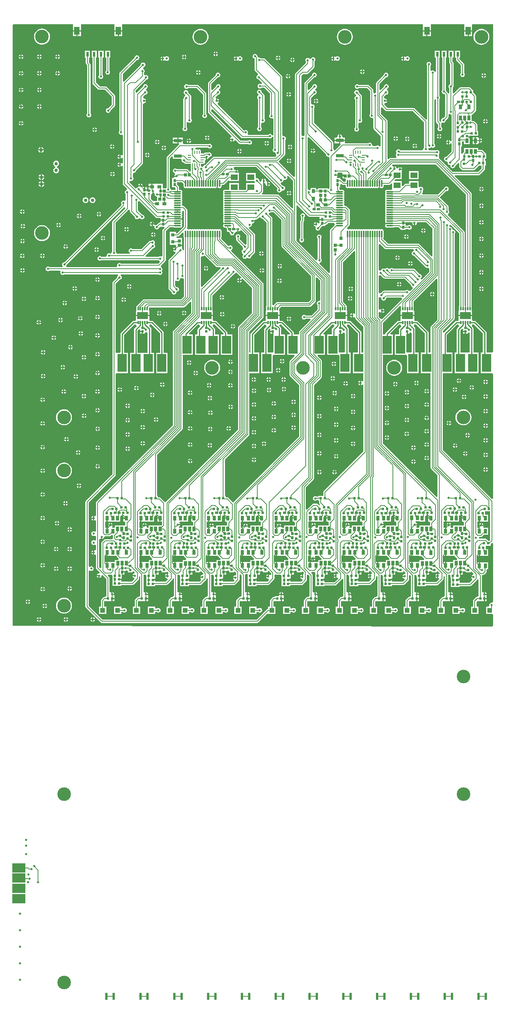
<source format=gbl>
G04 Layer_Physical_Order=4*
G04 Layer_Color=11436288*
%FSLAX25Y25*%
%MOIN*%
G70*
G01*
G75*
%ADD10R,0.02441X0.02598*%
%ADD14R,0.02953X0.03937*%
%ADD15R,0.06299X0.04921*%
%ADD17R,0.01181X0.02559*%
%ADD18R,0.09764X0.06102*%
%ADD19O,0.06496X0.01181*%
%ADD20O,0.01181X0.06496*%
%ADD21O,0.00984X0.03150*%
%ADD22O,0.03150X0.00984*%
%ADD23R,0.02756X0.03937*%
%ADD24R,0.06693X0.03150*%
%ADD25R,0.04331X0.04331*%
%ADD26R,0.02165X0.02165*%
%ADD27R,0.02756X0.02953*%
%ADD28R,0.02953X0.02756*%
%ADD29R,0.02165X0.02165*%
%ADD30R,0.02200X0.02200*%
%ADD31R,0.02441X0.02441*%
%ADD32R,0.07874X0.15748*%
%ADD33R,0.02756X0.03740*%
%ADD34R,0.03740X0.02756*%
%ADD35R,0.03150X0.03150*%
%ADD37R,0.02598X0.02441*%
%ADD38R,0.02047X0.02205*%
%ADD39R,0.02520X0.02677*%
%ADD49R,0.02362X0.05906*%
%ADD50C,0.00800*%
%ADD52C,0.01100*%
%ADD53C,0.01000*%
%ADD54C,0.11800*%
%ADD55C,0.02000*%
%ADD56C,0.03000*%
%ADD63R,0.11800X0.07874*%
%ADD64R,0.02200X0.02200*%
%ADD65R,0.02677X0.02520*%
%ADD66R,0.04921X0.07087*%
%ADD67R,0.02400X0.04000*%
G36*
X213575Y489712D02*
X215551D01*
Y489712D01*
X215716D01*
Y489712D01*
X219866D01*
Y489638D01*
X220828D01*
X220926Y489144D01*
X221235Y488681D01*
X222715Y487201D01*
X222715Y487201D01*
X222828Y487126D01*
X222776Y486603D01*
X222524Y486126D01*
X219866D01*
Y484231D01*
X215716D01*
Y484231D01*
X215551D01*
Y484231D01*
X213575D01*
Y481263D01*
X212575D01*
Y484231D01*
X211577D01*
Y489712D01*
X212575D01*
Y492680D01*
X213575D01*
Y489712D01*
D02*
G37*
G36*
X477918Y489718D02*
X479894D01*
Y489718D01*
X480060D01*
Y489718D01*
X484122D01*
Y489631D01*
X485222D01*
X485491Y489228D01*
X487600Y487119D01*
X487186Y486119D01*
X484122D01*
Y484238D01*
X480060D01*
X480060Y484238D01*
X480060D01*
X479914D01*
X479894Y484238D01*
X479557Y484238D01*
X479060Y484238D01*
D01*
X479060D01*
Y484238D01*
X477918D01*
Y481269D01*
X476918D01*
Y484238D01*
X475368D01*
Y489718D01*
X476918D01*
Y492687D01*
X477918D01*
Y489718D01*
D02*
G37*
G36*
X212235Y685894D02*
Y685274D01*
Y684805D01*
X214259D01*
Y684700D01*
X214300D01*
Y684305D01*
X214759D01*
Y684200D01*
X214800D01*
Y682203D01*
X216282D01*
Y682878D01*
X217282Y683673D01*
X217312Y683667D01*
X217820Y683768D01*
X218598Y683324D01*
X218820Y683106D01*
Y665723D01*
X214400D01*
Y665723D01*
X213514D01*
Y665723D01*
X210157D01*
Y685123D01*
X211311Y686277D01*
X212235Y685894D01*
D02*
G37*
G36*
X419104Y489710D02*
X421080D01*
Y489710D01*
X421245D01*
Y489710D01*
X425634D01*
Y489636D01*
X426217D01*
X426516Y489188D01*
X428581Y487124D01*
X428166Y486124D01*
X425634D01*
Y484229D01*
X421245D01*
X421245Y484229D01*
X421245D01*
X421100D01*
X421080Y484229D01*
X420743Y484229D01*
X420246Y484229D01*
D01*
X420246D01*
Y484229D01*
X419104D01*
Y481261D01*
X418104D01*
Y484229D01*
X416853D01*
Y489710D01*
X418104D01*
Y492678D01*
X419104D01*
Y489710D01*
D02*
G37*
G36*
X360304Y489693D02*
X360349Y489643D01*
X360735Y488705D01*
X360491Y488340D01*
X360435Y488060D01*
X364315D01*
X364259Y488340D01*
X364015Y488705D01*
X364401Y489643D01*
X364458Y489706D01*
X366843D01*
Y489632D01*
X367470D01*
X367766Y489188D01*
X369834Y487120D01*
X369420Y486120D01*
X366843D01*
Y484225D01*
X362445D01*
Y484225D01*
X362280D01*
Y484225D01*
X360304D01*
Y481257D01*
X359304D01*
Y484225D01*
X358053D01*
Y489706D01*
X359304D01*
Y492674D01*
X360304D01*
Y489693D01*
D02*
G37*
G36*
X389714Y489706D02*
X391690D01*
Y489706D01*
X391856D01*
Y489706D01*
X396238D01*
Y489632D01*
X397120D01*
X397416Y489188D01*
X399484Y487120D01*
X399070Y486120D01*
X396238D01*
Y484225D01*
X392690D01*
X391856Y484225D01*
X391856Y484225D01*
X391690D01*
Y484225D01*
X391690Y484225D01*
X389714D01*
Y481257D01*
X388714D01*
Y484225D01*
X387463D01*
Y489706D01*
X388714D01*
Y492674D01*
X389714D01*
Y489706D01*
D02*
G37*
G36*
X184110Y489709D02*
X186087D01*
Y489709D01*
X186252D01*
Y489709D01*
X190471D01*
Y489635D01*
X191501D01*
X191530Y489490D01*
X191840Y489026D01*
X193744Y487123D01*
X193712Y486818D01*
X193404Y486123D01*
X190471D01*
Y484228D01*
X187087D01*
X186252Y484228D01*
X186252Y484228D01*
X186087D01*
Y484228D01*
X186087Y484228D01*
X184110D01*
Y481260D01*
X183110D01*
Y484228D01*
X181560D01*
Y489709D01*
X183110D01*
Y492677D01*
X184110D01*
Y489709D01*
D02*
G37*
G36*
X325388Y686182D02*
Y685233D01*
Y684764D01*
X327411D01*
Y684265D01*
X327911D01*
Y681697D01*
X328107Y681519D01*
Y666299D01*
X327307Y665816D01*
X323022D01*
Y685123D01*
X324464Y686565D01*
X325388Y686182D01*
D02*
G37*
G36*
X469072Y885187D02*
Y866300D01*
X469072Y866300D01*
X469181Y865754D01*
X469491Y865291D01*
X470972Y863809D01*
Y861232D01*
X470616Y860698D01*
X470461Y859918D01*
X470616Y859137D01*
X471058Y858476D01*
X471720Y858034D01*
X472500Y857878D01*
X473280Y858034D01*
X473942Y858476D01*
X474384Y859137D01*
X474539Y859918D01*
X474384Y860698D01*
X473942Y861360D01*
X473827Y861436D01*
Y864400D01*
X473827Y864400D01*
X473740Y864838D01*
X473975Y865116D01*
X474551Y865499D01*
X474720Y865386D01*
X475500Y865231D01*
X476280Y865386D01*
X476942Y865828D01*
X477384Y866490D01*
X477539Y867270D01*
X477536Y867287D01*
X479509Y869261D01*
X479509Y869261D01*
X479819Y869724D01*
X479927Y870270D01*
X479927Y870270D01*
Y872435D01*
X480043Y872534D01*
X480927Y872878D01*
X481320Y872616D01*
X482100Y872461D01*
X482673Y871991D01*
Y849413D01*
X482436Y849325D01*
X481672Y849247D01*
X481342Y849742D01*
X480680Y850184D01*
X480400Y850240D01*
Y848300D01*
Y846360D01*
X480680Y846416D01*
X481342Y846858D01*
X481672Y847353D01*
X482436Y847275D01*
X482673Y847186D01*
Y840335D01*
X478085Y835747D01*
X478068Y835750D01*
X477287Y835595D01*
X476626Y835153D01*
X476184Y834491D01*
X476028Y833711D01*
X476184Y832931D01*
X476626Y832269D01*
X477287Y831827D01*
X478068Y831672D01*
X478419Y831742D01*
X479209Y830958D01*
X479210Y830957D01*
X479141Y830611D01*
X479296Y829831D01*
X479738Y829169D01*
X480400Y828728D01*
X481180Y828572D01*
X481530Y827993D01*
X481692Y827654D01*
X481826Y826978D01*
X482268Y826317D01*
X482930Y825875D01*
X483710Y825719D01*
X484491Y825875D01*
X485152Y826317D01*
X485594Y826978D01*
X485749Y827759D01*
X485746Y827775D01*
X488428Y830457D01*
X489352Y830075D01*
Y827056D01*
X489352Y827056D01*
X489460Y826509D01*
X489770Y826046D01*
X491299Y824517D01*
X491299Y824517D01*
X491577Y824331D01*
X491762Y824207D01*
X492309Y824099D01*
X501969D01*
X501969Y824099D01*
X502516Y824207D01*
X502979Y824517D01*
X506539Y828077D01*
X508719D01*
Y825687D01*
X505691Y822658D01*
X483807D01*
X472114Y834351D01*
X471987Y834436D01*
X471654Y835471D01*
X471655Y835679D01*
X471669Y835701D01*
X471825Y836481D01*
X471704Y837085D01*
X471669Y837261D01*
X471669Y837261D01*
X471528Y838133D01*
X471863Y838635D01*
X471863Y838635D01*
X471904Y838696D01*
X471970Y838795D01*
X472125Y839575D01*
X471970Y840355D01*
X471528Y841017D01*
X470866Y841459D01*
X470086Y841614D01*
X469305Y841459D01*
X468920Y841201D01*
X463049D01*
X462222Y842174D01*
X462187Y842350D01*
X463018Y843194D01*
X463185Y843161D01*
X463965Y843316D01*
X464627Y843758D01*
X464816Y844041D01*
X464859D01*
X465521Y843599D01*
X466301Y843444D01*
X467081Y843599D01*
X467743Y844041D01*
X468185Y844703D01*
X468340Y845483D01*
X468185Y846263D01*
X467743Y846925D01*
X467728Y846935D01*
Y885119D01*
X468728Y885532D01*
X469072Y885187D01*
D02*
G37*
G36*
X197795Y522813D02*
X200173D01*
Y521813D01*
Y521803D01*
X197795D01*
Y519344D01*
X198753D01*
X198893Y519255D01*
X199496Y518344D01*
X199480Y518265D01*
X199480Y518265D01*
Y515832D01*
X190315D01*
Y513953D01*
X188322D01*
X188031Y514744D01*
X187990Y514953D01*
X188409Y515580D01*
X188465Y515860D01*
X184585D01*
X184641Y515580D01*
X185060Y514953D01*
X185019Y514744D01*
X184727Y513953D01*
X184015D01*
Y510984D01*
X183015D01*
Y513953D01*
X181888D01*
Y519433D01*
X183015D01*
Y522402D01*
X184015D01*
Y519433D01*
X185991D01*
X185991Y519433D01*
X185991D01*
X186137D01*
X186157Y519433D01*
X186494Y519433D01*
X186991Y519433D01*
D01*
X186991D01*
Y519433D01*
X190315D01*
Y519344D01*
X195071D01*
Y523410D01*
X195084Y523429D01*
X195192Y523975D01*
X195787Y524748D01*
X196409D01*
Y524786D01*
X197795D01*
Y522813D01*
D02*
G37*
G36*
X227176D02*
X229554D01*
Y522313D01*
X230054D01*
Y519344D01*
X231256D01*
Y516495D01*
X230593Y515832D01*
X219695D01*
Y513953D01*
X218299D01*
X217806Y514953D01*
X217984Y515220D01*
X218040Y515500D01*
X214160D01*
X214216Y515220D01*
X214394Y514953D01*
X213901Y513953D01*
X213405D01*
Y510984D01*
X212405D01*
Y513953D01*
X211527D01*
Y519433D01*
X212405D01*
Y522402D01*
X213405D01*
Y519433D01*
X215382D01*
X215382Y519433D01*
X215382D01*
X215527D01*
X215547Y519433D01*
X215884Y519433D01*
X216382Y519433D01*
D01*
X216382D01*
Y519433D01*
X219695D01*
Y519344D01*
X224451D01*
Y523288D01*
X224548Y523432D01*
X224656Y523978D01*
X225253Y524748D01*
X225748D01*
Y524786D01*
X227176D01*
Y522813D01*
D02*
G37*
G36*
X444601Y682162D02*
X446125D01*
Y682882D01*
X447125Y683674D01*
X447161Y683667D01*
X447981Y682811D01*
Y666523D01*
X447273Y665816D01*
X444138D01*
X443338Y666299D01*
Y681564D01*
X443600Y681772D01*
Y684200D01*
X443601D01*
Y684265D01*
X444601D01*
Y682162D01*
D02*
G37*
G36*
X492538Y686275D02*
Y685233D01*
Y684764D01*
X494561D01*
Y684265D01*
X495061D01*
Y682162D01*
X496585D01*
Y682755D01*
X497585Y683564D01*
X498405Y682707D01*
Y665816D01*
X496104D01*
Y665816D01*
X495304D01*
Y665816D01*
X490272D01*
Y685316D01*
X491614Y686658D01*
X492538Y686275D01*
D02*
G37*
G36*
X188622Y507400D02*
X188622Y507400D01*
Y504850D01*
X188622Y504850D01*
X187805Y504027D01*
X181942D01*
X181396Y503919D01*
X181210Y503795D01*
X180933Y503609D01*
X180933Y503609D01*
X179123Y501800D01*
X178814Y501337D01*
X178705Y500790D01*
X178705Y500790D01*
Y479305D01*
X177781Y478922D01*
X176778Y479925D01*
Y503999D01*
X176842Y504058D01*
X177778Y504442D01*
X178145Y504198D01*
X178425Y504142D01*
Y506081D01*
X179425D01*
Y504142D01*
X179705Y504198D01*
X180367Y504640D01*
X180809Y505301D01*
X180890Y505709D01*
X181406Y506322D01*
X181884Y506582D01*
X185668D01*
X185668Y506582D01*
X186215Y506691D01*
X186678Y507001D01*
X187693Y508016D01*
X187725D01*
X188622Y507400D01*
D02*
G37*
G36*
X386576Y682162D02*
X388100D01*
Y682752D01*
X389100Y683561D01*
X390070Y682734D01*
Y666523D01*
X389363Y665816D01*
X385172D01*
X384572Y666567D01*
Y681377D01*
X384572Y681564D01*
X385325Y682162D01*
X385550D01*
Y684200D01*
X385576D01*
Y684265D01*
X386576D01*
Y682162D01*
D02*
G37*
G36*
X272385Y489706D02*
X274361D01*
Y489706D01*
X274526D01*
Y489706D01*
X278657D01*
Y489632D01*
X279820D01*
X280116Y489188D01*
X282185Y487120D01*
X281770Y486120D01*
X278657D01*
Y484225D01*
X274526D01*
X274526Y484225D01*
X274526D01*
X274381D01*
X274361Y484225D01*
X274024Y484225D01*
X273526Y484225D01*
D01*
X273526D01*
Y484225D01*
X272385D01*
Y481257D01*
X271385D01*
Y484225D01*
X269834D01*
Y489706D01*
X271385D01*
Y492674D01*
X272385D01*
Y489706D01*
D02*
G37*
G36*
X201517Y476556D02*
Y475346D01*
X205683D01*
Y475964D01*
X206607Y476346D01*
X207552Y475400D01*
X207191Y474348D01*
X206870Y474284D01*
X206208Y473842D01*
X205766Y473180D01*
X205710Y472900D01*
X207650D01*
Y471900D01*
X205710D01*
X205766Y471620D01*
X206208Y470958D01*
X206870Y470516D01*
X206923Y470506D01*
X207252Y469420D01*
X205059Y467227D01*
X196054D01*
Y467883D01*
X196054D01*
Y468750D01*
X193972D01*
Y469750D01*
X196054D01*
Y470350D01*
X196450D01*
Y473369D01*
X198820D01*
Y475168D01*
X196600D01*
Y476168D01*
X199013D01*
X199550Y476811D01*
X200330Y476966D01*
X200517Y477091D01*
X201517Y476556D01*
D02*
G37*
G36*
X377181Y476585D02*
X377527Y476311D01*
Y475456D01*
X381693D01*
Y475809D01*
X382693Y476224D01*
X384423Y474493D01*
X384367Y474278D01*
X384207Y474163D01*
X383242Y473919D01*
X382905Y474144D01*
X382625Y474200D01*
Y472260D01*
Y470320D01*
X382905Y470376D01*
X383125Y470523D01*
X384236Y470178D01*
X384251Y470164D01*
X384275Y470069D01*
X380894Y466687D01*
X372184D01*
Y467343D01*
X372154D01*
Y468250D01*
X370072D01*
Y469250D01*
X372154D01*
Y470300D01*
X372490D01*
Y472198D01*
X372550Y472497D01*
X373219Y473369D01*
X375010D01*
Y475168D01*
X372790D01*
Y476168D01*
X375226D01*
X375922Y476808D01*
X376527Y476928D01*
X377181Y476585D01*
D02*
G37*
G36*
X230852Y476519D02*
Y475456D01*
X235018D01*
Y475742D01*
X235942Y476125D01*
X237083Y474983D01*
X236708Y474049D01*
X236646Y474006D01*
X236425Y474050D01*
Y472110D01*
X235925D01*
Y471610D01*
X233985D01*
X234041Y471329D01*
X234483Y470668D01*
X235144Y470226D01*
X235888Y470078D01*
X235997Y469916D01*
X236362Y469138D01*
X234454Y467230D01*
X225409D01*
Y467343D01*
X225404D01*
Y468250D01*
X223322D01*
Y469250D01*
X225404D01*
Y470310D01*
X225790D01*
Y473369D01*
X228185D01*
Y475168D01*
X225965D01*
Y476168D01*
X228380D01*
X228945Y476814D01*
X229726Y476969D01*
X229852Y477054D01*
X230852Y476519D01*
D02*
G37*
G36*
X289522Y476432D02*
Y475456D01*
X293688D01*
Y475710D01*
X294612Y476093D01*
X295648Y475057D01*
Y473310D01*
X295025Y472799D01*
X294245Y472644D01*
X293583Y472202D01*
X293141Y471540D01*
X293085Y471260D01*
X295025D01*
Y470260D01*
X293085D01*
X293141Y469979D01*
X293583Y469318D01*
X293788Y469181D01*
X294003Y467982D01*
X293245Y467224D01*
X284119D01*
Y467343D01*
X284104D01*
Y468250D01*
X282022D01*
Y469250D01*
X284104D01*
Y470310D01*
X284470D01*
Y473369D01*
X286915D01*
Y475168D01*
X284695D01*
Y476168D01*
X287123D01*
X287736Y476808D01*
X288516Y476963D01*
X288522Y476967D01*
X289522Y476432D01*
D02*
G37*
G36*
X493927Y476319D02*
X494390Y476010D01*
X494867Y475915D01*
Y475346D01*
X499033D01*
Y475614D01*
X499957Y475996D01*
X501602Y474351D01*
X501241Y473298D01*
X500920Y473234D01*
X500258Y472792D01*
X499816Y472130D01*
X499760Y471850D01*
X501700D01*
Y470850D01*
X499760D01*
X499816Y470570D01*
X500258Y469908D01*
X500328Y469861D01*
X500491Y468609D01*
X498109Y466227D01*
X489604D01*
Y466883D01*
X489554D01*
Y468250D01*
X487472D01*
Y469250D01*
X489554D01*
Y470300D01*
X489850D01*
Y473369D01*
X492470D01*
Y475668D01*
X493305Y476405D01*
X493927Y476319D01*
D02*
G37*
G36*
X260187Y476466D02*
Y475456D01*
X264353D01*
Y476074D01*
X265277Y476457D01*
X267263Y474470D01*
Y474062D01*
X266475Y473199D01*
X265694Y473044D01*
X265033Y472602D01*
X264591Y471940D01*
X264535Y471660D01*
X266475D01*
Y470660D01*
X264535D01*
X264591Y470379D01*
X265033Y469718D01*
X265102Y468469D01*
X263849Y467217D01*
X254764D01*
Y467343D01*
X254754D01*
Y468250D01*
X252672D01*
Y469250D01*
X254754D01*
Y470310D01*
X255130D01*
Y473369D01*
X257550D01*
Y475168D01*
X255330D01*
Y476168D01*
X257761D01*
X258341Y476801D01*
X259121Y476956D01*
X259187Y477000D01*
X260187Y476466D01*
D02*
G37*
G36*
X347431Y476873D02*
X348192Y476348D01*
Y475456D01*
X352358D01*
Y475710D01*
X353281Y476093D01*
X354212Y475162D01*
X354169Y474159D01*
X353612Y473743D01*
Y471460D01*
X353112D01*
Y470960D01*
X351172D01*
X351228Y470680D01*
X351670Y470018D01*
X352331Y469576D01*
X352870Y469469D01*
X353212Y468780D01*
X353264Y468448D01*
X352035Y467220D01*
X342829D01*
Y467343D01*
X342804D01*
Y468250D01*
X340722D01*
Y469250D01*
X342804D01*
Y470310D01*
X343150D01*
Y472472D01*
X343154Y472493D01*
X343590Y473369D01*
X345645D01*
Y475168D01*
X343425D01*
Y476168D01*
X345863D01*
X346527Y476804D01*
X347192Y476936D01*
X347431Y476873D01*
D02*
G37*
G36*
X406602Y476507D02*
X406862Y476271D01*
Y475456D01*
X411028D01*
Y476275D01*
X412028Y476690D01*
X413686Y475031D01*
X413715Y474672D01*
X413425Y474401D01*
X412705Y474144D01*
X412425Y474200D01*
Y472260D01*
Y470320D01*
X412528Y470341D01*
X412953Y469860D01*
X413118Y469516D01*
X410826Y467224D01*
X401539D01*
Y467343D01*
X401504D01*
Y468250D01*
X399422D01*
Y469250D01*
X401504D01*
Y470300D01*
X401830D01*
Y473369D01*
X404375D01*
Y475168D01*
X402155D01*
Y476168D01*
X404593D01*
X405317Y476808D01*
X405862Y476916D01*
X406602Y476507D01*
D02*
G37*
G36*
X448536Y489699D02*
X450512D01*
Y489699D01*
X450678D01*
Y489699D01*
X454829D01*
Y489349D01*
X456659D01*
X456766Y489188D01*
X459117Y486837D01*
X458703Y485837D01*
X454829D01*
Y484218D01*
X450678D01*
X450678Y484218D01*
X450678D01*
X450532D01*
X450512Y484218D01*
X450175Y484218D01*
X449678Y484218D01*
D01*
X449678D01*
Y484218D01*
X448536D01*
Y481250D01*
X447536D01*
Y484218D01*
X445985D01*
Y489699D01*
X447536D01*
Y492667D01*
X448536D01*
Y489699D01*
D02*
G37*
G36*
X301576Y489701D02*
X303553D01*
Y489701D01*
X303718D01*
Y489701D01*
X308052D01*
Y489627D01*
X308823D01*
X309116Y489188D01*
X311189Y487115D01*
X310775Y486115D01*
X308052D01*
Y484220D01*
X304553D01*
X303718Y484220D01*
X303718Y484220D01*
X303553D01*
Y484220D01*
X303553Y484220D01*
X301576D01*
Y481252D01*
X300576D01*
Y484220D01*
X299234D01*
Y489701D01*
X300576D01*
Y492669D01*
X301576D01*
Y489701D01*
D02*
G37*
G36*
X330895Y489702D02*
X332871D01*
Y489702D01*
X333036D01*
Y489702D01*
X337448D01*
Y489628D01*
X338622D01*
X338916Y489188D01*
X340988Y487116D01*
X340574Y486116D01*
X337448D01*
Y484221D01*
X333871D01*
X333036Y484221D01*
X333036Y484221D01*
X332871D01*
Y484221D01*
X332871Y484221D01*
X330895D01*
Y481253D01*
X329895D01*
Y484221D01*
X328644D01*
Y489702D01*
X329895D01*
Y492670D01*
X330895D01*
Y489702D01*
D02*
G37*
G36*
X242990Y489699D02*
X244967D01*
Y489699D01*
X245132D01*
Y489699D01*
X249262D01*
Y489625D01*
X249868D01*
X250166Y489178D01*
X252094Y487251D01*
X252300Y487113D01*
X251997Y486113D01*
X249262D01*
Y484218D01*
X245132D01*
X245132Y484218D01*
X245132D01*
X244987D01*
X244967Y484218D01*
X244630Y484218D01*
X244132Y484218D01*
D01*
X244132D01*
Y484218D01*
X242990D01*
Y481250D01*
X241990D01*
Y484218D01*
X240440D01*
Y489699D01*
X241990D01*
Y492667D01*
X242990D01*
Y489699D01*
D02*
G37*
G36*
X442798Y474939D02*
Y474805D01*
X441975Y473949D01*
X441194Y473794D01*
X440533Y473352D01*
X440091Y472690D01*
X440035Y472410D01*
X441975D01*
Y471410D01*
X440035D01*
X440091Y471130D01*
X440533Y470468D01*
X441194Y470026D01*
X441537Y469958D01*
X441909Y468916D01*
X440222Y467228D01*
X430894D01*
Y467343D01*
X430854D01*
Y468250D01*
X428772D01*
Y469250D01*
X430854D01*
Y470300D01*
X431170D01*
Y473369D01*
X433740D01*
Y475637D01*
X434716Y476187D01*
X434740Y476183D01*
X435497Y476032D01*
X436197Y475346D01*
Y475346D01*
X440363D01*
Y476067D01*
X441287Y476450D01*
X442798Y474939D01*
D02*
G37*
G36*
X472480Y474545D02*
X471856Y473785D01*
X471830Y473776D01*
X471355Y474094D01*
X471075Y474150D01*
Y472210D01*
Y470270D01*
X471355Y470326D01*
X471449Y470389D01*
X472086Y469612D01*
X469416Y466942D01*
X460249D01*
Y467343D01*
X460204D01*
Y468250D01*
X458122D01*
Y469250D01*
X460204D01*
Y470300D01*
X460510D01*
Y472088D01*
X460535Y472214D01*
X460510Y472341D01*
Y473369D01*
X463105D01*
Y475823D01*
X464094Y476365D01*
X464875Y476210D01*
X465532Y475367D01*
Y475346D01*
X469698D01*
Y476021D01*
X470621Y476404D01*
X472480Y474545D01*
D02*
G37*
G36*
X326054Y474472D02*
Y473240D01*
X325054Y472937D01*
X324917Y473142D01*
X324255Y473584D01*
X323975Y473640D01*
Y471700D01*
X323475D01*
Y471200D01*
X321535D01*
X321591Y470920D01*
X322033Y470258D01*
X322694Y469816D01*
X323475Y469661D01*
X323715Y469709D01*
X324208Y468787D01*
X322640Y467219D01*
X313474D01*
Y467343D01*
X313454D01*
Y468250D01*
X311372D01*
Y469250D01*
X313454D01*
Y470310D01*
X313810D01*
Y473369D01*
X316280D01*
Y475529D01*
X317175Y476371D01*
X317857Y476507D01*
X318032Y476475D01*
X318857Y475926D01*
Y475456D01*
X323023D01*
Y476197D01*
X323946Y476580D01*
X326054Y474472D01*
D02*
G37*
G36*
X223900Y804160D02*
X224180Y804216D01*
X224265Y804273D01*
X224560Y804115D01*
X225076Y803612D01*
X224962Y803038D01*
X225117Y802258D01*
X225559Y801596D01*
X226220Y801154D01*
X226838Y801031D01*
Y797365D01*
X224113D01*
X224113Y797365D01*
Y797365D01*
X223190Y797628D01*
X221527Y799291D01*
Y802048D01*
X221542Y802058D01*
X221984Y802720D01*
X222114Y803374D01*
X222227Y803562D01*
X222900Y804040D01*
Y806100D01*
X223900D01*
Y804160D01*
D02*
G37*
G36*
X420936Y733038D02*
X420953Y733041D01*
X423537Y730458D01*
X423537Y730458D01*
X424000Y730149D01*
X424546Y730040D01*
X424546Y730040D01*
X441863D01*
X447297Y724606D01*
X447293Y724589D01*
X447449Y723809D01*
X447891Y723147D01*
X448552Y722705D01*
X448640Y722688D01*
X448969Y721603D01*
X446683Y719317D01*
X445442Y719490D01*
X445376Y719589D01*
X444715Y720031D01*
X443934Y720186D01*
X443154Y720031D01*
X442492Y719589D01*
X442483Y719574D01*
X424161D01*
X424161Y719574D01*
X423615Y719466D01*
X423152Y719156D01*
X423152Y719156D01*
X421661Y717666D01*
X421644Y717669D01*
X420863Y717514D01*
X420454Y717240D01*
X419607Y717558D01*
X419454Y717683D01*
Y732459D01*
X419652Y732666D01*
X420454Y733134D01*
X420936Y733038D01*
D02*
G37*
G36*
X331686Y808150D02*
X331256Y807505D01*
X331101Y806725D01*
X331256Y805945D01*
X331698Y805283D01*
X332360Y804841D01*
X333140Y804686D01*
X333920Y804841D01*
X334438Y805187D01*
X334582Y805283D01*
X335024Y805945D01*
X335024Y805945D01*
X335024Y805945D01*
X335785Y806521D01*
X336069Y806465D01*
X336140Y806451D01*
X336920Y806606D01*
X337582Y807048D01*
X338024Y807710D01*
X338179Y808490D01*
X338024Y809270D01*
X337582Y809932D01*
X336920Y810374D01*
X336140Y810529D01*
X336123Y810526D01*
X334225Y812424D01*
X334426Y813011D01*
X334662Y813400D01*
X335332Y813534D01*
X335994Y813976D01*
X336436Y814637D01*
X336535Y815137D01*
X337063Y815594D01*
X337540Y815772D01*
X338100Y815661D01*
X338880Y815816D01*
X339542Y816258D01*
X339984Y816920D01*
X340139Y817700D01*
X339984Y818480D01*
X339777Y818790D01*
X340554Y819427D01*
X345043Y814939D01*
Y791376D01*
X344119Y790993D01*
X332576Y802536D01*
X332113Y802845D01*
X331567Y802954D01*
X331567Y802954D01*
X318233D01*
X317851Y803878D01*
X318709Y804737D01*
X318709Y804737D01*
X319019Y805200D01*
X319127Y805746D01*
X319127Y805746D01*
Y811075D01*
X319019Y811621D01*
X318895Y811807D01*
X318837Y811893D01*
X319100Y812477D01*
Y814800D01*
Y816740D01*
X318820Y816684D01*
X318158Y816242D01*
X317716Y815580D01*
X317561Y814800D01*
X317599Y814609D01*
X316677Y814116D01*
X315736Y815058D01*
X315739Y815075D01*
X315584Y815855D01*
X315142Y816517D01*
X314480Y816959D01*
X313700Y817114D01*
X313633Y817101D01*
X312633Y817879D01*
Y821591D01*
X304334D01*
Y814670D01*
X311493D01*
X311996Y813776D01*
X311673Y812991D01*
X311617Y812930D01*
X304334D01*
Y807338D01*
X303887Y806891D01*
X298066D01*
Y812930D01*
X289767D01*
Y807085D01*
X285791D01*
X285171Y806962D01*
X284645Y806610D01*
X284293Y806084D01*
X284170Y805464D01*
X284293Y804843D01*
X284536Y804480D01*
X284293Y804116D01*
X284170Y803495D01*
X284293Y802875D01*
X284536Y802511D01*
X284293Y802147D01*
X284170Y801527D01*
X284293Y800906D01*
X284536Y800543D01*
X284293Y800179D01*
X284170Y799558D01*
X284293Y798938D01*
X284536Y798574D01*
X284293Y798210D01*
X284170Y797590D01*
X284293Y796969D01*
X284536Y796605D01*
X284293Y796242D01*
X284170Y795621D01*
X284293Y795001D01*
X284536Y794637D01*
X284293Y794273D01*
X284170Y793653D01*
X284293Y793032D01*
X284536Y792668D01*
X284293Y792305D01*
X284170Y791684D01*
X284293Y791064D01*
X284536Y790700D01*
X284293Y790336D01*
X284170Y789716D01*
X284293Y789095D01*
X284536Y788731D01*
X284293Y788368D01*
X284170Y787747D01*
X284293Y787127D01*
X284536Y786763D01*
X284293Y786399D01*
X284170Y785779D01*
X284293Y785158D01*
X284536Y784794D01*
X284293Y784431D01*
X284170Y783810D01*
X284293Y783190D01*
X284536Y782826D01*
X284293Y782462D01*
X284170Y781842D01*
X284293Y781221D01*
X284536Y780857D01*
X284293Y780494D01*
X284170Y779873D01*
X284293Y779253D01*
X284536Y778889D01*
X284293Y778525D01*
X284269Y778405D01*
X285126D01*
X285171Y778375D01*
X285791Y778251D01*
X288449D01*
Y777558D01*
X285791D01*
X285171Y777435D01*
X285126Y777405D01*
X284269D01*
X284293Y777284D01*
X284536Y776920D01*
X284293Y776557D01*
X284170Y775936D01*
X284293Y775316D01*
X284645Y774789D01*
X285171Y774438D01*
X285791Y774314D01*
X287042D01*
X287130Y773873D01*
X287439Y773410D01*
X287668Y773180D01*
Y770680D01*
X289102D01*
X290164Y769617D01*
X290161Y769600D01*
X290316Y768820D01*
X290758Y768158D01*
X291420Y767716D01*
X292200Y767561D01*
X292980Y767716D01*
X293642Y768158D01*
X294084Y768820D01*
X294239Y769600D01*
X294223Y769679D01*
X294830Y770466D01*
X295731Y770680D01*
X295731Y770680D01*
X295731Y770680D01*
X296700Y770945D01*
Y772900D01*
X297700D01*
Y770960D01*
X297980Y771016D01*
X298642Y771458D01*
X298861Y771786D01*
X300012Y772049D01*
X304562Y767499D01*
Y760139D01*
X303562Y759477D01*
X303250Y759539D01*
X303233Y759536D01*
X298677Y764091D01*
Y765098D01*
X298692Y765108D01*
X299134Y765770D01*
X299289Y766550D01*
X299134Y767330D01*
X298692Y767992D01*
X298030Y768434D01*
X297250Y768589D01*
X296470Y768434D01*
X295808Y767992D01*
X295366Y767330D01*
X295211Y766550D01*
X295366Y765770D01*
X295808Y765108D01*
X295823Y765098D01*
Y763500D01*
X295823Y763500D01*
X295931Y762954D01*
X296241Y762491D01*
X301214Y757517D01*
X301211Y757500D01*
X301366Y756720D01*
X301661Y756278D01*
X301692Y755743D01*
X301453Y755092D01*
X301058Y754829D01*
X300616Y754167D01*
X300461Y753386D01*
X300616Y752606D01*
X301058Y751945D01*
X301379Y751730D01*
X301631Y750977D01*
X301554Y750516D01*
X301266Y750085D01*
X301111Y749305D01*
X301266Y748525D01*
X301708Y747863D01*
X302370Y747421D01*
X303150Y747266D01*
X303930Y747421D01*
X304592Y747863D01*
X305447Y748208D01*
X306109Y747766D01*
X306889Y747611D01*
X307669Y747766D01*
X308331Y748208D01*
X308773Y748870D01*
X308928Y749650D01*
X308925Y749667D01*
X311549Y752291D01*
X311549Y752292D01*
X311735Y752569D01*
X311859Y752755D01*
X311967Y753301D01*
Y768055D01*
X311859Y768601D01*
X311549Y769064D01*
X311549Y769064D01*
X306791Y773822D01*
X307105Y774543D01*
X307256Y774772D01*
X307980Y774916D01*
X308642Y775358D01*
X309084Y776020D01*
X309239Y776800D01*
X309195Y777022D01*
X309539Y777819D01*
X309937Y778028D01*
X310380Y778116D01*
X311042Y778558D01*
X311484Y779220D01*
X311540Y779500D01*
X309600D01*
Y780500D01*
X311600D01*
X312164Y781425D01*
X313188D01*
X313188Y781425D01*
X313734Y781534D01*
X314197Y781843D01*
X315733Y783379D01*
X316792Y783115D01*
X316835Y783067D01*
X317248Y782450D01*
X317910Y782008D01*
X318690Y781853D01*
X318707Y781856D01*
X321947Y778616D01*
Y706372D01*
X321784D01*
Y702041D01*
X321429D01*
Y698490D01*
X333193D01*
Y702041D01*
X332839D01*
Y703664D01*
X334657Y705482D01*
X359489D01*
X359489Y705482D01*
X360035Y705590D01*
X360498Y705900D01*
X364398Y709799D01*
X364398Y709799D01*
X364707Y710262D01*
X364816Y710809D01*
X364816Y710809D01*
Y730670D01*
X365740Y731053D01*
X368572Y728221D01*
Y711585D01*
X367700Y710739D01*
X366920Y710584D01*
X366258Y710142D01*
X365816Y709480D01*
X365661Y708700D01*
X365816Y707920D01*
X366258Y707258D01*
X366272Y707248D01*
Y703391D01*
X360909Y698027D01*
X356051D01*
X356042Y698042D01*
X355380Y698484D01*
X354600Y698639D01*
X353820Y698484D01*
X353158Y698042D01*
X352716Y697380D01*
X352561Y696600D01*
X352716Y695820D01*
X353158Y695158D01*
X353820Y694716D01*
X354600Y694561D01*
X355380Y694716D01*
X356042Y695158D01*
X356051Y695173D01*
X359819D01*
X360202Y694249D01*
X350630Y684677D01*
X350320Y684213D01*
X350212Y683667D01*
X350212Y683667D01*
Y682390D01*
X349793Y681564D01*
X345593D01*
Y683245D01*
X345473Y683850D01*
X345130Y684363D01*
X336488Y693005D01*
X335975Y693348D01*
X335370Y693468D01*
X333998D01*
X333193Y693939D01*
Y697490D01*
X321429D01*
Y693939D01*
X320624Y693468D01*
X319623D01*
X319018Y693348D01*
X318505Y693005D01*
X308513Y683013D01*
X308171Y682501D01*
X308050Y681896D01*
Y665816D01*
X307050D01*
Y683931D01*
X318930Y695811D01*
X318930Y695811D01*
X319116Y696089D01*
X319240Y696275D01*
X319348Y696821D01*
Y725299D01*
X319348Y725299D01*
X319240Y725845D01*
X318930Y726309D01*
X318930Y726309D01*
X291354Y753885D01*
X291348Y754175D01*
X291585Y755068D01*
X291997Y755343D01*
X292439Y756005D01*
X292594Y756785D01*
X292439Y757565D01*
X291997Y758227D01*
X291335Y758669D01*
X290555Y758824D01*
X289775Y758669D01*
X289113Y758227D01*
X288374Y758844D01*
X282691Y764528D01*
Y765367D01*
X282762Y765473D01*
X282885Y766094D01*
Y771409D01*
X282762Y772029D01*
X282410Y772555D01*
X281884Y772907D01*
X281264Y773030D01*
X280643Y772907D01*
X280279Y772664D01*
X279916Y772907D01*
X279295Y773030D01*
X278675Y772907D01*
X278311Y772664D01*
X277947Y772907D01*
X277327Y773030D01*
X276706Y772907D01*
X276343Y772664D01*
X275979Y772907D01*
X275358Y773030D01*
X274738Y772907D01*
X274374Y772664D01*
X274010Y772907D01*
X273390Y773030D01*
X272769Y772907D01*
X272406Y772664D01*
X272042Y772907D01*
X271421Y773030D01*
X270801Y772907D01*
X270437Y772664D01*
X270073Y772907D01*
X269453Y773030D01*
X268832Y772907D01*
X268468Y772664D01*
X268105Y772907D01*
X267484Y773030D01*
X266864Y772907D01*
X266500Y772664D01*
X266136Y772907D01*
X265516Y773030D01*
X264895Y772907D01*
X264531Y772664D01*
X264168Y772907D01*
X263547Y773030D01*
X262927Y772907D01*
X262563Y772664D01*
X262199Y772907D01*
X261579Y773030D01*
X260958Y772907D01*
X260594Y772664D01*
X260231Y772907D01*
X259610Y773030D01*
X258990Y772907D01*
X258626Y772664D01*
X258262Y772907D01*
X257642Y773030D01*
X257021Y772907D01*
X256657Y772664D01*
X256294Y772907D01*
X255673Y773030D01*
X255053Y772907D01*
X254689Y772664D01*
X254325Y772907D01*
X253705Y773030D01*
X253403Y772970D01*
X252957Y773587D01*
X252862Y773870D01*
X253119Y774254D01*
X253227Y774800D01*
X253227Y774800D01*
Y789500D01*
X253227Y789500D01*
X253119Y790046D01*
X252809Y790509D01*
X252809Y790509D01*
X250625Y792694D01*
X250162Y793003D01*
X249616Y793112D01*
X248822Y793693D01*
X248707Y794273D01*
X248464Y794637D01*
X248707Y795001D01*
X248830Y795621D01*
X248707Y796242D01*
X248464Y796605D01*
X248707Y796969D01*
X248830Y797590D01*
X248707Y798210D01*
X248464Y798574D01*
X248707Y798938D01*
X248830Y799558D01*
X248707Y800179D01*
X248464Y800543D01*
X248707Y800906D01*
X248830Y801527D01*
X248707Y802147D01*
X248464Y802511D01*
X248707Y802875D01*
X248830Y803495D01*
X248707Y804116D01*
X248464Y804480D01*
X248707Y804843D01*
X248830Y805464D01*
X248707Y806084D01*
X248355Y806610D01*
X247829Y806962D01*
X247209Y807085D01*
X245978D01*
Y809216D01*
X245979Y809216D01*
X245870Y809763D01*
X245561Y810226D01*
X245560Y810226D01*
X244420Y811366D01*
Y812733D01*
Y813605D01*
X248761D01*
X250114Y812252D01*
Y809991D01*
X250238Y809371D01*
X250589Y808845D01*
X251116Y808493D01*
X251736Y808370D01*
X252357Y808493D01*
X252720Y808736D01*
X253084Y808493D01*
X253705Y808370D01*
X254325Y808493D01*
X254689Y808736D01*
X255053Y808493D01*
X255673Y808370D01*
X256294Y808493D01*
X256657Y808736D01*
X257021Y808493D01*
X257642Y808370D01*
X258262Y808493D01*
X258626Y808736D01*
X258990Y808493D01*
X259610Y808370D01*
X260231Y808493D01*
X260594Y808736D01*
X260958Y808493D01*
X261579Y808370D01*
X262199Y808493D01*
X262563Y808736D01*
X262927Y808493D01*
X263547Y808370D01*
X264168Y808493D01*
X264531Y808736D01*
X264895Y808493D01*
X265516Y808370D01*
X266136Y808493D01*
X266500Y808736D01*
X266864Y808493D01*
X267484Y808370D01*
X268105Y808493D01*
X268468Y808736D01*
X268832Y808493D01*
X269453Y808370D01*
X270073Y808493D01*
X270437Y808736D01*
X270801Y808493D01*
X271421Y808370D01*
X272042Y808493D01*
X272406Y808736D01*
X272769Y808493D01*
X273390Y808370D01*
X274010Y808493D01*
X274374Y808736D01*
X274738Y808493D01*
X275358Y808370D01*
X275979Y808493D01*
X276343Y808736D01*
X276706Y808493D01*
X277327Y808370D01*
X277947Y808493D01*
X278311Y808736D01*
X278675Y808493D01*
X278795Y808469D01*
Y809326D01*
X278825Y809371D01*
X278949Y809991D01*
Y812649D01*
X279642D01*
Y809991D01*
X279765Y809371D01*
X279795Y809326D01*
Y808469D01*
X279916Y808493D01*
X280279Y808736D01*
X280643Y808493D01*
X281264Y808370D01*
X281884Y808493D01*
X282410Y808845D01*
X282762Y809371D01*
X282885Y809991D01*
Y811221D01*
X284174D01*
X284174Y811221D01*
X284720Y811330D01*
X285183Y811639D01*
X288843Y815299D01*
X289767Y814917D01*
Y814670D01*
X298066D01*
Y821591D01*
X298066Y821591D01*
X298066D01*
X297899Y822100D01*
X295700D01*
Y822600D01*
X295200D01*
Y824540D01*
X294920Y824484D01*
X294548Y824236D01*
X293635Y824773D01*
X293707Y825132D01*
X293552Y825913D01*
X293535Y825937D01*
X294070Y826937D01*
X312899D01*
X331686Y808150D01*
D02*
G37*
G36*
X495103Y802827D02*
Y706372D01*
X494939D01*
Y704092D01*
X494184D01*
Y706372D01*
X494020D01*
Y769933D01*
X494020Y769933D01*
X493912Y770479D01*
X493602Y770942D01*
X493602Y770942D01*
X479479Y785066D01*
X479731Y786228D01*
X480030Y786428D01*
X480472Y787089D01*
X480627Y787870D01*
X480472Y788650D01*
X480030Y789312D01*
X480015Y789321D01*
Y792321D01*
X480015Y792321D01*
X479907Y792867D01*
X479597Y793330D01*
X479597Y793330D01*
X472444Y800483D01*
X477849Y805889D01*
X478068Y805845D01*
X478849Y806000D01*
X479510Y806442D01*
X479952Y807104D01*
X480108Y807884D01*
X479952Y808665D01*
X479510Y809326D01*
X478849Y809768D01*
X478068Y809923D01*
X477288Y809768D01*
X476626Y809326D01*
X476185Y808665D01*
X476084Y808161D01*
X470851Y802927D01*
X457253D01*
X456870Y803851D01*
X457129Y804111D01*
X457129Y804111D01*
X457315Y804388D01*
X457439Y804574D01*
X457547Y805120D01*
Y806244D01*
X457562Y806254D01*
X458004Y806916D01*
X458159Y807696D01*
X458004Y808476D01*
X457562Y809138D01*
X456900Y809580D01*
X456120Y809735D01*
X455340Y809580D01*
X455008Y809358D01*
X454014Y809795D01*
X454008Y809801D01*
Y814490D01*
X445709D01*
Y812457D01*
X442989D01*
X442989Y812457D01*
X442443Y812348D01*
X441980Y812039D01*
X440365Y810424D01*
X439441Y810806D01*
Y814490D01*
X433416D01*
X433033Y815414D01*
X433849Y816230D01*
X439441D01*
Y823120D01*
X439684Y824020D01*
Y824020D01*
X439684Y824020D01*
X439740Y824300D01*
X437800D01*
Y824800D01*
X437300D01*
Y826740D01*
X437020Y826684D01*
X436358Y826242D01*
X435917Y825582D01*
X435907Y825581D01*
X434900Y825598D01*
X434784Y826180D01*
X434342Y826842D01*
X433680Y827284D01*
X433400Y827340D01*
Y825400D01*
X432400D01*
Y827340D01*
X432120Y827284D01*
X431931Y827158D01*
X431213Y827509D01*
X431047Y828580D01*
X431581Y829114D01*
X468815D01*
X495103Y802827D01*
D02*
G37*
G36*
X387852Y821366D02*
Y819606D01*
X390191D01*
Y818606D01*
X387852D01*
Y816846D01*
X390349D01*
X390910Y815971D01*
X390922Y815846D01*
X390814Y815306D01*
Y814076D01*
X389155D01*
X387155Y816077D01*
X386692Y816386D01*
X386267Y816471D01*
X386015Y817367D01*
X386015Y817367D01*
Y817367D01*
X386015Y817366D01*
X383408D01*
X383105Y818366D01*
X383242Y818458D01*
X383684Y819120D01*
X383740Y819400D01*
X381800D01*
Y820400D01*
X383740D01*
X383684Y820680D01*
X383544Y820890D01*
X383517Y821032D01*
X383961Y821972D01*
X387103D01*
X387852Y821366D01*
D02*
G37*
G36*
X420342Y809991D02*
X420465Y809371D01*
X420495Y809326D01*
Y808469D01*
X420616Y808493D01*
X420979Y808736D01*
X421343Y808493D01*
X421964Y808370D01*
X422584Y808493D01*
X423110Y808845D01*
X423462Y809371D01*
X423585Y809991D01*
Y811221D01*
X428250D01*
X428250Y811221D01*
X428796Y811330D01*
X429259Y811639D01*
X430218Y812599D01*
X431142Y812216D01*
Y807754D01*
X431142Y807569D01*
X430342Y807085D01*
X426491D01*
X425871Y806962D01*
X425345Y806610D01*
X424993Y806084D01*
X424870Y805464D01*
X424993Y804843D01*
X425236Y804480D01*
X424993Y804116D01*
X424870Y803495D01*
X424993Y802875D01*
X425236Y802511D01*
X424993Y802147D01*
X424870Y801527D01*
X424993Y800906D01*
X425236Y800543D01*
X424993Y800179D01*
X424870Y799558D01*
X424993Y798938D01*
X425236Y798574D01*
X424993Y798210D01*
X424870Y797590D01*
X424993Y796969D01*
X425236Y796605D01*
X424993Y796242D01*
X424870Y795621D01*
X424993Y795001D01*
X425236Y794637D01*
X424993Y794273D01*
X424870Y793653D01*
X424993Y793032D01*
X425236Y792668D01*
X424993Y792305D01*
X424870Y791684D01*
X424993Y791064D01*
X425236Y790700D01*
X424993Y790336D01*
X424870Y789716D01*
X424993Y789095D01*
X425236Y788731D01*
X424993Y788368D01*
X424870Y787747D01*
X424993Y787127D01*
X425236Y786763D01*
X424993Y786399D01*
X424870Y785779D01*
X424993Y785158D01*
X425236Y784794D01*
X424993Y784431D01*
X424870Y783810D01*
X424993Y783190D01*
X425236Y782826D01*
X424993Y782462D01*
X424870Y781842D01*
X424993Y781221D01*
X425236Y780857D01*
X424993Y780494D01*
X424870Y779873D01*
X424993Y779253D01*
X425236Y778889D01*
X424993Y778525D01*
X424969Y778405D01*
X425826D01*
X425871Y778375D01*
X426491Y778251D01*
X429149D01*
Y777558D01*
X426491D01*
X425871Y777435D01*
X425826Y777405D01*
X424969D01*
X424993Y777284D01*
X425236Y776920D01*
X424993Y776557D01*
X424870Y775936D01*
X424993Y775316D01*
X425345Y774789D01*
X425871Y774438D01*
X426491Y774314D01*
X431806D01*
X432427Y774438D01*
X432533Y774509D01*
X436609D01*
X437627Y773491D01*
X437627Y773491D01*
X437904Y773305D01*
X438090Y773181D01*
X438379Y773124D01*
Y772401D01*
X442820D01*
Y773072D01*
X444548D01*
X444558Y773058D01*
X445220Y772616D01*
X446000Y772461D01*
X446780Y772616D01*
X447442Y773058D01*
X447884Y773720D01*
X448039Y774500D01*
X447884Y775280D01*
X447442Y775942D01*
X446780Y776384D01*
X446000Y776539D01*
X445220Y776384D01*
X444558Y775942D01*
X444548Y775927D01*
X442820D01*
Y777665D01*
X440600D01*
Y778664D01*
X442820D01*
Y779036D01*
X447548D01*
X448411Y778250D01*
X448566Y777470D01*
X449008Y776808D01*
X449670Y776366D01*
X449950Y776310D01*
Y778250D01*
X450950D01*
Y776310D01*
X451230Y776366D01*
X451892Y776808D01*
X452334Y777470D01*
X452489Y778250D01*
X453352Y779036D01*
X460515D01*
X466122Y773430D01*
Y749760D01*
X465198Y749378D01*
X454666Y759909D01*
X454203Y760219D01*
X453657Y760327D01*
X453657Y760327D01*
X427591D01*
X423391Y764527D01*
Y765367D01*
X423462Y765473D01*
X423585Y766094D01*
Y771409D01*
X423462Y772029D01*
X423110Y772555D01*
X422584Y772907D01*
X421964Y773030D01*
X421343Y772907D01*
X420979Y772664D01*
X420616Y772907D01*
X419995Y773030D01*
X419375Y772907D01*
X419011Y772664D01*
X418647Y772907D01*
X418027Y773030D01*
X417406Y772907D01*
X417042Y772664D01*
X416679Y772907D01*
X416058Y773030D01*
X415438Y772907D01*
X415074Y772664D01*
X414710Y772907D01*
X414090Y773030D01*
X413469Y772907D01*
X413105Y772664D01*
X412742Y772907D01*
X412121Y773030D01*
X411501Y772907D01*
X411137Y772664D01*
X410773Y772907D01*
X410153Y773030D01*
X409532Y772907D01*
X409168Y772664D01*
X408805Y772907D01*
X408184Y773030D01*
X407564Y772907D01*
X407200Y772664D01*
X406836Y772907D01*
X406216Y773030D01*
X405595Y772907D01*
X405231Y772664D01*
X404868Y772907D01*
X404247Y773030D01*
X403627Y772907D01*
X403263Y772664D01*
X402899Y772907D01*
X402279Y773030D01*
X401658Y772907D01*
X401294Y772664D01*
X400931Y772907D01*
X400310Y773030D01*
X399690Y772907D01*
X399326Y772664D01*
X398962Y772907D01*
X398342Y773030D01*
X397721Y772907D01*
X397357Y772664D01*
X396994Y772907D01*
X396373Y773030D01*
X395753Y772907D01*
X395389Y772664D01*
X395025Y772907D01*
X394405Y773030D01*
X393784Y772907D01*
X393420Y772664D01*
X393057Y772907D01*
X392436Y773030D01*
X392345Y773012D01*
X391852Y773934D01*
X393809Y775891D01*
X393809Y775891D01*
X393995Y776168D01*
X394119Y776354D01*
X394227Y776900D01*
Y789600D01*
X394119Y790146D01*
X393995Y790332D01*
X393809Y790609D01*
X393809Y790609D01*
X391725Y792694D01*
X391262Y793003D01*
X390716Y793112D01*
X390716Y793112D01*
X389974D01*
X389530Y793653D01*
X389407Y794273D01*
X389164Y794637D01*
X389407Y795001D01*
X389530Y795621D01*
X389407Y796242D01*
X389164Y796605D01*
X389407Y796969D01*
X389530Y797590D01*
X389407Y798210D01*
X389164Y798574D01*
X389407Y798938D01*
X389530Y799558D01*
X389407Y800179D01*
X389164Y800543D01*
X389407Y800906D01*
X389530Y801527D01*
X389407Y802147D01*
X389164Y802511D01*
X389407Y802875D01*
X389530Y803495D01*
X389407Y804116D01*
X389164Y804480D01*
X389407Y804843D01*
X389530Y805464D01*
X389407Y806084D01*
X389055Y806610D01*
X388529Y806962D01*
X387909Y807085D01*
X385648D01*
X385222Y807511D01*
Y809303D01*
X386015D01*
Y811765D01*
X387015Y812179D01*
X387555Y811639D01*
X387555Y811639D01*
X387832Y811454D01*
X388018Y811330D01*
X388564Y811221D01*
X390814D01*
Y809991D01*
X390938Y809371D01*
X391289Y808845D01*
X391816Y808493D01*
X392436Y808370D01*
X393057Y808493D01*
X393420Y808736D01*
X393784Y808493D01*
X394405Y808370D01*
X395025Y808493D01*
X395389Y808736D01*
X395753Y808493D01*
X396373Y808370D01*
X396994Y808493D01*
X397357Y808736D01*
X397721Y808493D01*
X398342Y808370D01*
X398962Y808493D01*
X399326Y808736D01*
X399690Y808493D01*
X400310Y808370D01*
X400931Y808493D01*
X401294Y808736D01*
X401658Y808493D01*
X402279Y808370D01*
X402899Y808493D01*
X403263Y808736D01*
X403627Y808493D01*
X404247Y808370D01*
X404868Y808493D01*
X405231Y808736D01*
X405595Y808493D01*
X406216Y808370D01*
X406836Y808493D01*
X407200Y808736D01*
X407564Y808493D01*
X408184Y808370D01*
X408805Y808493D01*
X409168Y808736D01*
X409532Y808493D01*
X410153Y808370D01*
X410773Y808493D01*
X411137Y808736D01*
X411501Y808493D01*
X412121Y808370D01*
X412742Y808493D01*
X413105Y808736D01*
X413469Y808493D01*
X414090Y808370D01*
X414710Y808493D01*
X415074Y808736D01*
X415438Y808493D01*
X416058Y808370D01*
X416679Y808493D01*
X417042Y808736D01*
X417406Y808493D01*
X418027Y808370D01*
X418647Y808493D01*
X419011Y808736D01*
X419375Y808493D01*
X419495Y808469D01*
Y809326D01*
X419525Y809371D01*
X419649Y809991D01*
Y812649D01*
X420342D01*
Y809991D01*
D02*
G37*
G36*
X373516Y837815D02*
X373513Y837798D01*
X373668Y837017D01*
X374110Y836356D01*
X374771Y835914D01*
X375552Y835758D01*
X375713Y835791D01*
X376707Y835062D01*
X376713Y835048D01*
Y808536D01*
X375997Y807812D01*
X375273Y808200D01*
X375273Y808200D01*
X375273Y808200D01*
Y808200D01*
X375273Y808200D01*
X371337D01*
Y808269D01*
X366817D01*
Y807265D01*
X365054D01*
Y808708D01*
X360298D01*
Y807301D01*
X359298Y806766D01*
X358518Y806921D01*
X357817Y807496D01*
Y852207D01*
X358741Y852589D01*
X373516Y837815D01*
D02*
G37*
G36*
X335055Y780786D02*
Y758369D01*
X335055Y758369D01*
X335164Y757823D01*
X335473Y757360D01*
X360561Y732272D01*
Y711980D01*
X358318Y709737D01*
X331428D01*
X330882Y709628D01*
X330696Y709504D01*
X330419Y709319D01*
X330419Y709319D01*
X328271Y707170D01*
X328148Y706987D01*
X327148Y707291D01*
Y782220D01*
X327148Y782220D01*
X327040Y782766D01*
X326730Y783229D01*
X326730Y783229D01*
X324087Y785872D01*
X324305Y786964D01*
X324450Y787069D01*
X324701Y787019D01*
X325481Y787174D01*
X326143Y787616D01*
X326152Y787631D01*
X328211D01*
X335055Y780786D01*
D02*
G37*
G36*
X250114Y769789D02*
Y766094D01*
X250238Y765473D01*
X250309Y765367D01*
Y754751D01*
X249309Y754653D01*
X249184Y755280D01*
X248973Y755595D01*
X248578Y756454D01*
Y756454D01*
X248578Y756454D01*
X248578Y756454D01*
Y758430D01*
X246200D01*
Y759430D01*
X248578D01*
Y760194D01*
Y765146D01*
X244413D01*
X243902Y765745D01*
X243777Y766169D01*
X243938Y766525D01*
X244953D01*
X244953Y766525D01*
X245499Y766634D01*
X245962Y766943D01*
X249191Y770172D01*
X250114Y769789D01*
D02*
G37*
G36*
X268888Y749557D02*
X277909Y740536D01*
X277909Y740536D01*
X278373Y740226D01*
X278919Y740118D01*
X278919Y740118D01*
X281656D01*
X281837Y739959D01*
X281990Y738889D01*
X266031Y722929D01*
X265107Y723312D01*
Y748868D01*
X265293Y749069D01*
X266107Y749549D01*
X266575Y749456D01*
X267355Y749611D01*
X267457Y749679D01*
X268230Y749932D01*
X268888Y749557D01*
D02*
G37*
G36*
X199403Y791570D02*
X199476Y791095D01*
X188491Y780109D01*
X188181Y779646D01*
X188073Y779100D01*
X188073Y779100D01*
Y753652D01*
X188058Y753642D01*
X187616Y752980D01*
X187473Y752260D01*
X187177Y752063D01*
X186531Y751750D01*
X186180Y751984D01*
X185400Y752139D01*
X184620Y751984D01*
X183958Y751542D01*
X183516Y750880D01*
X183361Y750100D01*
X183415Y749827D01*
X182734Y748827D01*
X178885D01*
X178742Y749042D01*
X178080Y749484D01*
X177300Y749639D01*
X176520Y749484D01*
X175858Y749042D01*
X175416Y748380D01*
X175261Y747600D01*
X175416Y746820D01*
X175858Y746158D01*
X176520Y745716D01*
X177300Y745561D01*
X178080Y745716D01*
X178464Y745972D01*
X228348D01*
X228358Y745958D01*
X229020Y745516D01*
X229072Y745506D01*
X229402Y744420D01*
X228059Y743077D01*
X195801D01*
X195792Y743092D01*
X195130Y743534D01*
X194350Y743689D01*
X193570Y743534D01*
X192908Y743092D01*
X192466Y742430D01*
X192311Y741650D01*
X192455Y740927D01*
X192455Y740852D01*
X191893Y739927D01*
X148598D01*
X148346Y740303D01*
X148155Y740927D01*
X148484Y741420D01*
X148639Y742200D01*
X148636Y742217D01*
X198337Y791918D01*
X199403Y791570D01*
D02*
G37*
G36*
X300390Y730912D02*
X299802Y730196D01*
X299773Y730160D01*
X299755Y730139D01*
X299752Y730135D01*
X299527Y730286D01*
D01*
X299380Y730384D01*
X299100Y730440D01*
Y729000D01*
X300540D01*
X300484Y729280D01*
X300386Y729427D01*
X300386Y729427D01*
X300235Y729652D01*
X300239Y729655D01*
X300260Y729673D01*
X300296Y729702D01*
X301012Y730290D01*
X309493Y721808D01*
Y700312D01*
X297613Y688431D01*
X297304Y687968D01*
X297195Y687422D01*
X297195Y687422D01*
Y598950D01*
X234751Y536506D01*
X234700Y536468D01*
X234303Y536397D01*
X233549Y536433D01*
X230106Y539876D01*
X229643Y540185D01*
X229097Y540294D01*
X229097Y540294D01*
X227766D01*
Y541578D01*
X227096D01*
Y577257D01*
X248826Y598987D01*
X248826Y598987D01*
X249136Y599450D01*
X249244Y599997D01*
X249244Y599997D01*
Y663816D01*
X258046D01*
Y681564D01*
X255090D01*
X254708Y682488D01*
X262527Y690307D01*
X263323D01*
X264034Y689608D01*
D01*
X264401Y688722D01*
X262574Y686895D01*
X262232Y686382D01*
X262111Y685778D01*
Y681564D01*
X259983D01*
Y663816D01*
X269857D01*
Y663816D01*
X270657D01*
Y663816D01*
X280531D01*
Y681564D01*
X277280D01*
Y686198D01*
X277160Y686803D01*
X276817Y687315D01*
X275403Y688730D01*
X275397Y688746D01*
X275470Y689983D01*
X275799Y690307D01*
X276966D01*
X284682Y682591D01*
Y681564D01*
X282468D01*
Y663816D01*
X292342D01*
Y681564D01*
X287843D01*
Y683245D01*
X287723Y683850D01*
X287380Y684363D01*
X278738Y693005D01*
X278225Y693348D01*
X277620Y693468D01*
X276248D01*
X275443Y693939D01*
Y697490D01*
X269561D01*
Y698490D01*
X275443D01*
Y702041D01*
X275089D01*
Y706372D01*
X274926D01*
Y715307D01*
X293685Y734066D01*
X294040Y734137D01*
X294702Y734579D01*
X294945Y734943D01*
X296082Y735220D01*
X300390Y730912D01*
D02*
G37*
G36*
X226050Y782996D02*
X226050Y782996D01*
X226328Y782810D01*
X226513Y782686D01*
X227059Y782578D01*
X230080D01*
Y781232D01*
X232300D01*
Y780232D01*
X230080D01*
Y779331D01*
X229368Y778695D01*
X228821Y778586D01*
X228636Y778463D01*
X228358Y778277D01*
X228358Y778277D01*
X226817Y776736D01*
X226800Y776739D01*
X226236Y776627D01*
X226020Y776584D01*
X225706Y776396D01*
X225406Y776216D01*
X224638Y776731D01*
X224664Y776900D01*
X223200D01*
Y775460D01*
X223264Y775473D01*
X223480Y775516D01*
X223794Y775704D01*
X224094Y775884D01*
X224862Y775369D01*
X224862Y775369D01*
X224813Y775048D01*
X224761Y774700D01*
X224823Y774385D01*
Y774385D01*
X224916Y773920D01*
X225358Y773258D01*
X226020Y772816D01*
X226800Y772661D01*
X227580Y772816D01*
X228242Y773258D01*
X228684Y773920D01*
X228839Y774700D01*
X229110Y774777D01*
X230080Y774968D01*
Y774968D01*
X230080Y774968D01*
X233136D01*
X233550Y773968D01*
X232091Y772509D01*
X231781Y772046D01*
X231673Y771500D01*
X231673Y771500D01*
Y749757D01*
X230673Y749222D01*
X230580Y749284D01*
X229800Y749439D01*
X229020Y749284D01*
X228358Y748842D01*
X228348Y748827D01*
X217260D01*
X216846Y749827D01*
X223283Y756264D01*
X223300Y756261D01*
X224080Y756416D01*
X224742Y756858D01*
X225184Y757520D01*
X225339Y758300D01*
X225184Y759080D01*
X224742Y759742D01*
X224678Y760062D01*
X224984Y760520D01*
X225139Y761300D01*
X224984Y762080D01*
X224542Y762742D01*
X223880Y763184D01*
X223100Y763339D01*
X222320Y763184D01*
X221658Y762742D01*
X221648Y762727D01*
X221100D01*
X220554Y762619D01*
X220091Y762309D01*
X220091Y762309D01*
X213509Y755727D01*
X205751D01*
X205742Y755742D01*
X205080Y756184D01*
X204300Y756339D01*
X203520Y756184D01*
X202858Y755742D01*
X202416Y755080D01*
X202261Y754300D01*
X202416Y753520D01*
X202858Y752858D01*
X203353Y752527D01*
X203275Y751764D01*
X203187Y751527D01*
X192091D01*
X191539Y752200D01*
X191384Y752980D01*
X190942Y753642D01*
X190927Y753652D01*
Y778509D01*
X202209Y789791D01*
X202209Y789791D01*
X203237Y789528D01*
X203438Y789361D01*
Y788292D01*
X203438Y788291D01*
X203547Y787745D01*
X203856Y787282D01*
X207572Y783566D01*
X207568Y783549D01*
X207724Y782769D01*
X208166Y782107D01*
X208827Y781665D01*
X209608Y781510D01*
X210388Y781665D01*
X211050Y782107D01*
X211201Y782333D01*
X212343Y782314D01*
X212505Y782072D01*
X213166Y781630D01*
X213947Y781475D01*
X214727Y781630D01*
X215389Y782072D01*
X215831Y782734D01*
X215986Y783514D01*
X215831Y784295D01*
X215389Y784956D01*
X214727Y785398D01*
X213947Y785553D01*
X213930Y785550D01*
X210427Y789052D01*
Y796943D01*
X210442Y796953D01*
X210537Y797095D01*
X211760Y797285D01*
X226050Y782996D01*
D02*
G37*
G36*
X358429Y784063D02*
X358429Y784063D01*
X358892Y783753D01*
X359438Y783645D01*
X359438Y783645D01*
X367075D01*
X368055Y783594D01*
Y781795D01*
X370275D01*
Y780795D01*
X368055D01*
Y778996D01*
Y778204D01*
X367875Y778077D01*
X367774Y778052D01*
X366566Y778373D01*
X366477Y778506D01*
X365816Y778948D01*
X365535Y779004D01*
Y777065D01*
X365035D01*
Y776565D01*
X363096D01*
X363151Y776284D01*
X363594Y775623D01*
X364255Y775181D01*
X364716Y774480D01*
X364652Y774160D01*
X364561Y773700D01*
X364716Y772920D01*
X365158Y772258D01*
X365820Y771816D01*
X366600Y771661D01*
X367380Y771816D01*
X368042Y772258D01*
X368484Y772920D01*
X368639Y773700D01*
X368636Y773717D01*
X370450Y775531D01*
X372495D01*
Y775752D01*
X373160Y776419D01*
X373706Y776528D01*
X374169Y776837D01*
X375576Y778244D01*
X380693D01*
X380972Y777905D01*
X381095Y777284D01*
X381338Y776920D01*
X381095Y776557D01*
X381048Y776316D01*
X377491Y772759D01*
X377181Y772296D01*
X377073Y771750D01*
X377073Y771750D01*
Y735214D01*
X376149Y734831D01*
X368099Y742881D01*
X368428Y743966D01*
X368680Y744016D01*
X369342Y744458D01*
X369784Y745120D01*
X369939Y745900D01*
X369784Y746680D01*
X369342Y747342D01*
X369327Y747352D01*
Y764911D01*
X369634Y765370D01*
X369789Y766150D01*
X369634Y766930D01*
X369192Y767592D01*
X368530Y768034D01*
X367750Y768189D01*
X366970Y768034D01*
X366308Y767592D01*
X365866Y766930D01*
X365711Y766150D01*
X365866Y765370D01*
X366308Y764708D01*
X366473Y764598D01*
Y747352D01*
X366458Y747342D01*
X366016Y746680D01*
X365966Y746428D01*
X364881Y746099D01*
X347898Y763082D01*
Y793288D01*
X348821Y793671D01*
X358429Y784063D01*
D02*
G37*
G36*
X424511Y755991D02*
X424511Y755991D01*
X424788Y755805D01*
X424974Y755681D01*
X425520Y755573D01*
X449227D01*
X449895Y754801D01*
X449742Y753986D01*
X449303Y753888D01*
X449263Y753880D01*
X448601Y753438D01*
X448159Y752776D01*
X448004Y751996D01*
X448159Y751216D01*
X448601Y750554D01*
X449263Y750112D01*
X450043Y749957D01*
X450085Y749965D01*
X459811Y740240D01*
X459811Y740240D01*
X460161Y740006D01*
X460294Y739807D01*
X460955Y739365D01*
X461736Y739210D01*
X462316Y739326D01*
X463010Y738953D01*
X463316Y738697D01*
Y735950D01*
X456844Y729478D01*
X455679Y729728D01*
X455639Y729834D01*
X455690Y730206D01*
X456221Y730560D01*
X456663Y731221D01*
X456818Y732002D01*
X456663Y732782D01*
X456221Y733444D01*
X455559Y733886D01*
X454779Y734041D01*
X454762Y734038D01*
X450537Y738263D01*
X450074Y738572D01*
X449527Y738681D01*
X449527Y738681D01*
X432264D01*
X432254Y738695D01*
X431592Y739137D01*
X430812Y739292D01*
X430032Y739137D01*
X429370Y738695D01*
X428194Y738735D01*
X428157Y738790D01*
X427495Y739232D01*
X426715Y739387D01*
X425935Y739232D01*
X425695Y739072D01*
X425600Y739008D01*
X425600Y739008D01*
X425273Y738790D01*
X424292Y738771D01*
X424292Y738771D01*
X424118Y738806D01*
X423511Y738927D01*
X422731Y738771D01*
X422069Y738329D01*
X421627Y737668D01*
X421606Y737564D01*
X420936Y737116D01*
X420454Y737020D01*
X419652Y737488D01*
X419454Y737695D01*
Y759741D01*
X420378Y760123D01*
X424511Y755991D01*
D02*
G37*
G36*
X240769Y835532D02*
Y833836D01*
X247615D01*
X248339Y832836D01*
X248303Y832655D01*
X248458Y831874D01*
X248900Y831213D01*
X249562Y830771D01*
X250342Y830616D01*
X250359Y830619D01*
X250910Y830068D01*
X250910Y830068D01*
X251373Y829758D01*
X251920Y829650D01*
X251920Y829650D01*
X253578D01*
X254050Y829556D01*
X256171D01*
Y827435D01*
X256265Y826963D01*
Y823468D01*
X255265Y823054D01*
X253809Y824509D01*
X253346Y824819D01*
X252800Y824927D01*
X252800Y824927D01*
X244251D01*
X244242Y824942D01*
X243580Y825384D01*
X242800Y825539D01*
X242020Y825384D01*
X241358Y824942D01*
X240916Y824280D01*
X240761Y823500D01*
X240916Y822720D01*
X241358Y822058D01*
X242020Y821616D01*
X242309Y821558D01*
X242521Y820497D01*
X242390Y820410D01*
X241948Y819748D01*
X241893Y819468D01*
X243832D01*
Y818468D01*
X241893D01*
X241920Y818332D01*
X241756Y817926D01*
X241317Y817332D01*
X239980D01*
Y812733D01*
Y809268D01*
X242480D01*
X243124Y808625D01*
Y807085D01*
X241894D01*
X241273Y806962D01*
X241221Y806927D01*
X239172D01*
X238724Y807474D01*
X238569Y808254D01*
X238127Y808916D01*
X238112Y808925D01*
Y834182D01*
X239845Y835915D01*
X240769Y835532D01*
D02*
G37*
G36*
X374079Y522813D02*
X376457D01*
Y521813D01*
X374079D01*
Y519344D01*
X375246D01*
X375389Y519253D01*
X375989Y518344D01*
X375973Y518262D01*
X375973Y518262D01*
Y515832D01*
X366599D01*
Y513953D01*
X364872D01*
X364611Y514401D01*
X364457Y514953D01*
X364809Y515480D01*
X364865Y515760D01*
X360985D01*
X361041Y515480D01*
X361393Y514953D01*
X361239Y514401D01*
X360978Y513953D01*
X360357D01*
Y510984D01*
X359357D01*
Y513953D01*
X358382D01*
Y519433D01*
X359357D01*
Y522402D01*
X360357D01*
Y519433D01*
X362333D01*
X362333Y519433D01*
X362333D01*
X362479D01*
X362498Y519433D01*
X362836Y519433D01*
X363333Y519433D01*
D01*
X363333D01*
Y519433D01*
X366599D01*
Y519344D01*
X371355D01*
Y523094D01*
X371577Y523426D01*
X371685Y523972D01*
X372270Y524760D01*
X372754D01*
Y524786D01*
X374079D01*
Y522813D01*
D02*
G37*
G36*
X403460D02*
X405838D01*
Y521813D01*
X403460D01*
Y519344D01*
X404656D01*
X404799Y519253D01*
X405399Y518344D01*
X405383Y518262D01*
X405383Y518262D01*
Y515832D01*
X395980D01*
Y513953D01*
X394333D01*
X394105Y514282D01*
X393890Y514953D01*
X394209Y515429D01*
X394265Y515710D01*
X390385D01*
X390441Y515429D01*
X390759Y514953D01*
X390545Y514282D01*
X390316Y513953D01*
X389747D01*
Y510984D01*
X388747D01*
Y513953D01*
X387791D01*
Y519433D01*
X388747D01*
Y522402D01*
X389747D01*
Y519433D01*
X391723D01*
X391723Y519433D01*
X391723D01*
X391869D01*
X391889Y519433D01*
X392226Y519433D01*
X392723Y519433D01*
D01*
X392723D01*
Y519433D01*
X395980D01*
Y519344D01*
X400736D01*
Y523050D01*
X400987Y523426D01*
X401095Y523972D01*
X401704Y524724D01*
X402218D01*
Y524786D01*
X403460D01*
Y522813D01*
D02*
G37*
G36*
X432822Y524786D02*
X432841D01*
Y522813D01*
X435219D01*
Y521813D01*
X432841D01*
Y519344D01*
X434046D01*
X434185Y519256D01*
X434789Y518344D01*
X434773Y518266D01*
X434773Y518266D01*
Y515832D01*
X425361D01*
Y513953D01*
X422336D01*
X422238Y514953D01*
X422605Y515026D01*
X423267Y515468D01*
X423709Y516129D01*
X423765Y516410D01*
X421825D01*
Y517410D01*
X423765D01*
X423709Y517690D01*
X423267Y518352D01*
X423145Y518433D01*
X423448Y519433D01*
X425361D01*
Y519344D01*
X430117D01*
Y523040D01*
X430377Y523430D01*
X430485Y523976D01*
X431218Y524543D01*
X431500D01*
Y524786D01*
X431822D01*
Y526869D01*
X432822D01*
Y524786D01*
D02*
G37*
G36*
X344699Y522813D02*
X347077D01*
Y521813D01*
X344699D01*
Y519344D01*
X345838D01*
X345985Y519249D01*
X346581Y518344D01*
X346564Y518258D01*
X346564Y518258D01*
Y515832D01*
X337218D01*
Y513953D01*
X335443D01*
X335200Y514228D01*
X334803Y514953D01*
X334815Y515010D01*
X330935D01*
X330946Y514953D01*
X330550Y514228D01*
X330307Y513953D01*
X328972D01*
Y519433D01*
X329966D01*
Y522402D01*
X330966D01*
Y519433D01*
X332943D01*
X332943Y519433D01*
X332943D01*
X333088D01*
X333108Y519433D01*
X333446Y519433D01*
X333943Y519433D01*
D01*
X333943D01*
Y519433D01*
X337218D01*
Y519344D01*
X341974D01*
Y523133D01*
X342168Y523422D01*
X342276Y523968D01*
X342858Y524760D01*
X343576D01*
Y524786D01*
X344699D01*
Y522813D01*
D02*
G37*
G36*
X256556D02*
X258934D01*
Y521813D01*
X256556D01*
Y519344D01*
X257635D01*
X257784Y519247D01*
X258378Y518344D01*
X258360Y518255D01*
X258360Y518255D01*
Y515832D01*
X249076D01*
Y513953D01*
X246227D01*
X246068Y514441D01*
X246060Y514953D01*
X246592Y515308D01*
X247034Y515970D01*
X247090Y516250D01*
X245150D01*
Y517250D01*
X247090D01*
X247034Y517530D01*
X246592Y518192D01*
X246231Y518433D01*
X246534Y519433D01*
X249076D01*
Y519344D01*
X253832D01*
Y523222D01*
X253964Y523419D01*
X254072Y523965D01*
X254661Y524748D01*
X255087D01*
Y524786D01*
X256556D01*
Y522813D01*
D02*
G37*
G36*
X285937D02*
X288315D01*
Y521813D01*
X285937D01*
Y519344D01*
X287027D01*
X287170Y519253D01*
X287770Y518344D01*
X287754Y518262D01*
X287754Y518262D01*
Y515832D01*
X278457D01*
Y513953D01*
X276726D01*
X276191Y514953D01*
X276209Y514980D01*
X276265Y515260D01*
X272385D01*
X272441Y514980D01*
X272459Y514953D01*
X272186Y514442D01*
Y510984D01*
X271186D01*
Y513953D01*
X270162D01*
Y519433D01*
X271186D01*
Y522402D01*
X272186D01*
Y519433D01*
X274162D01*
X274162Y519433D01*
X274162D01*
X274308D01*
X274328Y519433D01*
X274665Y519433D01*
X275162Y519433D01*
D01*
X275162D01*
Y519433D01*
X278457D01*
Y519344D01*
X283213D01*
Y523209D01*
X283358Y523426D01*
X283466Y523972D01*
X284059Y524748D01*
X284426D01*
Y524786D01*
X285937D01*
Y522813D01*
D02*
G37*
G36*
X315318D02*
X317696D01*
Y521813D01*
X315318D01*
Y519344D01*
X316428D01*
X316576Y519248D01*
X317171Y518344D01*
X317154Y518257D01*
X317154Y518257D01*
Y515832D01*
X307838D01*
Y513953D01*
X306293D01*
X306050Y514228D01*
X305653Y514953D01*
X305665Y515010D01*
X301785D01*
X301797Y514953D01*
X301399Y514228D01*
X301157Y513953D01*
X299562D01*
Y519433D01*
X300576D01*
Y522402D01*
X301576D01*
Y519433D01*
X303553D01*
X303553Y519433D01*
X303553D01*
X303698D01*
X303718Y519433D01*
X304055Y519433D01*
X304553Y519433D01*
D01*
X304553D01*
Y519433D01*
X307838D01*
Y519344D01*
X312594D01*
Y523175D01*
X312758Y523421D01*
X312866Y523967D01*
X313543Y524618D01*
X313985D01*
Y524786D01*
X315318D01*
Y522813D01*
D02*
G37*
G36*
X153986Y950500D02*
X154006Y949508D01*
X154006Y949500D01*
Y945465D01*
X160927D01*
Y949500D01*
X160948Y950500D01*
X189852D01*
X189872Y949508D01*
X189872Y949500D01*
Y945465D01*
X196794D01*
Y949500D01*
X196814Y950500D01*
X457686Y950500D01*
X457706Y949508D01*
X457706Y949500D01*
Y945465D01*
X464628D01*
Y949500D01*
X464648Y950500D01*
X493552Y950500D01*
X493572Y949508D01*
X493572Y949500D01*
Y945465D01*
X500494D01*
Y949500D01*
X500514Y950500D01*
X518500D01*
Y948600D01*
X518500Y666514D01*
X517789Y665816D01*
X512843D01*
Y683245D01*
X512723Y683850D01*
X512380Y684363D01*
X503738Y693005D01*
X503225Y693348D01*
X502620Y693468D01*
X501248D01*
X500443Y693939D01*
Y697490D01*
X488680D01*
Y693939D01*
X487875Y693468D01*
X486872D01*
X486268Y693348D01*
X485755Y693005D01*
X476046Y683296D01*
X475046Y683697D01*
Y684694D01*
X484845Y694493D01*
X484845Y694493D01*
X485155Y694957D01*
X485263Y695503D01*
Y768834D01*
X485278Y768844D01*
X485720Y769506D01*
X485875Y770286D01*
X485720Y771066D01*
X485278Y771728D01*
X484616Y772170D01*
X484121Y772268D01*
X483219Y772858D01*
X483064Y773639D01*
X482622Y774300D01*
X481960Y774742D01*
X481411Y774852D01*
X481032Y775197D01*
X480722Y775826D01*
X480819Y776314D01*
X481746Y776782D01*
X489197Y769330D01*
Y706372D01*
X489034D01*
Y702041D01*
X488680D01*
Y698490D01*
X500443D01*
Y702041D01*
X500089D01*
Y706372D01*
X499926D01*
Y803653D01*
X499817Y804199D01*
X499693Y804385D01*
X499508Y804662D01*
X499508Y804662D01*
X485290Y818880D01*
X485673Y819804D01*
X506282D01*
X506282Y819804D01*
X506828Y819912D01*
X507291Y820222D01*
X511156Y824086D01*
X511156Y824086D01*
X511341Y824364D01*
X511465Y824549D01*
X511574Y825096D01*
Y828077D01*
X512229D01*
Y832243D01*
X511574D01*
Y834027D01*
X512729D01*
Y838192D01*
X512729Y838193D01*
X512729D01*
D01*
X512729Y838193D01*
X512729Y838193D01*
X512023Y838789D01*
X511988Y838818D01*
X511965Y838935D01*
X511656Y839398D01*
X511656Y839398D01*
X509771Y841283D01*
X509308Y841592D01*
X508762Y841701D01*
X508761Y841701D01*
X505697D01*
Y843242D01*
X493461D01*
Y839914D01*
X492716Y839169D01*
X492406Y838706D01*
X492370Y838525D01*
X491777Y838328D01*
X490879Y838999D01*
Y844597D01*
X491672D01*
Y848061D01*
Y848933D01*
X493461D01*
Y846754D01*
X498217D01*
Y852691D01*
X498029D01*
Y853827D01*
X505579D01*
Y857993D01*
X504924D01*
Y863117D01*
X504952Y863260D01*
X504844Y863806D01*
X504534Y864269D01*
X504534Y864269D01*
X502634Y866169D01*
X502171Y866479D01*
X501625Y866587D01*
X501625Y866587D01*
X500377D01*
X500367Y866602D01*
X500093Y866785D01*
Y871184D01*
X500125Y872132D01*
X500671Y872241D01*
X501134Y872550D01*
X503484Y874901D01*
X503484Y874901D01*
X503670Y875178D01*
X503794Y875364D01*
X503902Y875910D01*
X503902Y875910D01*
Y888381D01*
X503902Y888382D01*
X503794Y888928D01*
X503484Y889391D01*
X503484Y889391D01*
X501329Y891546D01*
Y893693D01*
X500603D01*
X500565Y893884D01*
X500256Y894348D01*
X500256Y894348D01*
X498984Y895619D01*
X498521Y895929D01*
X497975Y896037D01*
X497975Y896037D01*
X490525D01*
X490525Y896037D01*
X489979Y895929D01*
X489515Y895619D01*
X489515Y895619D01*
X484451Y890555D01*
X483527Y890938D01*
Y895436D01*
X483784Y895820D01*
X483870Y896251D01*
X483909Y896291D01*
X484219Y896754D01*
X484327Y897300D01*
X484327Y897300D01*
Y916653D01*
X484327Y916653D01*
X484219Y917199D01*
X483909Y917662D01*
X483909Y917662D01*
X483480Y918091D01*
Y921492D01*
X484253D01*
Y927493D01*
X479853D01*
Y921492D01*
X480625D01*
Y917500D01*
X480625Y917500D01*
X480734Y916954D01*
X481043Y916491D01*
X481472Y916061D01*
Y898554D01*
X481120Y898484D01*
X480458Y898042D01*
X480016Y897380D01*
X479861Y896600D01*
X480016Y895820D01*
X480458Y895158D01*
X480673Y895015D01*
Y891037D01*
X479672Y890812D01*
X479509Y891057D01*
X479509Y891057D01*
X478129Y892437D01*
X478031Y892927D01*
X477589Y893589D01*
X477575Y893599D01*
Y921492D01*
X478347D01*
Y927493D01*
X473947D01*
Y921492D01*
X474720D01*
Y893599D01*
X474705Y893589D01*
X474263Y892927D01*
X474108Y892147D01*
X474263Y891367D01*
X474705Y890705D01*
X475367Y890263D01*
X476147Y890108D01*
X476375Y890153D01*
X477072Y889456D01*
Y870861D01*
X475517Y869306D01*
X475500Y869309D01*
X474720Y869154D01*
X474058Y868712D01*
X473616Y868050D01*
X473461Y867270D01*
X473584Y866648D01*
X473193Y866277D01*
X472760Y866059D01*
X471927Y866891D01*
Y885548D01*
X471942Y885558D01*
X472384Y886220D01*
X472539Y887000D01*
X472384Y887780D01*
X471942Y888442D01*
X471927Y888451D01*
Y921492D01*
X472442D01*
Y927493D01*
X468042D01*
Y921492D01*
X469072D01*
Y909613D01*
X468836Y909525D01*
X468073Y909447D01*
X467742Y909942D01*
X467080Y910384D01*
X466300Y910539D01*
X465520Y910384D01*
X465227Y910189D01*
X464227Y910661D01*
Y914482D01*
X464342Y914558D01*
X464784Y915220D01*
X464939Y916000D01*
X464784Y916780D01*
X464342Y917442D01*
X463680Y917884D01*
X462900Y918039D01*
X462120Y917884D01*
X461458Y917442D01*
X461016Y916780D01*
X460861Y916000D01*
X461016Y915220D01*
X461373Y914686D01*
Y868421D01*
X460372Y868007D01*
X450736Y877643D01*
X450273Y877953D01*
X449727Y878061D01*
X449727Y878061D01*
X427055D01*
X424299Y880817D01*
X424448Y882043D01*
X424620Y882166D01*
X425400Y882321D01*
X426062Y882763D01*
X426504Y883425D01*
X426560Y883705D01*
X424620D01*
Y884705D01*
X426560D01*
X426504Y884985D01*
X426062Y885647D01*
X425400Y886089D01*
X424620Y886244D01*
X424127Y886662D01*
X424084Y887900D01*
X425748Y889564D01*
X425765Y889561D01*
X426545Y889716D01*
X427207Y890158D01*
X427649Y890820D01*
X427804Y891600D01*
X427649Y892380D01*
X427207Y893042D01*
X426545Y893484D01*
X426669Y894479D01*
X426765Y894716D01*
X427427Y895158D01*
X427869Y895820D01*
X428024Y896600D01*
X427869Y897380D01*
X427427Y898042D01*
X426765Y898484D01*
X425985Y898639D01*
X425205Y898484D01*
X424543Y898042D01*
X424101Y897380D01*
X423946Y896600D01*
X423949Y896583D01*
X420921Y893555D01*
X419997Y893938D01*
Y898814D01*
X425748Y904564D01*
X425765Y904561D01*
X426545Y904716D01*
X427207Y905158D01*
X427649Y905820D01*
X427804Y906600D01*
X427649Y907380D01*
X427207Y908042D01*
X426545Y908484D01*
X425765Y908639D01*
X424985Y908484D01*
X424323Y908042D01*
X423881Y907380D01*
X423726Y906600D01*
X423729Y906583D01*
X417561Y900414D01*
X417251Y899951D01*
X417142Y899405D01*
X417142Y899405D01*
Y891567D01*
X416167Y890742D01*
X415827Y890674D01*
X414827Y891323D01*
Y893200D01*
X414827Y893200D01*
X414719Y893746D01*
X414409Y894209D01*
X414409Y894209D01*
X411009Y897609D01*
X410546Y897919D01*
X410000Y898027D01*
X410000Y898027D01*
X402067D01*
X402057Y898042D01*
X401395Y898484D01*
X400615Y898639D01*
X399835Y898484D01*
X399173Y898042D01*
X398731Y897380D01*
X398576Y896600D01*
X398731Y895820D01*
X399173Y895158D01*
X399835Y894716D01*
X400615Y894561D01*
X401395Y894716D01*
X402057Y895158D01*
X402067Y895173D01*
X409409D01*
X411973Y892609D01*
Y872851D01*
X411958Y872842D01*
X411516Y872180D01*
X411361Y871400D01*
X411516Y870620D01*
X411958Y869958D01*
X412620Y869516D01*
X413400Y869361D01*
X413740Y869428D01*
X414740Y868779D01*
Y860693D01*
X414740Y860693D01*
X414849Y860147D01*
X415158Y859684D01*
X421087Y853755D01*
Y844952D01*
X420087Y844648D01*
X419904Y844921D01*
X419243Y845363D01*
X418462Y845519D01*
X417682Y845363D01*
X417021Y844921D01*
X417010Y844906D01*
X414479D01*
X413722Y845906D01*
X413744Y846017D01*
X413589Y846797D01*
X413147Y847459D01*
X412485Y847901D01*
X411705Y848056D01*
X410925Y847901D01*
X410263Y847459D01*
X410253Y847444D01*
X389848D01*
Y849388D01*
X386001D01*
Y847313D01*
X386010D01*
X386424Y846313D01*
X381403Y841292D01*
X381392Y841292D01*
X380383Y841685D01*
X380305Y842078D01*
X379862Y842740D01*
X379848Y842750D01*
Y847901D01*
X379848Y847901D01*
X379739Y848447D01*
X379430Y848910D01*
X379430Y848910D01*
X363167Y865174D01*
Y877608D01*
X363181Y877617D01*
X363623Y878279D01*
X363778Y879059D01*
X363623Y879840D01*
X363181Y880501D01*
X362520Y880943D01*
X361739Y881098D01*
X361617Y881074D01*
X360617Y881826D01*
Y886614D01*
X363568Y889564D01*
X363585Y889561D01*
X364365Y889716D01*
X365027Y890158D01*
X365469Y890820D01*
X365624Y891600D01*
X365469Y892380D01*
X365027Y893042D01*
X364365Y893484D01*
X364489Y894479D01*
X364585Y894716D01*
X365247Y895158D01*
X365689Y895820D01*
X365844Y896600D01*
X365689Y897380D01*
X365247Y898042D01*
X364585Y898484D01*
X363805Y898639D01*
X363025Y898484D01*
X362363Y898042D01*
X361921Y897380D01*
X361766Y896600D01*
X361769Y896583D01*
X358741Y893555D01*
X357817Y893938D01*
Y898814D01*
X363568Y904564D01*
X363585Y904561D01*
X364365Y904716D01*
X365027Y905158D01*
X365469Y905820D01*
X365624Y906600D01*
X365469Y907380D01*
X365027Y908042D01*
X364365Y908484D01*
X363585Y908639D01*
X362805Y908484D01*
X362143Y908042D01*
X361701Y907380D01*
X361546Y906600D01*
X361549Y906583D01*
X355381Y900414D01*
X355071Y899951D01*
X354962Y899405D01*
X354962Y899405D01*
Y854364D01*
X354680Y854119D01*
X353962Y853727D01*
X353400Y853839D01*
X353212Y853802D01*
X352212Y854523D01*
Y905893D01*
X353791Y907473D01*
X357200D01*
X357200Y907473D01*
X357746Y907581D01*
X358209Y907891D01*
X363409Y913091D01*
X363719Y913554D01*
X363827Y914100D01*
X363827Y914100D01*
Y918548D01*
X363842Y918558D01*
X364284Y919220D01*
X364439Y920000D01*
X364284Y920780D01*
X363842Y921442D01*
X363180Y921884D01*
X362400Y922039D01*
X361620Y921884D01*
X360958Y921442D01*
X360516Y920780D01*
X360509Y920745D01*
X359447Y920534D01*
X359242Y920842D01*
X358580Y921284D01*
X357800Y921439D01*
X357020Y921284D01*
X356358Y920842D01*
X355916Y920180D01*
X355761Y919400D01*
X355916Y918620D01*
X356358Y917958D01*
X356135Y917054D01*
X351397Y912315D01*
X351238Y912209D01*
X351238Y912209D01*
X347475Y908446D01*
X347369Y908288D01*
X346991Y907909D01*
X346681Y907446D01*
X346572Y906900D01*
X346572Y906900D01*
Y818753D01*
X345649Y818370D01*
X332666Y831352D01*
X332709Y831791D01*
X337809Y836891D01*
X337809Y836891D01*
X338119Y837354D01*
X338227Y837900D01*
X338227Y837900D01*
Y850048D01*
X338242Y850058D01*
X338684Y850720D01*
X338839Y851500D01*
X338684Y852280D01*
X338242Y852942D01*
X337580Y853384D01*
X336800Y853539D01*
X336606Y853500D01*
X335606Y854218D01*
Y905099D01*
X335606Y905099D01*
X335497Y905645D01*
X335188Y906108D01*
X335188Y906108D01*
X320686Y920609D01*
X320223Y920919D01*
X319677Y921027D01*
X319677Y921027D01*
X316951D01*
X316942Y921042D01*
X316469Y921358D01*
X316280Y921484D01*
X315579Y921624D01*
D01*
X315579D01*
X315579Y921624D01*
X315500Y921639D01*
X315474Y921640D01*
X315293Y921669D01*
X314519Y922217D01*
D01*
X314518Y922218D01*
X314517Y922220D01*
X314209Y922680D01*
X314209Y922680D01*
Y922680D01*
X314178Y922711D01*
X313995Y922978D01*
X313855Y923680D01*
X313413Y924342D01*
X312751Y924784D01*
X311971Y924939D01*
X311191Y924784D01*
X310529Y924342D01*
X310087Y923680D01*
X309932Y922900D01*
X310087Y922120D01*
X310529Y921458D01*
X311191Y921016D01*
X311772Y920900D01*
Y911000D01*
X311772Y911000D01*
X311881Y910454D01*
X312191Y909991D01*
X314568Y907613D01*
X314552Y907265D01*
X314318Y906449D01*
X313858Y906142D01*
X313416Y905480D01*
X313261Y904700D01*
X313416Y903920D01*
X313858Y903258D01*
X314520Y902816D01*
X315300Y902661D01*
X315317Y902664D01*
X318104Y899877D01*
X318108Y899858D01*
X317786Y898781D01*
X317313Y898675D01*
X316985Y898894D01*
X316205Y899049D01*
X315425Y898894D01*
X314763Y898452D01*
X314321Y897790D01*
X314166Y897010D01*
X314321Y896230D01*
X314763Y895568D01*
X315425Y895126D01*
X316205Y894971D01*
X316985Y895126D01*
X317647Y895568D01*
X317657Y895582D01*
X319999D01*
X324872Y890709D01*
Y872552D01*
X324858Y872542D01*
X324416Y871880D01*
X324261Y871100D01*
X324416Y870320D01*
X324858Y869658D01*
X325520Y869216D01*
X326300Y869061D01*
X326856Y869171D01*
X327582Y868773D01*
X327856Y868532D01*
Y854267D01*
X326856Y854169D01*
X326824Y854330D01*
X326382Y854992D01*
X325720Y855434D01*
X324940Y855589D01*
X324160Y855434D01*
X323498Y854992D01*
X323321Y854727D01*
X306012D01*
X306011Y854729D01*
X305569Y855727D01*
X305789Y856056D01*
X305944Y856836D01*
X305789Y857617D01*
X305347Y858278D01*
X304685Y858720D01*
X303905Y858876D01*
X303125Y858720D01*
X302503Y858305D01*
X279509Y881300D01*
X279511Y881609D01*
X279747Y882476D01*
X280177Y882763D01*
X280619Y883425D01*
X280675Y883705D01*
X278735D01*
Y884205D01*
X278235D01*
Y886615D01*
X277687Y887021D01*
X277639Y887341D01*
X279863Y889564D01*
X279880Y889561D01*
X280660Y889716D01*
X281322Y890158D01*
X281764Y890820D01*
X281919Y891600D01*
X281764Y892380D01*
X281322Y893042D01*
X280660Y893484D01*
X280784Y894479D01*
X280880Y894716D01*
X281542Y895158D01*
X281984Y895820D01*
X282139Y896600D01*
X281984Y897380D01*
X281542Y898042D01*
X280880Y898484D01*
X280100Y898639D01*
X279320Y898484D01*
X278658Y898042D01*
X278216Y897380D01*
X278061Y896600D01*
X278064Y896583D01*
X275036Y893555D01*
X274112Y893938D01*
Y898814D01*
X279863Y904564D01*
X279880Y904561D01*
X280660Y904716D01*
X281322Y905158D01*
X281764Y905820D01*
X281919Y906600D01*
X281764Y907380D01*
X281322Y908042D01*
X280660Y908484D01*
X279880Y908639D01*
X279100Y908484D01*
X278438Y908042D01*
X277996Y907380D01*
X277841Y906600D01*
X277844Y906583D01*
X271676Y900414D01*
X271366Y899951D01*
X271257Y899405D01*
X271257Y899405D01*
Y874547D01*
X271257Y874547D01*
X271366Y874001D01*
X271676Y873538D01*
X291543Y853670D01*
X291512Y853284D01*
X291283Y852516D01*
X290798Y852192D01*
X290356Y851530D01*
X290300Y851250D01*
X292240D01*
Y850750D01*
X292740D01*
Y848810D01*
X293020Y848866D01*
X293682Y849308D01*
X294006Y849793D01*
X294774Y850022D01*
X295160Y850053D01*
X298023Y847191D01*
X298023Y847191D01*
X298300Y847005D01*
X298486Y846881D01*
X299032Y846772D01*
X305848D01*
X305858Y846758D01*
X306520Y846316D01*
X307300Y846161D01*
X308080Y846316D01*
X308742Y846758D01*
X309184Y847420D01*
X309339Y848200D01*
X309184Y848980D01*
X308742Y849642D01*
X308080Y850084D01*
X307300Y850239D01*
X306520Y850084D01*
X305858Y849642D01*
X305848Y849627D01*
X299623D01*
X274112Y875138D01*
Y876759D01*
X275036Y877142D01*
X299888Y852291D01*
X299888Y852291D01*
X300351Y851981D01*
X300897Y851873D01*
X300897Y851873D01*
X323850D01*
X324160Y851666D01*
X324940Y851511D01*
X325720Y851666D01*
X326382Y852108D01*
X326824Y852770D01*
X326856Y852931D01*
X327856Y852833D01*
Y843048D01*
X327841Y843038D01*
X327399Y842377D01*
X327244Y841596D01*
X327399Y840816D01*
X327841Y840154D01*
X328503Y839712D01*
X329283Y839557D01*
X329830Y838646D01*
X329894Y838321D01*
X330336Y837659D01*
X330440Y836388D01*
X329679Y835627D01*
X276200D01*
X275654Y835519D01*
X275468Y835395D01*
X275191Y835209D01*
X275191Y835209D01*
X268726Y828745D01*
X268420Y828684D01*
X267758Y828242D01*
X267316Y827580D01*
X267306Y827531D01*
X266323Y827084D01*
X265362Y827462D01*
X265119Y828152D01*
Y829556D01*
X267239D01*
X267822Y829672D01*
X268315Y830001D01*
X268645Y830495D01*
X268761Y831077D01*
X268645Y831659D01*
X268376Y832061D01*
X268645Y832463D01*
X268703Y832757D01*
X268869Y833099D01*
X269400Y833360D01*
Y835500D01*
X270400D01*
Y833560D01*
X270680Y833616D01*
X271342Y834058D01*
X271700Y834594D01*
X271784Y834720D01*
X271784Y834720D01*
X272300Y835461D01*
X272897Y835579D01*
X272897Y835579D01*
X273043Y835608D01*
X273080Y835616D01*
X273742Y836058D01*
X274184Y836720D01*
X274339Y837500D01*
X274184Y838280D01*
X273742Y838942D01*
X273080Y839384D01*
X272300Y839539D01*
X271520Y839384D01*
X271435Y839327D01*
X268906D01*
X268906Y839327D01*
X268360Y839219D01*
X267897Y838909D01*
X267897Y838909D01*
X267449Y838462D01*
X267239Y838504D01*
X265119D01*
Y840624D01*
X265003Y841207D01*
X264673Y841700D01*
X264180Y842030D01*
X263598Y842146D01*
X263016Y842030D01*
X262614Y841761D01*
X262211Y842030D01*
X261629Y842146D01*
X261047Y842030D01*
X260058Y842546D01*
X259948Y842873D01*
X260540Y843748D01*
X271131D01*
X271258Y843558D01*
X271920Y843116D01*
X272700Y842961D01*
X273480Y843116D01*
X274142Y843558D01*
X274584Y844220D01*
X274739Y845000D01*
X274584Y845780D01*
X274142Y846442D01*
X273480Y846884D01*
X272700Y847039D01*
X271920Y846884D01*
X271498Y846603D01*
X250206D01*
X249462Y847221D01*
X249462Y847603D01*
Y849296D01*
X245616D01*
Y847221D01*
X245830D01*
X246133Y846222D01*
X246078Y846185D01*
X246078Y846185D01*
X235676Y835783D01*
X235366Y835319D01*
X235258Y834773D01*
X235258Y834773D01*
Y808925D01*
X235243Y808916D01*
X234888Y808385D01*
X232018D01*
Y812178D01*
X226522D01*
X226278Y812178D01*
X225900D01*
X225522D01*
X225278Y812178D01*
X223152D01*
Y809800D01*
X222652D01*
Y809300D01*
X219782D01*
Y807422D01*
X220767D01*
X221425Y806422D01*
X221386Y806225D01*
X221273Y806038D01*
X220467Y805466D01*
X220100Y805539D01*
X219320Y805384D01*
X218320Y805919D01*
Y806432D01*
X216100D01*
Y806932D01*
X215600D01*
Y809231D01*
X215201D01*
X214676Y810000D01*
X210593D01*
X210648Y809720D01*
X209870Y809084D01*
X209658Y808942D01*
X209391Y808542D01*
X208481Y808306D01*
X208203Y808315D01*
X203038Y813480D01*
X203108Y814191D01*
X203167Y814261D01*
X204042Y814860D01*
X204471Y814775D01*
X205251Y814930D01*
X205912Y815372D01*
X206354Y816034D01*
X206510Y816814D01*
X206354Y817594D01*
X205912Y818256D01*
X205861Y818291D01*
Y821073D01*
X206833Y821899D01*
X207614Y822054D01*
X208275Y822496D01*
X208717Y823158D01*
X208872Y823938D01*
X208869Y823955D01*
X214267Y829353D01*
X214267Y829353D01*
X214576Y829816D01*
X214685Y830362D01*
X214685Y830362D01*
Y881317D01*
X215545Y882166D01*
X216325Y882321D01*
X216987Y882763D01*
X217429Y883425D01*
X217485Y883705D01*
X215545D01*
Y884705D01*
X217485D01*
X217429Y884985D01*
X216987Y885647D01*
X216325Y886089D01*
X215545Y886244D01*
X215052Y886662D01*
X215009Y887900D01*
X216673Y889564D01*
X216690Y889561D01*
X217470Y889716D01*
X218132Y890158D01*
X218574Y890820D01*
X218729Y891600D01*
X218574Y892380D01*
X218132Y893042D01*
X217470Y893484D01*
X217594Y894479D01*
X217690Y894716D01*
X218352Y895158D01*
X218794Y895820D01*
X218949Y896600D01*
X218794Y897380D01*
X218352Y898042D01*
X217690Y898484D01*
X216910Y898639D01*
X216130Y898484D01*
X215468Y898042D01*
X215026Y897380D01*
X214871Y896600D01*
X214874Y896583D01*
X209472Y891180D01*
X208472Y891595D01*
Y893153D01*
X217874Y902555D01*
X218180Y902616D01*
X218842Y903058D01*
X219284Y903720D01*
X219439Y904500D01*
X219284Y905280D01*
X218842Y905942D01*
X218180Y906384D01*
X217400Y906539D01*
X216620Y906384D01*
X215627Y906924D01*
Y908548D01*
X215642Y908558D01*
X216084Y909220D01*
X216239Y910000D01*
X216084Y910780D01*
X215642Y911442D01*
X215160Y911764D01*
X214912Y912664D01*
X214892Y912896D01*
X215265Y913453D01*
X215580Y913516D01*
X216242Y913958D01*
X216684Y914620D01*
X216839Y915400D01*
X216684Y916180D01*
X216242Y916842D01*
X215580Y917284D01*
X214800Y917439D01*
X214020Y917284D01*
X213358Y916842D01*
X212916Y916180D01*
X212761Y915400D01*
X212764Y915383D01*
X198192Y900811D01*
X197192Y901225D01*
Y907273D01*
X209483Y919564D01*
X209500Y919561D01*
X210280Y919716D01*
X210942Y920158D01*
X211384Y920820D01*
X211539Y921600D01*
X211384Y922380D01*
X210942Y923042D01*
X210280Y923484D01*
X209500Y923639D01*
X208720Y923484D01*
X208058Y923042D01*
X207616Y922380D01*
X207461Y921600D01*
X207464Y921583D01*
X194755Y908874D01*
X194446Y908411D01*
X194337Y907864D01*
X194337Y907864D01*
Y858275D01*
X194323Y858266D01*
X193880Y857604D01*
X193725Y856824D01*
X193880Y856044D01*
X194323Y855382D01*
X194984Y854940D01*
X195765Y854785D01*
X196372Y854906D01*
X197022Y854565D01*
X197372Y854290D01*
Y837273D01*
X196372Y836970D01*
X196117Y837352D01*
X195455Y837794D01*
X195175Y837850D01*
Y835910D01*
Y833970D01*
X195455Y834026D01*
X196117Y834468D01*
X196372Y834850D01*
X197372Y834547D01*
Y830273D01*
X196372Y829970D01*
X196117Y830352D01*
X195455Y830794D01*
X195175Y830850D01*
Y828910D01*
Y826970D01*
X195455Y827026D01*
X196117Y827468D01*
X196372Y827850D01*
X197372Y827547D01*
Y812265D01*
X197372Y812265D01*
X197481Y811719D01*
X197790Y811256D01*
X201054Y807992D01*
X201048Y807888D01*
X200660Y806971D01*
X200220Y806884D01*
X199558Y806442D01*
X199116Y805780D01*
X198961Y805000D01*
X199116Y804220D01*
X199558Y803558D01*
X199773Y803415D01*
Y797897D01*
X198773Y797363D01*
X198559Y797505D01*
X197779Y797660D01*
X196998Y797505D01*
X196337Y797063D01*
X195895Y796402D01*
X195739Y795621D01*
X195895Y794841D01*
X196337Y794179D01*
X195760Y793379D01*
X146617Y744236D01*
X146600Y744239D01*
X145820Y744084D01*
X145158Y743642D01*
X144716Y742980D01*
X144561Y742200D01*
X144716Y741420D01*
X145045Y740927D01*
X144853Y740303D01*
X144602Y739927D01*
X133751D01*
X133742Y739942D01*
X133080Y740384D01*
X132300Y740539D01*
X131520Y740384D01*
X130858Y739942D01*
X130416Y739280D01*
X130261Y738500D01*
X130416Y737720D01*
X130858Y737058D01*
X131520Y736616D01*
X132300Y736461D01*
X133080Y736616D01*
X133742Y737058D01*
X133751Y737073D01*
X142787D01*
X143321Y736072D01*
X143267Y735991D01*
X143112Y735211D01*
X143267Y734431D01*
X143709Y733769D01*
X144371Y733327D01*
X145151Y733172D01*
X145931Y733327D01*
X146593Y733769D01*
X146595Y733773D01*
X193050D01*
X193328Y732772D01*
X192908Y732492D01*
X192466Y731830D01*
X192311Y731050D01*
X192314Y731033D01*
X188691Y727409D01*
X188381Y726946D01*
X188273Y726400D01*
X188273Y726400D01*
Y560491D01*
X165191Y537409D01*
X164881Y536946D01*
X164772Y536400D01*
X164772Y536400D01*
Y445650D01*
X164772Y445650D01*
X164881Y445104D01*
X165191Y444641D01*
X177941Y431891D01*
X177941Y431891D01*
X178218Y431705D01*
X178404Y431581D01*
X178950Y431472D01*
X313900D01*
X313900Y431472D01*
X314446Y431581D01*
X314909Y431891D01*
X322478Y439459D01*
X323379Y439253D01*
Y439253D01*
X323379Y439253D01*
X329710D01*
Y445583D01*
X327972D01*
Y450182D01*
X328197Y450407D01*
X329186Y450432D01*
X329186Y450432D01*
X329186Y450432D01*
X334312D01*
Y452515D01*
X334812D01*
Y453015D01*
X336895D01*
Y454598D01*
X336895Y454598D01*
X336895Y454598D01*
X336895Y454598D01*
X336714Y455523D01*
X336710Y455598D01*
X336752Y455808D01*
X332873D01*
X332914Y455598D01*
X332910Y455498D01*
X332347Y454598D01*
X329186D01*
Y454152D01*
X328286Y453942D01*
X327740Y453834D01*
X327554Y453710D01*
X327277Y453524D01*
X327277Y453524D01*
X325535Y451783D01*
X325226Y451320D01*
X325117Y450773D01*
X325117Y450773D01*
Y445583D01*
X323379D01*
Y443838D01*
X322872Y443737D01*
X322409Y443427D01*
X322409Y443427D01*
X313309Y434327D01*
X179541D01*
X167627Y446241D01*
Y476516D01*
X167880Y476703D01*
X168627Y476959D01*
X169077Y476658D01*
X169857Y476503D01*
X170638Y476658D01*
X171299Y477100D01*
X171741Y477762D01*
X171896Y478542D01*
X171741Y479322D01*
X171299Y479984D01*
X170638Y480426D01*
X169857Y480581D01*
X169077Y480426D01*
X168627Y480126D01*
X167880Y480382D01*
X167627Y480569D01*
Y535809D01*
X190709Y558891D01*
X190709Y558891D01*
X191019Y559354D01*
X191127Y559900D01*
X191127Y559900D01*
Y647265D01*
X191829Y647975D01*
X192127Y647975D01*
X201703D01*
Y665723D01*
X198346D01*
Y681241D01*
X207412Y690307D01*
X208208D01*
X208919Y689608D01*
D01*
X209286Y688722D01*
X207459Y686895D01*
X207117Y686382D01*
X206996Y685778D01*
Y665723D01*
X203640D01*
Y647975D01*
X213514D01*
Y647975D01*
X214400D01*
Y647975D01*
X224273D01*
Y665723D01*
X221980D01*
Y686400D01*
X221860Y687005D01*
X221517Y687517D01*
X220299Y688736D01*
X220294Y688748D01*
X220365Y689993D01*
X220684Y690307D01*
X221851D01*
X229567Y682591D01*
Y665723D01*
X226211D01*
Y647975D01*
X236085D01*
Y665723D01*
X232728D01*
Y683245D01*
X232608Y683850D01*
X232265Y684363D01*
X223623Y693005D01*
X223110Y693348D01*
X222505Y693468D01*
X221133D01*
X220328Y693939D01*
Y697490D01*
X208565D01*
Y693939D01*
X207760Y693468D01*
X206758D01*
X206153Y693348D01*
X205640Y693005D01*
X195648Y683013D01*
X195306Y682501D01*
X195185Y681896D01*
Y666430D01*
X194478Y665723D01*
X192127D01*
X191829Y665723D01*
X191129Y666430D01*
X191127Y666432D01*
Y725809D01*
X194333Y729014D01*
X194350Y729011D01*
X195130Y729166D01*
X195792Y729608D01*
X196234Y730270D01*
X196389Y731050D01*
X196234Y731830D01*
X195792Y732492D01*
X195372Y732772D01*
X195650Y733773D01*
X228048D01*
X228058Y733758D01*
X228720Y733316D01*
X229500Y733161D01*
X230280Y733316D01*
X230942Y733758D01*
X231384Y734420D01*
X231539Y735200D01*
X231411Y735843D01*
X231384Y735980D01*
X231384Y735981D01*
X231042Y736758D01*
X231484Y737419D01*
X231484Y737420D01*
X231484Y737420D01*
Y737420D01*
X231484Y737420D01*
D01*
X231484Y737420D01*
X231507Y737535D01*
X231507Y737535D01*
X231639Y738200D01*
X231612Y738337D01*
X231612D01*
X231484Y738980D01*
X231325Y739219D01*
X231042Y739642D01*
X230462Y740029D01*
X230363Y740171D01*
X230165Y741146D01*
X234109Y745091D01*
X234419Y745554D01*
X234527Y746100D01*
X234527Y746100D01*
Y770909D01*
X238127Y774509D01*
X241167D01*
X241273Y774438D01*
X241894Y774314D01*
X247209D01*
X247829Y774438D01*
X248355Y774789D01*
X248707Y775316D01*
X248830Y775936D01*
X248707Y776557D01*
X248464Y776920D01*
X248707Y777284D01*
X248830Y777905D01*
X248707Y778525D01*
X248464Y778889D01*
X248707Y779253D01*
X248830Y779873D01*
X248707Y780494D01*
X248464Y780857D01*
X248707Y781221D01*
X248731Y781342D01*
X247874D01*
X247829Y781372D01*
X247209Y781495D01*
X244551D01*
Y782188D01*
X247209D01*
X247829Y782312D01*
X247874Y782342D01*
X248731D01*
X248707Y782462D01*
X248464Y782826D01*
X248707Y783190D01*
X248830Y783810D01*
X248707Y784431D01*
X248464Y784794D01*
X248707Y785158D01*
X248830Y785779D01*
X248707Y786399D01*
X248464Y786763D01*
X248707Y787127D01*
X248830Y787747D01*
X248707Y788368D01*
X248905Y788709D01*
X250139Y788945D01*
X250373Y788751D01*
Y775391D01*
X244361Y769380D01*
X243175D01*
Y770528D01*
X238025D01*
Y765622D01*
X238025Y765378D01*
Y765000D01*
Y764622D01*
X238025Y764378D01*
Y759472D01*
X242873D01*
X243625Y758659D01*
X243573Y757844D01*
X243300Y757630D01*
Y755200D01*
X242800D01*
Y754700D01*
X240860D01*
X240916Y754420D01*
X241358Y753758D01*
X242020Y753316D01*
X242573Y753206D01*
X242903Y752556D01*
X242967Y752186D01*
X237409Y746628D01*
X237100Y746165D01*
X236991Y745619D01*
X236991Y745618D01*
Y721612D01*
X236991Y721611D01*
X237100Y721065D01*
X237409Y720602D01*
X239656Y718356D01*
X239652Y718339D01*
X239808Y717558D01*
X240250Y716897D01*
X240911Y716455D01*
X241692Y716299D01*
X242472Y716455D01*
X243133Y716897D01*
X243576Y717558D01*
X243616Y717764D01*
X243973Y718712D01*
X244753Y718868D01*
X245415Y719310D01*
X245857Y719971D01*
X246012Y720752D01*
X245857Y721532D01*
X245415Y722193D01*
X244753Y722636D01*
X243973Y722791D01*
X243956Y722787D01*
X242634Y724109D01*
Y727901D01*
X243013Y728154D01*
X243634Y728344D01*
X244127Y728014D01*
X244907Y727859D01*
X245688Y728014D01*
X246349Y728456D01*
X246791Y729118D01*
X246947Y729898D01*
X246883Y730218D01*
X247153Y730438D01*
X247804Y730714D01*
X248293Y730386D01*
X249074Y730231D01*
X249309Y730278D01*
X250309Y729579D01*
Y714598D01*
X247828Y712117D01*
X215779D01*
X215233Y712008D01*
X215048Y711884D01*
X214770Y711699D01*
X214770Y711699D01*
X209500Y706429D01*
X209462Y706372D01*
X208919D01*
Y702041D01*
X208565D01*
Y698490D01*
X220328D01*
Y702041D01*
X219974D01*
Y704900D01*
X220136Y705062D01*
X250159D01*
X250159Y705062D01*
X250705Y705171D01*
X251168Y705480D01*
X255728Y710040D01*
X256652Y709657D01*
Y700445D01*
X241208Y685001D01*
X240898Y684538D01*
X240789Y683991D01*
X240789Y683991D01*
Y603051D01*
X174342Y536603D01*
X174032Y536140D01*
X173924Y535593D01*
X173924Y535593D01*
Y524498D01*
X172924Y524006D01*
X172656Y524184D01*
X172376Y524240D01*
Y522300D01*
Y520361D01*
X172656Y520416D01*
X172924Y520595D01*
X173924Y520102D01*
Y511132D01*
X172924Y510598D01*
X172705Y510744D01*
X171925Y510899D01*
X171144Y510744D01*
X170483Y510302D01*
X170041Y509640D01*
X169886Y508860D01*
X170041Y508079D01*
X170483Y507418D01*
X171144Y506976D01*
X171925Y506821D01*
X172705Y506976D01*
X172924Y507122D01*
X173924Y506588D01*
Y503339D01*
X172924Y502829D01*
X172677Y502994D01*
X171897Y503149D01*
X171116Y502994D01*
X170455Y502552D01*
X170013Y501890D01*
X169857Y501110D01*
X170013Y500329D01*
X170455Y499668D01*
X171116Y499226D01*
X171897Y499071D01*
X172677Y499226D01*
X172924Y499391D01*
X173924Y498881D01*
Y494898D01*
X172924Y494364D01*
X172743Y494484D01*
X172463Y494540D01*
Y492600D01*
Y490660D01*
X172743Y490716D01*
X172924Y490837D01*
X173924Y490302D01*
Y479334D01*
X173924Y479334D01*
X174032Y478788D01*
X174342Y478325D01*
X177368Y475298D01*
X176875Y474377D01*
X176653Y474421D01*
X175873Y474265D01*
X175211Y473823D01*
X174769Y473162D01*
X174714Y472882D01*
X176653D01*
Y472381D01*
X177153D01*
Y470442D01*
X177434Y470498D01*
X178095Y470940D01*
X178537Y471601D01*
X178692Y472381D01*
X178648Y472604D01*
X179570Y473096D01*
X182970Y469696D01*
Y454598D01*
X182315D01*
Y454152D01*
X181415Y453942D01*
X180869Y453834D01*
X180683Y453710D01*
X180406Y453524D01*
X180406Y453524D01*
X178664Y451783D01*
X178355Y451320D01*
X178246Y450773D01*
X178246Y450773D01*
Y445583D01*
X176508D01*
Y439253D01*
X182839D01*
Y445583D01*
X181101D01*
Y450182D01*
X181326Y450407D01*
X182315Y450432D01*
X182315Y450432D01*
X182315Y450432D01*
X187441D01*
Y452515D01*
X187941D01*
Y453015D01*
X190024D01*
Y454598D01*
X190024Y454598D01*
X190024Y454598D01*
X190024Y454598D01*
X189843Y455523D01*
X189839Y455598D01*
X189881Y455808D01*
X187941D01*
Y456308D01*
X187441D01*
Y458248D01*
X187161Y458192D01*
X186825Y457968D01*
X185837Y458399D01*
X185825Y458411D01*
Y470287D01*
X185825Y470287D01*
X185717Y470833D01*
X185407Y471296D01*
X184391Y472312D01*
X184774Y473236D01*
X186832D01*
X186833Y473236D01*
X187250Y473319D01*
X187558Y473217D01*
X188250Y472724D01*
Y470350D01*
X188346D01*
Y467167D01*
X188346D01*
Y463717D01*
X196054D01*
Y464372D01*
X205650D01*
X205650Y464372D01*
X206196Y464481D01*
X206659Y464791D01*
X210909Y469041D01*
X210909Y469041D01*
X211219Y469504D01*
X211327Y470050D01*
X211327Y470050D01*
Y471513D01*
X212327Y472048D01*
X212345Y472036D01*
Y454598D01*
X211689D01*
Y454152D01*
X210789Y453942D01*
X210243Y453834D01*
X210057Y453710D01*
X209780Y453524D01*
X209780Y453524D01*
X208038Y451783D01*
X207729Y451320D01*
X207620Y450773D01*
X207620Y450773D01*
Y445583D01*
X205882D01*
Y439253D01*
X212213D01*
Y445583D01*
X210475D01*
Y450182D01*
X210700Y450407D01*
X211689Y450432D01*
X211689Y450432D01*
X211689Y450432D01*
X216815D01*
Y452515D01*
X217316D01*
Y453015D01*
X219398D01*
Y454598D01*
X219398Y454598D01*
X219398Y454598D01*
X219398Y454598D01*
X219217Y455523D01*
X219213Y455598D01*
X219255Y455808D01*
X217316D01*
Y456308D01*
X216815D01*
Y458248D01*
X216535Y458192D01*
X216200Y457968D01*
X215212Y458399D01*
X215200Y458411D01*
Y473239D01*
X216297D01*
X216297Y473239D01*
X216590Y473298D01*
X217349Y472871D01*
X217590Y472644D01*
Y470310D01*
X217696D01*
Y466667D01*
X217701D01*
Y463177D01*
X225409D01*
Y464375D01*
X235045D01*
X235045Y464375D01*
X235592Y464484D01*
X236055Y464794D01*
X240305Y469044D01*
X240305Y469044D01*
X240614Y469507D01*
X240723Y470053D01*
X240723Y470053D01*
X241719Y470044D01*
Y454598D01*
X241064D01*
Y454152D01*
X240163Y453942D01*
X239617Y453834D01*
X239432Y453710D01*
X239154Y453524D01*
X239154Y453524D01*
X237413Y451783D01*
X237103Y451320D01*
X236995Y450773D01*
X236995Y450773D01*
Y445583D01*
X235257D01*
Y439253D01*
X241587D01*
Y445583D01*
X239849D01*
Y450182D01*
X240074Y450407D01*
X241064Y450432D01*
X241064Y450432D01*
X241064Y450432D01*
X246190D01*
Y452515D01*
X246690D01*
Y453015D01*
X248772D01*
Y454598D01*
X248772Y454598D01*
X248772Y454598D01*
X248772Y454598D01*
X248591Y455523D01*
X248588Y455598D01*
X248629Y455808D01*
X246690D01*
Y456308D01*
X246190D01*
Y458248D01*
X245909Y458192D01*
X245574Y457968D01*
X244586Y458399D01*
X244574Y458411D01*
Y472888D01*
X244574Y472888D01*
X244851Y473226D01*
X245712D01*
X245713Y473226D01*
X245930Y473269D01*
X246756Y472776D01*
X246930Y472581D01*
Y470310D01*
X247046D01*
Y466667D01*
X247056D01*
Y463177D01*
X254764D01*
Y464362D01*
X264441D01*
X264441Y464362D01*
X264987Y464471D01*
X265450Y464781D01*
X269700Y469031D01*
X269700Y469031D01*
X270009Y469494D01*
X270093Y469914D01*
X271093Y469816D01*
Y454598D01*
X270438D01*
Y454152D01*
X269537Y453942D01*
X268991Y453834D01*
X268806Y453710D01*
X268528Y453524D01*
X268528Y453524D01*
X266787Y451783D01*
X266477Y451320D01*
X266369Y450773D01*
X266369Y450773D01*
Y445583D01*
X264631D01*
Y439253D01*
X270961D01*
Y445583D01*
X269224D01*
Y450182D01*
X269448Y450407D01*
X270438Y450432D01*
X270438Y450432D01*
X270438Y450432D01*
X275564D01*
Y452515D01*
X276064D01*
Y453015D01*
X278147D01*
Y454598D01*
X278147Y454598D01*
X278147Y454598D01*
X278147Y454598D01*
X277965Y455523D01*
X277962Y455598D01*
X278004Y455808D01*
X276064D01*
Y456308D01*
X275564D01*
Y458248D01*
X275284Y458192D01*
X274948Y457968D01*
X273960Y458399D01*
X273948Y458411D01*
Y473212D01*
X273966Y473233D01*
X275107D01*
X275107Y473233D01*
X275270Y473266D01*
X276131Y472730D01*
X276270Y472551D01*
Y470310D01*
X276396D01*
Y466667D01*
X276411D01*
Y463177D01*
X284119D01*
Y464369D01*
X293836D01*
X293836Y464369D01*
X294382Y464478D01*
X294845Y464788D01*
X298084Y468026D01*
X298084Y468026D01*
X298394Y468490D01*
X298502Y469036D01*
X298502Y469036D01*
Y473257D01*
X299426Y473640D01*
X300467Y472599D01*
Y454598D01*
X299812D01*
Y454152D01*
X298912Y453942D01*
X298365Y453834D01*
X298180Y453710D01*
X297902Y453524D01*
X297902Y453524D01*
X296161Y451783D01*
X295852Y451320D01*
X295743Y450773D01*
X295743Y450773D01*
Y445583D01*
X294005D01*
Y439253D01*
X300336D01*
Y445583D01*
X298598D01*
Y450182D01*
X298822Y450407D01*
X299812Y450432D01*
X299812Y450432D01*
X299812Y450432D01*
X304938D01*
Y452515D01*
X305438D01*
Y453015D01*
X307521D01*
Y454598D01*
X307521Y454598D01*
X307521Y454598D01*
X307521Y454598D01*
X307340Y455523D01*
X307336Y455598D01*
X307378Y455808D01*
X305438D01*
Y456308D01*
X304938D01*
Y458248D01*
X304658Y458192D01*
X304322Y457968D01*
X303334Y458399D01*
X303322Y458411D01*
Y473190D01*
X303322Y473190D01*
X304194Y473931D01*
X305209D01*
X305209Y473931D01*
X305610Y473601D01*
Y470310D01*
X305746D01*
Y466667D01*
X305766D01*
Y463177D01*
X313474D01*
Y464364D01*
X323231D01*
X323231Y464364D01*
X323778Y464473D01*
X324241Y464783D01*
X328491Y469033D01*
X328491Y469033D01*
X328800Y469496D01*
X328909Y470042D01*
X328909Y470042D01*
Y473351D01*
X329833Y473733D01*
X329919Y473647D01*
X329919Y473647D01*
X330196Y473462D01*
X330382Y473338D01*
X330928Y473229D01*
X330928Y473229D01*
X333917D01*
X333917Y473229D01*
X333950Y473236D01*
X334893Y472591D01*
X334950Y472493D01*
Y470310D01*
X335096D01*
Y466667D01*
X335121D01*
Y463177D01*
X342829D01*
Y464365D01*
X352627D01*
X352627Y464365D01*
X353173Y464474D01*
X353636Y464784D01*
X356684Y467832D01*
X356684Y467832D01*
X356994Y468295D01*
X357102Y468841D01*
X357102Y468841D01*
Y473027D01*
X358026Y473410D01*
X359216Y472221D01*
Y454598D01*
X358560D01*
Y454152D01*
X357660Y453942D01*
X357114Y453834D01*
X356928Y453710D01*
X356651Y453524D01*
X356651Y453524D01*
X354909Y451783D01*
X354600Y451320D01*
X354491Y450773D01*
X354491Y450773D01*
Y445583D01*
X352753D01*
Y439253D01*
X359084D01*
Y445583D01*
X357346D01*
Y450182D01*
X357571Y450407D01*
X358560Y450432D01*
X358560Y450432D01*
X358560Y450432D01*
X363686D01*
Y452515D01*
X364187D01*
Y453015D01*
X366269D01*
Y454598D01*
X366269Y454598D01*
X366269Y454598D01*
X366269Y454598D01*
X366088Y455523D01*
X366084Y455598D01*
X366126Y455808D01*
X364187D01*
Y456308D01*
X363686D01*
Y458248D01*
X363406Y458192D01*
X363071Y457968D01*
X362083Y458399D01*
X362071Y458411D01*
Y472812D01*
X362071Y472812D01*
X361962Y473358D01*
X361652Y473821D01*
X360815Y474659D01*
X361198Y475583D01*
X363325D01*
X363325Y475583D01*
X363497Y475617D01*
X364273Y474998D01*
X364361Y474847D01*
X364290Y474500D01*
X364290D01*
Y470300D01*
X364446D01*
Y466667D01*
X364476D01*
Y463177D01*
X372184D01*
Y463833D01*
X381485D01*
X381485Y463833D01*
X382031Y463941D01*
X382494Y464251D01*
X387281Y469038D01*
X387281Y469038D01*
X387591Y469501D01*
X388590Y469398D01*
Y454598D01*
X387935D01*
Y454152D01*
X387034Y453942D01*
X386488Y453834D01*
X386303Y453710D01*
X386025Y453524D01*
X386025Y453524D01*
X384284Y451783D01*
X383974Y451320D01*
X383865Y450773D01*
X383865Y450773D01*
Y445583D01*
X382128D01*
Y439253D01*
X388458D01*
Y445583D01*
X386720D01*
Y450182D01*
X386945Y450407D01*
X387935Y450432D01*
X387935Y450432D01*
X387935Y450432D01*
X393061D01*
Y452515D01*
X393561D01*
Y453015D01*
X395643D01*
Y454598D01*
X395643Y454598D01*
X395643Y454598D01*
X395643Y454598D01*
X395462Y455523D01*
X395459Y455598D01*
X395500Y455808D01*
X393561D01*
Y456308D01*
X393061D01*
Y458248D01*
X392780Y458192D01*
X392445Y457968D01*
X391457Y458399D01*
X391445Y458411D01*
Y473187D01*
X391445Y473188D01*
X391482Y473233D01*
X392736D01*
X392736Y473233D01*
X393630Y472463D01*
Y470300D01*
X393796D01*
Y466667D01*
X393831D01*
Y463177D01*
X401539D01*
Y464369D01*
X411417D01*
X411417Y464369D01*
X411964Y464478D01*
X412427Y464788D01*
X416677Y469038D01*
X416677Y469038D01*
X416986Y469501D01*
X417095Y470047D01*
X417095Y470047D01*
Y471585D01*
X418095Y472120D01*
X418264Y472007D01*
Y454598D01*
X417608D01*
Y454152D01*
X416708Y453942D01*
X416162Y453834D01*
X415976Y453710D01*
X415699Y453524D01*
X415699Y453524D01*
X413957Y451783D01*
X413648Y451320D01*
X413539Y450773D01*
X413539Y450773D01*
Y445583D01*
X411801D01*
Y439253D01*
X418132D01*
Y445583D01*
X416394D01*
Y450182D01*
X416619Y450407D01*
X417608Y450432D01*
X417608Y450432D01*
X417608Y450432D01*
X422734D01*
Y452515D01*
X423235D01*
Y453015D01*
X425317D01*
Y454598D01*
X425317Y454598D01*
X425317Y454598D01*
X425317Y454598D01*
X425136Y455523D01*
X425132Y455598D01*
X425174Y455808D01*
X423235D01*
Y456308D01*
X422734D01*
Y458248D01*
X422454Y458192D01*
X422119Y457968D01*
X421131Y458399D01*
X421119Y458411D01*
Y473237D01*
X422126D01*
X422126Y473237D01*
X422970Y472434D01*
Y470300D01*
X423146D01*
Y466667D01*
X423186D01*
Y463177D01*
X430894D01*
Y464373D01*
X440813D01*
X440813Y464373D01*
X441359Y464482D01*
X441822Y464792D01*
X445234Y468204D01*
X445234Y468204D01*
X445544Y468667D01*
X445652Y469213D01*
X445652Y469213D01*
Y472757D01*
X446576Y473140D01*
X447396Y472320D01*
Y454598D01*
X446741D01*
Y454152D01*
X445840Y453942D01*
X445294Y453834D01*
X445109Y453710D01*
X444831Y453524D01*
X444831Y453524D01*
X443090Y451783D01*
X442780Y451320D01*
X442671Y450773D01*
X442671Y450773D01*
Y445583D01*
X440934D01*
Y439253D01*
X447264D01*
Y445583D01*
X445526D01*
Y450182D01*
X445751Y450407D01*
X446741Y450432D01*
X446741Y450432D01*
X446741Y450432D01*
X451867D01*
Y452515D01*
X452367D01*
Y453015D01*
X454449D01*
Y454598D01*
X454449Y454598D01*
X454449Y454598D01*
X454449Y454598D01*
X454268Y455523D01*
X454265Y455598D01*
X454306Y455808D01*
X452367D01*
Y456308D01*
X451867D01*
Y458248D01*
X451586Y458192D01*
X451251Y457968D01*
X450263Y458399D01*
X450251Y458411D01*
Y472911D01*
X450442Y473144D01*
X451465Y473195D01*
X452310Y472447D01*
Y470300D01*
X452496D01*
Y466667D01*
X452541D01*
Y463177D01*
X460249D01*
Y464087D01*
X470008D01*
X470008Y464087D01*
X470554Y464196D01*
X471017Y464505D01*
X475267Y468755D01*
X475267Y468755D01*
X475576Y469218D01*
X475685Y469764D01*
X475685Y469764D01*
Y471492D01*
X476685Y472027D01*
X476778Y471965D01*
Y454598D01*
X476123D01*
Y454152D01*
X475222Y453942D01*
X474676Y453834D01*
X474491Y453710D01*
X474213Y453524D01*
X474213Y453524D01*
X472472Y451783D01*
X472162Y451320D01*
X472054Y450773D01*
X472054Y450773D01*
Y445583D01*
X470316D01*
Y439253D01*
X476646D01*
Y445583D01*
X474908D01*
Y450182D01*
X475133Y450407D01*
X476123Y450432D01*
X476123Y450432D01*
X476123Y450432D01*
X481249D01*
Y452515D01*
X481749D01*
Y453015D01*
X483832D01*
Y454598D01*
X483832Y454598D01*
X483832Y454598D01*
X483832Y454598D01*
X483650Y455523D01*
X483647Y455598D01*
X483688Y455808D01*
X481749D01*
Y456308D01*
X481249D01*
Y458248D01*
X480969Y458192D01*
X480633Y457968D01*
X479645Y458399D01*
X479633Y458411D01*
Y473246D01*
X480640D01*
X480640Y473246D01*
X480650Y473248D01*
X481607Y472583D01*
X481650Y472505D01*
Y470300D01*
X481846D01*
Y466667D01*
X481896D01*
Y462717D01*
X489604D01*
Y463373D01*
X498700D01*
X498700Y463373D01*
X499246Y463481D01*
X499709Y463791D01*
X505009Y469091D01*
X505009Y469091D01*
X505087Y469206D01*
X505592Y469161D01*
X506087Y468903D01*
Y454598D01*
X505432D01*
Y454152D01*
X504531Y453942D01*
X503985Y453834D01*
X503799Y453710D01*
X503522Y453524D01*
X503522Y453524D01*
X501780Y451783D01*
X501471Y451320D01*
X501362Y450773D01*
X501362Y450773D01*
Y450257D01*
X501362Y450257D01*
X501362Y450257D01*
Y445583D01*
X499624D01*
Y439253D01*
X505955D01*
Y445583D01*
X504217D01*
Y449666D01*
X504585Y450034D01*
X505432Y450432D01*
Y450432D01*
X505432Y450432D01*
X510558D01*
Y452515D01*
X511058D01*
Y453015D01*
X513140D01*
Y454598D01*
X513140Y454598D01*
X513140Y454598D01*
X513140Y454598D01*
X512959Y455523D01*
X512955Y455598D01*
X512997Y455808D01*
X511058D01*
Y456308D01*
X510558D01*
Y458248D01*
X510277Y458192D01*
X509942Y457968D01*
X508954Y458399D01*
X508942Y458411D01*
Y472536D01*
X509360Y473046D01*
X509949D01*
X509949Y473046D01*
X510495Y473155D01*
X510958Y473464D01*
X512524Y475029D01*
X512524Y475030D01*
X512833Y475493D01*
X512942Y476039D01*
X512942Y476039D01*
Y478101D01*
X514321D01*
Y484038D01*
X509369D01*
X509369Y484038D01*
X509369D01*
X509223D01*
X509203Y484038D01*
X508866Y484038D01*
X508368Y484038D01*
D01*
X508368D01*
Y484038D01*
X507227D01*
Y481069D01*
X506227D01*
Y484038D01*
X504676D01*
Y489518D01*
X506227D01*
Y492487D01*
X507227D01*
Y489518D01*
X509203D01*
Y489518D01*
X509369D01*
Y489518D01*
X514321D01*
Y495455D01*
X512248D01*
Y496588D01*
X512199Y496836D01*
Y498331D01*
X516552D01*
Y499817D01*
X517576Y500840D01*
X518500Y500458D01*
X518500Y449756D01*
X517500Y449033D01*
X517315Y449070D01*
X516534Y448915D01*
X515873Y448473D01*
X515431Y447811D01*
X515276Y447031D01*
X515365Y446583D01*
X514868Y445754D01*
X514674Y445583D01*
X512616D01*
Y439253D01*
X517793D01*
X518500Y438546D01*
Y429186D01*
X517792Y428479D01*
X101500Y428881D01*
X101500Y949793D01*
X102207Y950500D01*
X153986Y950500D01*
D02*
G37*
G36*
X470372Y729743D02*
Y694421D01*
X464876Y688924D01*
X464566Y688461D01*
X464458Y687915D01*
X464458Y687915D01*
Y665816D01*
X462577D01*
Y683245D01*
X462457Y683850D01*
X462114Y684363D01*
X453472Y693005D01*
X452959Y693348D01*
X452355Y693468D01*
X450983D01*
X450178Y693939D01*
Y697490D01*
X438414D01*
Y693939D01*
X437609Y693468D01*
X436607D01*
X436002Y693348D01*
X435490Y693005D01*
X425498Y683013D01*
X425155Y682501D01*
X425035Y681896D01*
Y681564D01*
X423081D01*
Y691677D01*
X437768Y706365D01*
X438768Y705951D01*
Y702041D01*
X438414D01*
Y698490D01*
X450178D01*
Y702041D01*
X449824D01*
Y706372D01*
X449660D01*
Y710337D01*
X469449Y730126D01*
X470372Y729743D01*
D02*
G37*
G36*
X398883Y753644D02*
Y699784D01*
X397883Y699481D01*
X397842Y699542D01*
X397180Y699984D01*
X396900Y700040D01*
Y698100D01*
Y696160D01*
X397180Y696216D01*
X397842Y696658D01*
X397883Y696719D01*
X398883Y696416D01*
Y696098D01*
X398883Y696097D01*
X398991Y695551D01*
X399301Y695088D01*
X406150Y688239D01*
Y665816D01*
X404358D01*
Y683245D01*
X404238Y683850D01*
X403895Y684363D01*
X395253Y693005D01*
X394740Y693348D01*
X394135Y693468D01*
X392763D01*
X391958Y693939D01*
Y697490D01*
X386076D01*
Y698490D01*
X391958D01*
Y702041D01*
X391604D01*
Y706372D01*
X391435D01*
X391332Y706887D01*
X391208Y707073D01*
X391023Y707350D01*
X391023Y707350D01*
X388292Y710081D01*
Y744359D01*
X397959Y754026D01*
X398883Y753644D01*
D02*
G37*
G36*
X420863Y713746D02*
X421644Y713591D01*
X421753Y713482D01*
X421655Y712993D01*
X421811Y712213D01*
X422253Y711551D01*
X422914Y711109D01*
X423695Y710954D01*
X424475Y711109D01*
X425137Y711551D01*
X425578Y712213D01*
X425734Y712993D01*
X425730Y713010D01*
X426417Y713697D01*
X438907D01*
X438917Y713683D01*
X439347Y713395D01*
X439583Y712530D01*
X439586Y712220D01*
X422410Y695044D01*
X422208Y694973D01*
X421698Y694978D01*
X421099Y695147D01*
X419454Y696791D01*
Y700893D01*
X420380Y701374D01*
X420454Y701363D01*
X420858Y700758D01*
X421520Y700316D01*
X421800Y700260D01*
Y702200D01*
Y704140D01*
X421520Y704084D01*
X420858Y703642D01*
X420454Y703037D01*
X420380Y703026D01*
X419454Y703507D01*
Y713577D01*
X419607Y713702D01*
X420454Y714019D01*
X420863Y713746D01*
D02*
G37*
G36*
X425455Y875625D02*
X425455Y875625D01*
X425918Y875315D01*
X426464Y875206D01*
X426464Y875206D01*
X449135D01*
X458756Y865586D01*
Y843626D01*
X458741Y843616D01*
X458299Y842954D01*
X458144Y842174D01*
X457318Y841201D01*
X438281D01*
X437964Y841677D01*
X437302Y842119D01*
X436522Y842274D01*
X435741Y842119D01*
X435080Y841677D01*
X434638Y841015D01*
X434482Y840235D01*
X434638Y839455D01*
X435037Y838857D01*
X434768Y838677D01*
X434326Y838015D01*
X434170Y837235D01*
X434326Y836455D01*
X434768Y835793D01*
X434803Y835769D01*
X434500Y834769D01*
X429563D01*
X429562Y834769D01*
X429016Y834661D01*
X428553Y834351D01*
X428553Y834351D01*
X427899Y833698D01*
X426975Y834080D01*
Y866788D01*
X426867Y867335D01*
X426557Y867798D01*
X426557Y867798D01*
X421397Y872958D01*
Y878375D01*
X422321Y878758D01*
X425455Y875625D01*
D02*
G37*
G36*
X462145Y524786D02*
X462222D01*
Y522813D01*
X464600D01*
Y521813D01*
X462222D01*
Y519344D01*
X463356D01*
X463622Y519014D01*
X463977Y518344D01*
X463905Y517983D01*
X463905Y517983D01*
Y515832D01*
X454741D01*
Y514053D01*
X452398D01*
X452095Y515053D01*
X452267Y515168D01*
X452709Y515830D01*
X452765Y516110D01*
X450825D01*
Y517110D01*
X452765D01*
X452709Y517390D01*
X452267Y518052D01*
X451605Y518494D01*
X451407Y518533D01*
X451506Y519533D01*
X454741D01*
Y519344D01*
X459497D01*
Y523401D01*
X459509Y523419D01*
X459618Y523965D01*
X460206Y524748D01*
X460461D01*
Y524786D01*
X461145D01*
Y526869D01*
X462145D01*
Y524786D01*
D02*
G37*
G36*
X491468D02*
X491612D01*
Y522813D01*
X493990D01*
Y521813D01*
X491612D01*
Y519344D01*
X492558D01*
X492689Y519263D01*
X493301Y518344D01*
X493288Y518275D01*
X493288Y518275D01*
Y515832D01*
X484132D01*
Y513953D01*
X481998D01*
X481694Y514953D01*
X481717Y514968D01*
X482159Y515629D01*
X482215Y515910D01*
X478335D01*
X478391Y515629D01*
X478833Y514968D01*
X478856Y514953D01*
X478552Y513953D01*
X477918D01*
Y510984D01*
X476918D01*
Y513953D01*
X475502D01*
Y519433D01*
X476918D01*
Y522402D01*
X477918D01*
Y519433D01*
X479894D01*
X479894Y519433D01*
X479894D01*
X480040D01*
X480060Y519433D01*
X480397Y519433D01*
X480895Y519433D01*
D01*
X480895D01*
Y519433D01*
X484132D01*
Y519344D01*
X488888D01*
Y524786D01*
X490469D01*
Y526869D01*
X491468D01*
Y524786D01*
D02*
G37*
G36*
X516096Y503398D02*
X515471Y502772D01*
X514367D01*
X514169Y502970D01*
X514018Y503196D01*
X514018Y503196D01*
X513150Y504064D01*
X512687Y504374D01*
X512140Y504482D01*
X512140Y504482D01*
X507061D01*
X506403Y505463D01*
X506571Y505841D01*
X508129D01*
X508129Y505841D01*
X508675Y505950D01*
X509138Y506259D01*
X510895Y508016D01*
X514321D01*
Y513953D01*
X510417D01*
X510265Y514147D01*
X509974Y514953D01*
X510259Y515379D01*
X510315Y515660D01*
X506435D01*
X506491Y515379D01*
X506776Y514953D01*
X506485Y514147D01*
X506333Y513953D01*
X505005D01*
Y519433D01*
X506227D01*
Y522402D01*
X507227D01*
Y519433D01*
X509203D01*
X509203Y519433D01*
X509203D01*
X509349D01*
X509369Y519433D01*
X509706Y519433D01*
X510203Y519433D01*
D01*
X510203D01*
Y519433D01*
X514321D01*
Y525370D01*
X511733D01*
Y528243D01*
X516096D01*
Y503398D01*
D02*
G37*
G36*
X459417Y682591D02*
Y665816D01*
X455949D01*
Y648068D01*
X464458D01*
Y566082D01*
X464458Y566082D01*
X464566Y565536D01*
X464876Y565073D01*
X470447Y559501D01*
Y540869D01*
X469524Y540486D01*
X423081Y586929D01*
Y663816D01*
X431527D01*
Y681564D01*
X429825D01*
X429442Y682488D01*
X437262Y690307D01*
X438058D01*
X438768Y689608D01*
D01*
X439136Y688722D01*
X437309Y686895D01*
X436966Y686382D01*
X436846Y685778D01*
Y681564D01*
X433464D01*
Y663816D01*
X443338D01*
X444138Y663333D01*
Y648068D01*
X454012D01*
Y665816D01*
X451141D01*
Y686701D01*
X451021Y687305D01*
X450678Y687818D01*
X449869Y688627D01*
X449838Y689307D01*
X450479Y690253D01*
X450534Y690307D01*
X451700D01*
X459417Y682591D01*
D02*
G37*
G36*
X401197D02*
Y665816D01*
X396983D01*
Y648068D01*
X406150D01*
Y641183D01*
X405150Y640880D01*
X405042Y641042D01*
X404380Y641484D01*
X404100Y641540D01*
Y639600D01*
Y637660D01*
X404380Y637716D01*
X405042Y638158D01*
X405150Y638320D01*
X406150Y638017D01*
Y580195D01*
X371688Y545733D01*
X371379Y545270D01*
X371270Y544723D01*
X371270Y544723D01*
Y541578D01*
X366906D01*
Y540916D01*
X365681D01*
X365134Y541282D01*
X364353Y541437D01*
X363573Y541282D01*
X362912Y540840D01*
X362470Y540179D01*
X362314Y539398D01*
X362470Y538618D01*
X362912Y537956D01*
X363573Y537514D01*
X364353Y537359D01*
X365134Y537514D01*
X365795Y537956D01*
X365866Y538062D01*
X366906D01*
Y537412D01*
X367562D01*
Y535767D01*
X367562Y535767D01*
X367670Y535220D01*
X367980Y534757D01*
X368399Y534338D01*
X368070Y533253D01*
X367899Y533218D01*
X366667Y534450D01*
X366204Y534760D01*
X365657Y534868D01*
X365657Y534868D01*
X362580D01*
X362580Y534868D01*
X362034Y534760D01*
X361571Y534450D01*
X356925Y529805D01*
X356001Y530187D01*
Y548852D01*
X362809Y555660D01*
X362809Y555660D01*
X362995Y555938D01*
X363119Y556123D01*
X363227Y556670D01*
Y637769D01*
X369509Y644051D01*
X369509Y644051D01*
X369819Y644514D01*
X369927Y645060D01*
X369927Y645060D01*
Y658789D01*
X369927Y658789D01*
X369819Y659335D01*
X369509Y659798D01*
X369509Y659798D01*
X366416Y662892D01*
X366798Y663816D01*
X372761D01*
Y681564D01*
X371605D01*
X371223Y682488D01*
X379042Y690307D01*
X379838D01*
X380549Y689608D01*
D01*
X380916Y688722D01*
X379089Y686895D01*
X378747Y686382D01*
X378626Y685778D01*
Y681564D01*
X374698D01*
Y663816D01*
X384572D01*
X385172Y663064D01*
Y648068D01*
X395046D01*
Y665816D01*
X393230D01*
Y686620D01*
X393110Y687225D01*
X392768Y687738D01*
X391837Y688668D01*
X391815Y688757D01*
X391900Y689900D01*
X392314Y690307D01*
X393481D01*
X401197Y682591D01*
D02*
G37*
G36*
X342432D02*
Y681564D01*
X339918D01*
Y663816D01*
X346091D01*
X346473Y662892D01*
X342291Y658709D01*
X341981Y658246D01*
X341873Y657700D01*
X341873Y657700D01*
Y646700D01*
X341873Y646700D01*
X341981Y646154D01*
X342291Y645691D01*
X350212Y637770D01*
Y593163D01*
X293172Y536124D01*
X292708Y536078D01*
X288916Y539870D01*
X288453Y540179D01*
X287907Y540288D01*
X287907Y540288D01*
X286505D01*
Y541578D01*
X285906D01*
Y573117D01*
X306632Y593843D01*
X306632Y593843D01*
X306941Y594306D01*
X307050Y594852D01*
Y648068D01*
X315496D01*
Y665816D01*
X311211D01*
Y681241D01*
X320277Y690307D01*
X321073D01*
X321784Y689608D01*
D01*
X322151Y688722D01*
X320324Y686895D01*
X319982Y686382D01*
X319861Y685778D01*
Y665816D01*
X317433D01*
Y648068D01*
X327307D01*
Y663333D01*
X328107Y663816D01*
X337981D01*
Y681564D01*
X334580D01*
Y687194D01*
X334460Y687799D01*
X334117Y688311D01*
X334108Y688317D01*
X334103Y688327D01*
X333122Y689307D01*
X333536Y690307D01*
X334716D01*
X342432Y682591D01*
D02*
G37*
G36*
X509682D02*
Y665816D01*
X507915D01*
Y648068D01*
X517500D01*
X518500Y647370D01*
X518500Y539299D01*
X517576Y538916D01*
X475046Y581446D01*
Y648068D01*
X483493D01*
Y665816D01*
X478461D01*
Y681241D01*
X487527Y690307D01*
X488323D01*
X488947Y689694D01*
X489133Y688647D01*
X487574Y687088D01*
X487232Y686575D01*
X487111Y685971D01*
Y665816D01*
X485430D01*
Y648068D01*
X495304D01*
Y648068D01*
X496104D01*
Y648068D01*
X505978D01*
Y665816D01*
X501565D01*
Y686815D01*
X501445Y687420D01*
X501102Y687932D01*
X500346Y688689D01*
X500330Y688747D01*
X500412Y689926D01*
X500799Y690307D01*
X501966D01*
X509682Y682591D01*
D02*
G37*
%LPC*%
G36*
X313040Y608328D02*
X311600D01*
Y606889D01*
X311880Y606945D01*
X312542Y607387D01*
X312984Y608048D01*
X313040Y608328D01*
D02*
G37*
G36*
X290200Y637067D02*
X288760D01*
X288816Y636786D01*
X289258Y636125D01*
X289920Y635683D01*
X290200Y635627D01*
Y637067D01*
D02*
G37*
G36*
X460500Y608825D02*
X459060D01*
X459116Y608545D01*
X459558Y607883D01*
X460220Y607441D01*
X460500Y607386D01*
Y608825D01*
D02*
G37*
G36*
X445690Y607009D02*
X444250D01*
Y605570D01*
X444530Y605625D01*
X445192Y606068D01*
X445634Y606729D01*
X445690Y607009D01*
D02*
G37*
G36*
X310600Y608328D02*
X309160D01*
X309216Y608048D01*
X309658Y607387D01*
X310320Y606945D01*
X310600Y606889D01*
Y608328D01*
D02*
G37*
G36*
X225700Y607400D02*
X224260D01*
X224316Y607120D01*
X224758Y606458D01*
X225420Y606016D01*
X225700Y605960D01*
Y607400D01*
D02*
G37*
G36*
X228140D02*
X226700D01*
Y605960D01*
X226980Y606016D01*
X227642Y606458D01*
X228084Y607120D01*
X228140Y607400D01*
D02*
G37*
G36*
X209500Y637040D02*
Y635600D01*
X210940D01*
X210884Y635880D01*
X210442Y636542D01*
X209780Y636984D01*
X209500Y637040D01*
D02*
G37*
G36*
X444250Y609449D02*
Y608009D01*
X445690D01*
X445634Y608290D01*
X445192Y608951D01*
X444530Y609393D01*
X444250Y609449D01*
D02*
G37*
G36*
X443250D02*
X442970Y609393D01*
X442308Y608951D01*
X441866Y608290D01*
X441810Y608009D01*
X443250D01*
Y609449D01*
D02*
G37*
G36*
X330240Y609656D02*
X328800D01*
Y608216D01*
X329080Y608272D01*
X329742Y608714D01*
X330184Y609375D01*
X330240Y609656D01*
D02*
G37*
G36*
X327800D02*
X326360D01*
X326416Y609375D01*
X326858Y608714D01*
X327520Y608272D01*
X327800Y608216D01*
Y609656D01*
D02*
G37*
G36*
X200900Y609299D02*
X200620Y609243D01*
X199958Y608801D01*
X199516Y608140D01*
X199460Y607859D01*
X200900D01*
Y609299D01*
D02*
G37*
G36*
X462940Y608825D02*
X461500D01*
Y607386D01*
X461780Y607441D01*
X462442Y607883D01*
X462884Y608545D01*
X462940Y608825D01*
D02*
G37*
G36*
X201900Y609299D02*
Y607859D01*
X203340D01*
X203284Y608140D01*
X202842Y608801D01*
X202180Y609243D01*
X201900Y609299D01*
D02*
G37*
G36*
X208500Y637040D02*
X208220Y636984D01*
X207558Y636542D01*
X207116Y635880D01*
X207060Y635600D01*
X208500D01*
Y637040D01*
D02*
G37*
G36*
X128200Y606456D02*
Y605016D01*
X129640D01*
X129584Y605297D01*
X129142Y605958D01*
X128480Y606400D01*
X128200Y606456D01*
D02*
G37*
G36*
X499600Y637640D02*
X499320Y637584D01*
X498658Y637142D01*
X498216Y636480D01*
X498160Y636200D01*
X499600D01*
Y637640D01*
D02*
G37*
G36*
X274040Y637100D02*
X272600D01*
Y635660D01*
X272880Y635716D01*
X273542Y636158D01*
X273984Y636820D01*
X274040Y637100D01*
D02*
G37*
G36*
X479800Y606663D02*
X479520Y606608D01*
X478858Y606166D01*
X478416Y605504D01*
X478360Y605224D01*
X479800D01*
Y606663D01*
D02*
G37*
G36*
X382000Y605330D02*
X381720Y605274D01*
X381058Y604832D01*
X380616Y604170D01*
X380560Y603890D01*
X382000D01*
Y605330D01*
D02*
G37*
G36*
X428440Y604487D02*
X427000D01*
Y603047D01*
X427280Y603103D01*
X427942Y603545D01*
X428384Y604206D01*
X428440Y604487D01*
D02*
G37*
G36*
X127200Y606456D02*
X126920Y606400D01*
X126258Y605958D01*
X125816Y605297D01*
X125760Y605016D01*
X127200D01*
Y606456D01*
D02*
G37*
G36*
X383000Y605330D02*
Y603890D01*
X384440D01*
X384384Y604170D01*
X383942Y604832D01*
X383280Y605274D01*
X383000Y605330D01*
D02*
G37*
G36*
X427000Y606926D02*
Y605487D01*
X428440D01*
X428384Y605767D01*
X427942Y606428D01*
X427280Y606871D01*
X427000Y606926D01*
D02*
G37*
G36*
X271600Y637100D02*
X270160D01*
X270216Y636820D01*
X270658Y636158D01*
X271320Y635716D01*
X271600Y635660D01*
Y637100D01*
D02*
G37*
G36*
X443250Y607009D02*
X441810D01*
X441866Y606729D01*
X442308Y606068D01*
X442970Y605625D01*
X443250Y605570D01*
Y607009D01*
D02*
G37*
G36*
X292640Y637067D02*
X291200D01*
Y635627D01*
X291480Y635683D01*
X292142Y636125D01*
X292584Y636786D01*
X292640Y637067D01*
D02*
G37*
G36*
X200900Y606859D02*
X199460D01*
X199516Y606579D01*
X199958Y605917D01*
X200620Y605475D01*
X200900Y605419D01*
Y606859D01*
D02*
G37*
G36*
X480800Y606663D02*
Y605224D01*
X482240D01*
X482184Y605504D01*
X481742Y606166D01*
X481080Y606608D01*
X480800Y606663D01*
D02*
G37*
G36*
X426000Y606926D02*
X425720Y606871D01*
X425058Y606428D01*
X424616Y605767D01*
X424560Y605487D01*
X426000D01*
Y606926D01*
D02*
G37*
G36*
X203340Y606859D02*
X201900D01*
Y605419D01*
X202180Y605475D01*
X202842Y605917D01*
X203284Y606579D01*
X203340Y606859D01*
D02*
G37*
G36*
X225700Y609840D02*
X225420Y609784D01*
X224758Y609342D01*
X224316Y608680D01*
X224260Y608400D01*
X225700D01*
Y609840D01*
D02*
G37*
G36*
X255200Y613650D02*
X253760D01*
X253816Y613370D01*
X254258Y612708D01*
X254920Y612266D01*
X255200Y612210D01*
Y613650D01*
D02*
G37*
G36*
X275240Y613289D02*
X273800D01*
Y611849D01*
X274080Y611905D01*
X274742Y612347D01*
X275184Y613009D01*
X275240Y613289D01*
D02*
G37*
G36*
X345000Y613900D02*
X344720Y613844D01*
X344058Y613402D01*
X343616Y612740D01*
X343560Y612460D01*
X345000D01*
Y613900D01*
D02*
G37*
G36*
X257640Y613650D02*
X256200D01*
Y612210D01*
X256480Y612266D01*
X257142Y612708D01*
X257584Y613370D01*
X257640Y613650D01*
D02*
G37*
G36*
X163200Y613150D02*
X162920Y613094D01*
X162258Y612652D01*
X161816Y611990D01*
X161760Y611710D01*
X163200D01*
Y613150D01*
D02*
G37*
G36*
X336550Y636220D02*
X336270Y636164D01*
X335608Y635722D01*
X335166Y635060D01*
X335110Y634780D01*
X336550D01*
Y636220D01*
D02*
G37*
G36*
X272800Y613289D02*
X271360D01*
X271416Y613009D01*
X271858Y612347D01*
X272520Y611905D01*
X272800Y611849D01*
Y613289D01*
D02*
G37*
G36*
X164200Y613150D02*
Y611710D01*
X165640D01*
X165584Y611990D01*
X165142Y612652D01*
X164480Y613094D01*
X164200Y613150D01*
D02*
G37*
G36*
X486000Y635749D02*
Y634309D01*
X487440D01*
X487384Y634590D01*
X486942Y635251D01*
X486280Y635693D01*
X486000Y635749D01*
D02*
G37*
G36*
X399140Y613957D02*
X397700D01*
Y612517D01*
X397980Y612573D01*
X398642Y613015D01*
X399084Y613677D01*
X399140Y613957D01*
D02*
G37*
G36*
X216540Y614600D02*
X215100D01*
Y613160D01*
X215380Y613216D01*
X216042Y613658D01*
X216484Y614320D01*
X216540Y614600D01*
D02*
G37*
G36*
X214100D02*
X212660D01*
X212716Y614320D01*
X213158Y613658D01*
X213820Y613216D01*
X214100Y613160D01*
Y614600D01*
D02*
G37*
G36*
X346000Y613900D02*
Y612460D01*
X347440D01*
X347384Y612740D01*
X346942Y613402D01*
X346280Y613844D01*
X346000Y613900D01*
D02*
G37*
G36*
X195200Y635840D02*
Y634400D01*
X196640D01*
X196584Y634680D01*
X196142Y635342D01*
X195480Y635784D01*
X195200Y635840D01*
D02*
G37*
G36*
X194200D02*
X193920Y635784D01*
X193258Y635342D01*
X192816Y634680D01*
X192760Y634400D01*
X194200D01*
Y635840D01*
D02*
G37*
G36*
X396700Y613957D02*
X395260D01*
X395316Y613677D01*
X395758Y613015D01*
X396420Y612573D01*
X396700Y612517D01*
Y613957D01*
D02*
G37*
G36*
X165640Y610710D02*
X164200D01*
Y609270D01*
X164480Y609326D01*
X165142Y609768D01*
X165584Y610429D01*
X165640Y610710D01*
D02*
G37*
G36*
X337550Y636220D02*
Y634780D01*
X338990D01*
X338934Y635060D01*
X338492Y635722D01*
X337830Y636164D01*
X337550Y636220D01*
D02*
G37*
G36*
X311600Y610768D02*
Y609329D01*
X313040D01*
X312984Y609609D01*
X312542Y610271D01*
X311880Y610712D01*
X311600Y610768D01*
D02*
G37*
G36*
X310600D02*
X310320Y610712D01*
X309658Y610271D01*
X309216Y609609D01*
X309160Y609329D01*
X310600D01*
Y610768D01*
D02*
G37*
G36*
X367400Y610264D02*
X365960D01*
X366016Y609984D01*
X366458Y609322D01*
X367120Y608880D01*
X367400Y608824D01*
Y610264D01*
D02*
G37*
G36*
X226700Y609840D02*
Y608400D01*
X228140D01*
X228084Y608680D01*
X227642Y609342D01*
X226980Y609784D01*
X226700Y609840D01*
D02*
G37*
G36*
X163200Y610710D02*
X161760D01*
X161816Y610429D01*
X162258Y609768D01*
X162920Y609326D01*
X163200Y609270D01*
Y610710D01*
D02*
G37*
G36*
X369840Y610264D02*
X368400D01*
Y608824D01*
X368680Y608880D01*
X369342Y609322D01*
X369784Y609984D01*
X369840Y610264D01*
D02*
G37*
G36*
X328800Y612095D02*
Y610655D01*
X330240D01*
X330184Y610936D01*
X329742Y611597D01*
X329080Y612040D01*
X328800Y612095D01*
D02*
G37*
G36*
X327800D02*
X327520Y612040D01*
X326858Y611597D01*
X326416Y610936D01*
X326360Y610655D01*
X327800D01*
Y612095D01*
D02*
G37*
G36*
X368400Y612704D02*
Y611264D01*
X369840D01*
X369784Y611545D01*
X369342Y612206D01*
X368680Y612648D01*
X368400Y612704D01*
D02*
G37*
G36*
X367400D02*
X367120Y612648D01*
X366458Y612206D01*
X366016Y611545D01*
X365960Y611264D01*
X367400D01*
Y612704D01*
D02*
G37*
G36*
X461500Y611265D02*
Y609825D01*
X462940D01*
X462884Y610106D01*
X462442Y610767D01*
X461780Y611209D01*
X461500Y611265D01*
D02*
G37*
G36*
X460500D02*
X460220Y611209D01*
X459558Y610767D01*
X459116Y610106D01*
X459060Y609825D01*
X460500D01*
Y611265D01*
D02*
G37*
G36*
X347440Y611460D02*
X346000D01*
Y610020D01*
X346280Y610076D01*
X346942Y610518D01*
X347384Y611180D01*
X347440Y611460D01*
D02*
G37*
G36*
X345000D02*
X343560D01*
X343616Y611180D01*
X344058Y610518D01*
X344720Y610076D01*
X345000Y610020D01*
Y611460D01*
D02*
G37*
G36*
X426000Y604487D02*
X424560D01*
X424616Y604206D01*
X425058Y603545D01*
X425720Y603103D01*
X426000Y603047D01*
Y604487D01*
D02*
G37*
G36*
X291040Y599600D02*
X289600D01*
Y598160D01*
X289880Y598216D01*
X290542Y598658D01*
X290984Y599320D01*
X291040Y599600D01*
D02*
G37*
G36*
X288600D02*
X287160D01*
X287216Y599320D01*
X287658Y598658D01*
X288320Y598216D01*
X288600Y598160D01*
Y599600D01*
D02*
G37*
G36*
X257640Y599600D02*
X256200D01*
Y598160D01*
X256480Y598216D01*
X257142Y598658D01*
X257584Y599320D01*
X257640Y599600D01*
D02*
G37*
G36*
X255200D02*
X253760D01*
X253816Y599320D01*
X254258Y598658D01*
X254920Y598216D01*
X255200Y598160D01*
Y599600D01*
D02*
G37*
G36*
X275040Y599119D02*
X273600D01*
Y597679D01*
X273880Y597735D01*
X274542Y598177D01*
X274984Y598839D01*
X275040Y599119D01*
D02*
G37*
G36*
X272600D02*
X271160D01*
X271216Y598839D01*
X271658Y598177D01*
X272320Y597735D01*
X272600Y597679D01*
Y599119D01*
D02*
G37*
G36*
X177320Y599250D02*
X175880D01*
Y597811D01*
X176160Y597866D01*
X176822Y598308D01*
X177264Y598970D01*
X177320Y599250D01*
D02*
G37*
G36*
X174880D02*
X173440D01*
X173496Y598970D01*
X173938Y598308D01*
X174600Y597866D01*
X174880Y597811D01*
Y599250D01*
D02*
G37*
G36*
X435740Y638100D02*
X434300D01*
Y636660D01*
X434580Y636716D01*
X435242Y637158D01*
X435684Y637820D01*
X435740Y638100D01*
D02*
G37*
G36*
X345000Y600300D02*
X343560D01*
X343616Y600020D01*
X344058Y599358D01*
X344720Y598916D01*
X345000Y598860D01*
Y600300D01*
D02*
G37*
G36*
X327800Y600484D02*
X327520Y600428D01*
X326858Y599986D01*
X326416Y599325D01*
X326360Y599044D01*
X327800D01*
Y600484D01*
D02*
G37*
G36*
X347440Y600300D02*
X346000D01*
Y598860D01*
X346280Y598916D01*
X346942Y599358D01*
X347384Y600020D01*
X347440Y600300D01*
D02*
G37*
G36*
X461500Y599671D02*
Y598232D01*
X462940D01*
X462884Y598512D01*
X462442Y599174D01*
X461780Y599616D01*
X461500Y599671D01*
D02*
G37*
G36*
X460500D02*
X460220Y599616D01*
X459558Y599174D01*
X459116Y598512D01*
X459060Y598232D01*
X460500D01*
Y599671D01*
D02*
G37*
G36*
X399040Y600176D02*
X397600D01*
Y598736D01*
X397880Y598792D01*
X398542Y599234D01*
X398984Y599896D01*
X399040Y600176D01*
D02*
G37*
G36*
X396600D02*
X395160D01*
X395216Y599896D01*
X395658Y599234D01*
X396320Y598792D01*
X396600Y598736D01*
Y600176D01*
D02*
G37*
G36*
X200900Y596914D02*
X200620Y596858D01*
X199958Y596416D01*
X199516Y595754D01*
X199460Y595474D01*
X200900D01*
Y596914D01*
D02*
G37*
G36*
X368400Y596568D02*
Y595128D01*
X369840D01*
X369784Y595409D01*
X369342Y596070D01*
X368680Y596513D01*
X368400Y596568D01*
D02*
G37*
G36*
X460500Y597232D02*
X459060D01*
X459116Y596951D01*
X459558Y596290D01*
X460220Y595848D01*
X460500Y595792D01*
Y597232D01*
D02*
G37*
G36*
X201900Y596914D02*
Y595474D01*
X203340D01*
X203284Y595754D01*
X202842Y596416D01*
X202180Y596858D01*
X201900Y596914D01*
D02*
G37*
G36*
X310600Y596386D02*
X309160D01*
X309216Y596105D01*
X309658Y595444D01*
X310320Y595002D01*
X310600Y594946D01*
Y596386D01*
D02*
G37*
G36*
X392565Y638649D02*
X391125D01*
Y637209D01*
X391405Y637265D01*
X392067Y637707D01*
X392509Y638368D01*
X392565Y638649D01*
D02*
G37*
G36*
X367400Y596568D02*
X367120Y596513D01*
X366458Y596070D01*
X366016Y595409D01*
X365960Y595128D01*
X367400D01*
Y596568D01*
D02*
G37*
G36*
X313040Y596386D02*
X311600D01*
Y594946D01*
X311880Y595002D01*
X312542Y595444D01*
X312984Y596105D01*
X313040Y596386D01*
D02*
G37*
G36*
X330240Y598044D02*
X328800D01*
Y596605D01*
X329080Y596661D01*
X329742Y597102D01*
X330184Y597764D01*
X330240Y598044D01*
D02*
G37*
G36*
X327800D02*
X326360D01*
X326416Y597764D01*
X326858Y597102D01*
X327520Y596661D01*
X327800Y596605D01*
Y598044D01*
D02*
G37*
G36*
X311600Y598825D02*
Y597386D01*
X313040D01*
X312984Y597666D01*
X312542Y598328D01*
X311880Y598770D01*
X311600Y598825D01*
D02*
G37*
G36*
X310600D02*
X310320Y598770D01*
X309658Y598328D01*
X309216Y597666D01*
X309160Y597386D01*
X310600D01*
Y598825D01*
D02*
G37*
G36*
X390125Y638649D02*
X388685D01*
X388741Y638368D01*
X389183Y637707D01*
X389845Y637265D01*
X390125Y637209D01*
Y638649D01*
D02*
G37*
G36*
X462940Y597232D02*
X461500D01*
Y595792D01*
X461780Y595848D01*
X462442Y596290D01*
X462884Y596951D01*
X462940Y597232D01*
D02*
G37*
G36*
X444200Y597402D02*
Y595962D01*
X445640D01*
X445584Y596242D01*
X445142Y596904D01*
X444480Y597346D01*
X444200Y597402D01*
D02*
G37*
G36*
X443200D02*
X442920Y597346D01*
X442258Y596904D01*
X441816Y596242D01*
X441760Y595962D01*
X443200D01*
Y597402D01*
D02*
G37*
G36*
X328800Y600484D02*
Y599044D01*
X330240D01*
X330184Y599325D01*
X329742Y599986D01*
X329080Y600428D01*
X328800Y600484D01*
D02*
G37*
G36*
X215100Y603106D02*
Y601667D01*
X216540D01*
X216484Y601947D01*
X216042Y602609D01*
X215380Y603051D01*
X215100Y603106D01*
D02*
G37*
G36*
X214100D02*
X213820Y603051D01*
X213158Y602609D01*
X212716Y601947D01*
X212660Y601667D01*
X214100D01*
Y603106D01*
D02*
G37*
G36*
X231100Y637700D02*
X229660D01*
X229716Y637420D01*
X230158Y636758D01*
X230820Y636316D01*
X231100Y636260D01*
Y637700D01*
D02*
G37*
G36*
X127200Y604016D02*
X125760D01*
X125816Y603736D01*
X126258Y603075D01*
X126920Y602633D01*
X127200Y602577D01*
Y604016D01*
D02*
G37*
G36*
X346000Y602740D02*
Y601300D01*
X347440D01*
X347384Y601580D01*
X346942Y602242D01*
X346280Y602684D01*
X346000Y602740D01*
D02*
G37*
G36*
X345000D02*
X344720Y602684D01*
X344058Y602242D01*
X343616Y601580D01*
X343560Y601300D01*
X345000D01*
Y602740D01*
D02*
G37*
G36*
X384440Y602890D02*
X383000D01*
Y601450D01*
X383280Y601506D01*
X383942Y601948D01*
X384384Y602609D01*
X384440Y602890D01*
D02*
G37*
G36*
X382000D02*
X380560D01*
X380616Y602609D01*
X381058Y601948D01*
X381720Y601506D01*
X382000Y601450D01*
Y602890D01*
D02*
G37*
G36*
X492900Y616713D02*
X491547Y616580D01*
X490247Y616186D01*
X489048Y615545D01*
X487997Y614683D01*
X487135Y613632D01*
X486494Y612433D01*
X486100Y611133D01*
X485967Y609780D01*
X486100Y608427D01*
X486494Y607127D01*
X487135Y605928D01*
X487997Y604877D01*
X489048Y604015D01*
X490247Y603374D01*
X491547Y602980D01*
X492900Y602846D01*
X494253Y602980D01*
X495553Y603374D01*
X496752Y604015D01*
X497803Y604877D01*
X498665Y605928D01*
X499306Y607127D01*
X499700Y608427D01*
X499833Y609780D01*
X499700Y611133D01*
X499306Y612433D01*
X498665Y613632D01*
X497803Y614683D01*
X496752Y615545D01*
X495553Y616186D01*
X494253Y616580D01*
X492900Y616713D01*
D02*
G37*
G36*
X146200D02*
X144847Y616580D01*
X143547Y616186D01*
X142348Y615545D01*
X141297Y614683D01*
X140435Y613632D01*
X139794Y612433D01*
X139400Y611133D01*
X139267Y609780D01*
X139400Y608427D01*
X139794Y607127D01*
X140435Y605928D01*
X141297Y604877D01*
X142348Y604015D01*
X143547Y603374D01*
X144847Y602980D01*
X146200Y602846D01*
X147553Y602980D01*
X148853Y603374D01*
X150052Y604015D01*
X151103Y604877D01*
X151965Y605928D01*
X152606Y607127D01*
X153000Y608427D01*
X153133Y609780D01*
X153000Y611133D01*
X152606Y612433D01*
X151965Y613632D01*
X151103Y614683D01*
X150052Y615545D01*
X148853Y616186D01*
X147553Y616580D01*
X146200Y616713D01*
D02*
G37*
G36*
X512600Y604416D02*
Y602976D01*
X514040D01*
X513984Y603256D01*
X513542Y603918D01*
X512880Y604360D01*
X512600Y604416D01*
D02*
G37*
G36*
X511600D02*
X511320Y604360D01*
X510658Y603918D01*
X510216Y603256D01*
X510160Y602976D01*
X511600D01*
Y604416D01*
D02*
G37*
G36*
X479800Y604224D02*
X478360D01*
X478416Y603943D01*
X478858Y603282D01*
X479520Y602840D01*
X479800Y602784D01*
Y604224D01*
D02*
G37*
G36*
X129640Y604016D02*
X128200D01*
Y602577D01*
X128480Y602633D01*
X129142Y603075D01*
X129584Y603736D01*
X129640Y604016D01*
D02*
G37*
G36*
X482240Y604224D02*
X480800D01*
Y602784D01*
X481080Y602840D01*
X481742Y603282D01*
X482184Y603943D01*
X482240Y604224D01*
D02*
G37*
G36*
X500600Y637640D02*
Y636200D01*
X502040D01*
X501984Y636480D01*
X501542Y637142D01*
X500880Y637584D01*
X500600Y637640D01*
D02*
G37*
G36*
X175880Y601690D02*
Y600250D01*
X177320D01*
X177264Y600531D01*
X176822Y601192D01*
X176160Y601634D01*
X175880Y601690D01*
D02*
G37*
G36*
X174880D02*
X174600Y601634D01*
X173938Y601192D01*
X173496Y600531D01*
X173440Y600250D01*
X174880D01*
Y601690D01*
D02*
G37*
G36*
X514040Y601976D02*
X512600D01*
Y600536D01*
X512880Y600592D01*
X513542Y601034D01*
X513984Y601696D01*
X514040Y601976D01*
D02*
G37*
G36*
X511600D02*
X510160D01*
X510216Y601696D01*
X510658Y601034D01*
X511320Y600592D01*
X511600Y600536D01*
Y601976D01*
D02*
G37*
G36*
X216540Y600667D02*
X215100D01*
Y599227D01*
X215380Y599283D01*
X216042Y599725D01*
X216484Y600386D01*
X216540Y600667D01*
D02*
G37*
G36*
X214100D02*
X212660D01*
X212716Y600386D01*
X213158Y599725D01*
X213820Y599283D01*
X214100Y599227D01*
Y600667D01*
D02*
G37*
G36*
X273600Y601558D02*
Y600119D01*
X275040D01*
X274984Y600399D01*
X274542Y601061D01*
X273880Y601503D01*
X273600Y601558D01*
D02*
G37*
G36*
X272600D02*
X272320Y601503D01*
X271658Y601061D01*
X271216Y600399D01*
X271160Y600119D01*
X272600D01*
Y601558D01*
D02*
G37*
G36*
X396600Y602616D02*
X396320Y602560D01*
X395658Y602118D01*
X395216Y601456D01*
X395160Y601176D01*
X396600D01*
Y602616D01*
D02*
G37*
G36*
X433300Y638100D02*
X431860D01*
X431916Y637820D01*
X432358Y637158D01*
X433020Y636716D01*
X433300Y636660D01*
Y638100D01*
D02*
G37*
G36*
X233540Y637700D02*
X232100D01*
Y636260D01*
X232380Y636316D01*
X233042Y636758D01*
X233484Y637420D01*
X233540Y637700D01*
D02*
G37*
G36*
X397600Y602616D02*
Y601176D01*
X399040D01*
X398984Y601456D01*
X398542Y602118D01*
X397880Y602560D01*
X397600Y602616D01*
D02*
G37*
G36*
X289600Y602040D02*
Y600600D01*
X291040D01*
X290984Y600880D01*
X290542Y601542D01*
X289880Y601984D01*
X289600Y602040D01*
D02*
G37*
G36*
X288600D02*
X288320Y601984D01*
X287658Y601542D01*
X287216Y600880D01*
X287160Y600600D01*
X288600D01*
Y602040D01*
D02*
G37*
G36*
X256200Y602040D02*
Y600600D01*
X257640D01*
X257584Y600880D01*
X257142Y601542D01*
X256480Y601984D01*
X256200Y602040D01*
D02*
G37*
G36*
X255200D02*
X254920Y601984D01*
X254258Y601542D01*
X253816Y600880D01*
X253760Y600600D01*
X255200D01*
Y602040D01*
D02*
G37*
G36*
X396700Y627738D02*
X395260D01*
X395316Y627458D01*
X395758Y626796D01*
X396420Y626354D01*
X396700Y626298D01*
Y627738D01*
D02*
G37*
G36*
X165425Y627580D02*
X163985D01*
Y626140D01*
X164265Y626196D01*
X164927Y626638D01*
X165369Y627299D01*
X165425Y627580D01*
D02*
G37*
G36*
X485000Y633309D02*
X483560D01*
X483616Y633029D01*
X484058Y632368D01*
X484720Y631925D01*
X485000Y631870D01*
Y633309D01*
D02*
G37*
G36*
X487440D02*
X486000D01*
Y631870D01*
X486280Y631925D01*
X486942Y632368D01*
X487384Y633029D01*
X487440Y633309D01*
D02*
G37*
G36*
X511600Y627338D02*
X510160D01*
X510216Y627058D01*
X510658Y626396D01*
X511320Y625954D01*
X511600Y625898D01*
Y627338D01*
D02*
G37*
G36*
X495340Y627000D02*
X493900D01*
Y625560D01*
X494180Y625616D01*
X494842Y626058D01*
X495284Y626720D01*
X495340Y627000D01*
D02*
G37*
G36*
X162985Y627580D02*
X161545D01*
X161601Y627299D01*
X162043Y626638D01*
X162705Y626196D01*
X162985Y626140D01*
Y627580D01*
D02*
G37*
G36*
X514040Y627338D02*
X512600D01*
Y625898D01*
X512880Y625954D01*
X513542Y626396D01*
X513984Y627058D01*
X514040Y627338D01*
D02*
G37*
G36*
X380700Y632685D02*
X380420Y632629D01*
X379758Y632187D01*
X379316Y631525D01*
X379260Y631245D01*
X380700D01*
Y632685D01*
D02*
G37*
G36*
X381700D02*
Y631245D01*
X383140D01*
X383084Y631525D01*
X382642Y632187D01*
X381980Y632629D01*
X381700Y632685D01*
D02*
G37*
G36*
X426000Y632366D02*
X425720Y632310D01*
X425058Y631869D01*
X424616Y631207D01*
X424560Y630927D01*
X426000D01*
Y632366D01*
D02*
G37*
G36*
X427000D02*
Y630927D01*
X428440D01*
X428384Y631207D01*
X427942Y631869D01*
X427280Y632310D01*
X427000Y632366D01*
D02*
G37*
G36*
X255200Y633040D02*
X254920Y632984D01*
X254258Y632542D01*
X253816Y631880D01*
X253760Y631600D01*
X255200D01*
Y633040D01*
D02*
G37*
G36*
X256200D02*
Y631600D01*
X257640D01*
X257584Y631880D01*
X257142Y632542D01*
X256480Y632984D01*
X256200Y633040D01*
D02*
G37*
G36*
X323575Y632878D02*
X322135D01*
X322191Y632597D01*
X322633Y631936D01*
X323295Y631494D01*
X323575Y631438D01*
Y632878D01*
D02*
G37*
G36*
X326015D02*
X324575D01*
Y631438D01*
X324855Y631494D01*
X325517Y631936D01*
X325959Y632597D01*
X326015Y632878D01*
D02*
G37*
G36*
X444250Y633544D02*
Y632105D01*
X445690D01*
X445634Y632385D01*
X445192Y633047D01*
X444530Y633489D01*
X444250Y633544D01*
D02*
G37*
G36*
X336550Y633780D02*
X335110D01*
X335166Y633500D01*
X335608Y632838D01*
X336270Y632396D01*
X336550Y632340D01*
Y633780D01*
D02*
G37*
G36*
X196640Y633400D02*
X195200D01*
Y631960D01*
X195480Y632016D01*
X196142Y632458D01*
X196584Y633120D01*
X196640Y633400D01*
D02*
G37*
G36*
X443250Y633544D02*
X442970Y633489D01*
X442308Y633047D01*
X441866Y632385D01*
X441810Y632105D01*
X443250D01*
Y633544D01*
D02*
G37*
G36*
X345000Y625060D02*
X344720Y625004D01*
X344058Y624562D01*
X343616Y623900D01*
X343560Y623620D01*
X345000D01*
Y625060D01*
D02*
G37*
G36*
X129640Y624533D02*
X128200D01*
Y623093D01*
X128480Y623149D01*
X129142Y623591D01*
X129584Y624253D01*
X129640Y624533D01*
D02*
G37*
G36*
X338990Y633780D02*
X337550D01*
Y632340D01*
X337830Y632396D01*
X338492Y632838D01*
X338934Y633500D01*
X338990Y633780D01*
D02*
G37*
G36*
X346000Y625060D02*
Y623620D01*
X347440D01*
X347384Y623900D01*
X346942Y624562D01*
X346280Y625004D01*
X346000Y625060D01*
D02*
G37*
G36*
X127200Y626973D02*
X126920Y626917D01*
X126258Y626475D01*
X125816Y625813D01*
X125760Y625533D01*
X127200D01*
Y626973D01*
D02*
G37*
G36*
X369840Y626400D02*
X368400D01*
Y624960D01*
X368680Y625016D01*
X369342Y625458D01*
X369784Y626120D01*
X369840Y626400D01*
D02*
G37*
G36*
X492900Y627000D02*
X491460D01*
X491516Y626720D01*
X491958Y626058D01*
X492620Y625616D01*
X492900Y625560D01*
Y627000D01*
D02*
G37*
G36*
X128200Y626973D02*
Y625533D01*
X129640D01*
X129584Y625813D01*
X129142Y626475D01*
X128480Y626917D01*
X128200Y626973D01*
D02*
G37*
G36*
X272300Y625900D02*
X270860D01*
X270916Y625620D01*
X271358Y624958D01*
X272020Y624516D01*
X272300Y624460D01*
Y625900D01*
D02*
G37*
G36*
X194200Y633400D02*
X192760D01*
X192816Y633120D01*
X193258Y632458D01*
X193920Y632016D01*
X194200Y631960D01*
Y633400D01*
D02*
G37*
G36*
X367400Y626400D02*
X365960D01*
X366016Y626120D01*
X366458Y625458D01*
X367120Y625016D01*
X367400Y624960D01*
Y626400D01*
D02*
G37*
G36*
X274740Y625900D02*
X273300D01*
Y624460D01*
X273580Y624516D01*
X274242Y624958D01*
X274684Y625620D01*
X274740Y625900D01*
D02*
G37*
G36*
X313040Y632214D02*
X311600D01*
Y630774D01*
X311880Y630830D01*
X312542Y631272D01*
X312984Y631934D01*
X313040Y632214D01*
D02*
G37*
G36*
X397700Y630178D02*
Y628738D01*
X399140D01*
X399084Y629018D01*
X398642Y629680D01*
X397980Y630122D01*
X397700Y630178D01*
D02*
G37*
G36*
X396700D02*
X396420Y630122D01*
X395758Y629680D01*
X395316Y629018D01*
X395260Y628738D01*
X396700D01*
Y630178D01*
D02*
G37*
G36*
X383140Y630245D02*
X381700D01*
Y628805D01*
X381980Y628861D01*
X382642Y629303D01*
X383084Y629964D01*
X383140Y630245D01*
D02*
G37*
G36*
X380700D02*
X379260D01*
X379316Y629964D01*
X379758Y629303D01*
X380420Y628861D01*
X380700Y628805D01*
Y630245D01*
D02*
G37*
G36*
X428440Y629927D02*
X427000D01*
Y628487D01*
X427280Y628543D01*
X427942Y628985D01*
X428384Y629646D01*
X428440Y629927D01*
D02*
G37*
G36*
X145450Y631700D02*
X144010D01*
X144066Y631420D01*
X144508Y630758D01*
X145170Y630316D01*
X145450Y630260D01*
Y631700D01*
D02*
G37*
G36*
X163985Y630020D02*
Y628580D01*
X165425D01*
X165369Y628860D01*
X164927Y629522D01*
X164265Y629964D01*
X163985Y630020D01*
D02*
G37*
G36*
X162985D02*
X162705Y629964D01*
X162043Y629522D01*
X161601Y628860D01*
X161545Y628580D01*
X162985D01*
Y630020D01*
D02*
G37*
G36*
X445690Y631105D02*
X444250D01*
Y629665D01*
X444530Y629721D01*
X445192Y630163D01*
X445634Y630824D01*
X445690Y631105D01*
D02*
G37*
G36*
X174780Y631638D02*
X173340D01*
X173396Y631357D01*
X173838Y630696D01*
X174500Y630254D01*
X174780Y630198D01*
Y631638D01*
D02*
G37*
G36*
X223300Y631240D02*
Y629800D01*
X224740D01*
X224684Y630080D01*
X224242Y630742D01*
X223580Y631184D01*
X223300Y631240D01*
D02*
G37*
G36*
X222300D02*
X222020Y631184D01*
X221358Y630742D01*
X220916Y630080D01*
X220860Y629800D01*
X222300D01*
Y631240D01*
D02*
G37*
G36*
X257640Y630600D02*
X256200D01*
Y629160D01*
X256480Y629216D01*
X257142Y629658D01*
X257584Y630320D01*
X257640Y630600D01*
D02*
G37*
G36*
X255200D02*
X253760D01*
X253816Y630320D01*
X254258Y629658D01*
X254920Y629216D01*
X255200Y629160D01*
Y630600D01*
D02*
G37*
G36*
X177220Y631638D02*
X175780D01*
Y630198D01*
X176060Y630254D01*
X176722Y630696D01*
X177164Y631357D01*
X177220Y631638D01*
D02*
G37*
G36*
X443250Y631105D02*
X441810D01*
X441866Y630824D01*
X442308Y630163D01*
X442970Y629721D01*
X443250Y629665D01*
Y631105D01*
D02*
G37*
G36*
X367400Y628840D02*
X367120Y628784D01*
X366458Y628342D01*
X366016Y627680D01*
X365960Y627400D01*
X367400D01*
Y628840D01*
D02*
G37*
G36*
X224740Y628800D02*
X223300D01*
Y627360D01*
X223580Y627416D01*
X224242Y627858D01*
X224684Y628520D01*
X224740Y628800D01*
D02*
G37*
G36*
X492900Y629440D02*
X492620Y629384D01*
X491958Y628942D01*
X491516Y628280D01*
X491460Y628000D01*
X492900D01*
Y629440D01*
D02*
G37*
G36*
X368400Y628840D02*
Y627400D01*
X369840D01*
X369784Y627680D01*
X369342Y628342D01*
X368680Y628784D01*
X368400Y628840D01*
D02*
G37*
G36*
X272300Y628340D02*
X272020Y628284D01*
X271358Y627842D01*
X270916Y627180D01*
X270860Y626900D01*
X272300D01*
Y628340D01*
D02*
G37*
G36*
X399140Y627738D02*
X397700D01*
Y626298D01*
X397980Y626354D01*
X398642Y626796D01*
X399084Y627458D01*
X399140Y627738D01*
D02*
G37*
G36*
X222300Y628800D02*
X220860D01*
X220916Y628520D01*
X221358Y627858D01*
X222020Y627416D01*
X222300Y627360D01*
Y628800D01*
D02*
G37*
G36*
X273300Y628340D02*
Y626900D01*
X274740D01*
X274684Y627180D01*
X274242Y627842D01*
X273580Y628284D01*
X273300Y628340D01*
D02*
G37*
G36*
X462940Y632013D02*
X461500D01*
Y630573D01*
X461780Y630629D01*
X462442Y631071D01*
X462884Y631732D01*
X462940Y632013D01*
D02*
G37*
G36*
X310600Y632214D02*
X309160D01*
X309216Y631934D01*
X309658Y631272D01*
X310320Y630830D01*
X310600Y630774D01*
Y632214D01*
D02*
G37*
G36*
X147890Y631700D02*
X146450D01*
Y630260D01*
X146730Y630316D01*
X147392Y630758D01*
X147834Y631420D01*
X147890Y631700D01*
D02*
G37*
G36*
X460500Y632013D02*
X459060D01*
X459116Y631732D01*
X459558Y631071D01*
X460220Y630629D01*
X460500Y630573D01*
Y632013D01*
D02*
G37*
G36*
X511600Y629778D02*
X511320Y629722D01*
X510658Y629280D01*
X510216Y628618D01*
X510160Y628338D01*
X511600D01*
Y629778D01*
D02*
G37*
G36*
X493900Y629440D02*
Y628000D01*
X495340D01*
X495284Y628280D01*
X494842Y628942D01*
X494180Y629384D01*
X493900Y629440D01*
D02*
G37*
G36*
X426000Y629927D02*
X424560D01*
X424616Y629646D01*
X425058Y628985D01*
X425720Y628543D01*
X426000Y628487D01*
Y629927D01*
D02*
G37*
G36*
X512600Y629778D02*
Y628338D01*
X514040D01*
X513984Y628618D01*
X513542Y629280D01*
X512880Y629722D01*
X512600Y629778D01*
D02*
G37*
G36*
X127200Y624533D02*
X125760D01*
X125816Y624253D01*
X126258Y623591D01*
X126920Y623149D01*
X127200Y623093D01*
Y624533D01*
D02*
G37*
G36*
X290400Y618333D02*
X288960D01*
X289016Y618053D01*
X289458Y617391D01*
X290120Y616949D01*
X290400Y616893D01*
Y618333D01*
D02*
G37*
G36*
X175780Y617884D02*
Y616444D01*
X177220D01*
X177164Y616724D01*
X176722Y617386D01*
X176060Y617828D01*
X175780Y617884D01*
D02*
G37*
G36*
X382050Y619007D02*
X381770Y618951D01*
X381108Y618509D01*
X380666Y617848D01*
X380610Y617567D01*
X382050D01*
Y619007D01*
D02*
G37*
G36*
X292840Y618333D02*
X291400D01*
Y616893D01*
X291680Y616949D01*
X292342Y617391D01*
X292784Y618053D01*
X292840Y618333D01*
D02*
G37*
G36*
X426000Y617207D02*
X424560D01*
X424616Y616926D01*
X425058Y616265D01*
X425720Y615823D01*
X426000Y615767D01*
Y617207D01*
D02*
G37*
G36*
X512600Y617097D02*
Y615657D01*
X514040D01*
X513984Y615937D01*
X513542Y616599D01*
X512880Y617041D01*
X512600Y617097D01*
D02*
G37*
G36*
X174780Y617884D02*
X174500Y617828D01*
X173838Y617386D01*
X173396Y616724D01*
X173340Y616444D01*
X174780D01*
Y617884D01*
D02*
G37*
G36*
X428440Y617207D02*
X427000D01*
Y615767D01*
X427280Y615823D01*
X427942Y616265D01*
X428384Y616926D01*
X428440Y617207D01*
D02*
G37*
G36*
X426000Y619646D02*
X425720Y619591D01*
X425058Y619148D01*
X424616Y618487D01*
X424560Y618207D01*
X426000D01*
Y619646D01*
D02*
G37*
G36*
X203340Y619244D02*
X201900D01*
Y617805D01*
X202180Y617861D01*
X202842Y618302D01*
X203284Y618964D01*
X203340Y619244D01*
D02*
G37*
G36*
X323575Y635317D02*
X323295Y635262D01*
X322633Y634820D01*
X322191Y634158D01*
X322135Y633878D01*
X323575D01*
Y635317D01*
D02*
G37*
G36*
X324575D02*
Y633878D01*
X326015D01*
X325959Y634158D01*
X325517Y634820D01*
X324855Y635262D01*
X324575Y635317D01*
D02*
G37*
G36*
X443250Y619057D02*
X441810D01*
X441866Y618777D01*
X442308Y618115D01*
X442970Y617673D01*
X443250Y617617D01*
Y619057D01*
D02*
G37*
G36*
X383050Y619007D02*
Y617567D01*
X384490D01*
X384434Y617848D01*
X383992Y618509D01*
X383330Y618951D01*
X383050Y619007D01*
D02*
G37*
G36*
X200900Y619244D02*
X199460D01*
X199516Y618964D01*
X199958Y618302D01*
X200620Y617861D01*
X200900Y617805D01*
Y619244D01*
D02*
G37*
G36*
X445690Y619057D02*
X444250D01*
Y617617D01*
X444530Y617673D01*
X445192Y618115D01*
X445634Y618777D01*
X445690Y619057D01*
D02*
G37*
G36*
X273800Y615729D02*
Y614289D01*
X275240D01*
X275184Y614569D01*
X274742Y615231D01*
X274080Y615673D01*
X273800Y615729D01*
D02*
G37*
G36*
X272800D02*
X272520Y615673D01*
X271858Y615231D01*
X271416Y614569D01*
X271360Y614289D01*
X272800D01*
Y615729D01*
D02*
G37*
G36*
X485000Y635749D02*
X484720Y635693D01*
X484058Y635251D01*
X483616Y634590D01*
X483560Y634309D01*
X485000D01*
Y635749D01*
D02*
G37*
G36*
X255200Y616090D02*
X254920Y616034D01*
X254258Y615592D01*
X253816Y614930D01*
X253760Y614650D01*
X255200D01*
Y616090D01*
D02*
G37*
G36*
X514040Y614657D02*
X512600D01*
Y613217D01*
X512880Y613273D01*
X513542Y613715D01*
X513984Y614377D01*
X514040Y614657D01*
D02*
G37*
G36*
X511600D02*
X510160D01*
X510216Y614377D01*
X510658Y613715D01*
X511320Y613273D01*
X511600Y613217D01*
Y614657D01*
D02*
G37*
G36*
X177220Y615444D02*
X175780D01*
Y614004D01*
X176060Y614060D01*
X176722Y614502D01*
X177164Y615164D01*
X177220Y615444D01*
D02*
G37*
G36*
X174780D02*
X173340D01*
X173396Y615164D01*
X173838Y614502D01*
X174500Y614060D01*
X174780Y614004D01*
Y615444D01*
D02*
G37*
G36*
X214100Y617040D02*
X213820Y616984D01*
X213158Y616542D01*
X212716Y615880D01*
X212660Y615600D01*
X214100D01*
Y617040D01*
D02*
G37*
G36*
X384490Y616567D02*
X383050D01*
Y615128D01*
X383330Y615183D01*
X383992Y615625D01*
X384434Y616287D01*
X384490Y616567D01*
D02*
G37*
G36*
X511600Y617097D02*
X511320Y617041D01*
X510658Y616599D01*
X510216Y615937D01*
X510160Y615657D01*
X511600D01*
Y617097D01*
D02*
G37*
G36*
X215100Y617040D02*
Y615600D01*
X216540D01*
X216484Y615880D01*
X216042Y616542D01*
X215380Y616984D01*
X215100Y617040D01*
D02*
G37*
G36*
X396700Y616397D02*
X396420Y616341D01*
X395758Y615899D01*
X395316Y615237D01*
X395260Y614957D01*
X396700D01*
Y616397D01*
D02*
G37*
G36*
X256200Y616090D02*
Y614650D01*
X257640D01*
X257584Y614930D01*
X257142Y615592D01*
X256480Y616034D01*
X256200Y616090D01*
D02*
G37*
G36*
X382050Y616567D02*
X380610D01*
X380666Y616287D01*
X381108Y615625D01*
X381770Y615183D01*
X382050Y615128D01*
Y616567D01*
D02*
G37*
G36*
X397700Y616397D02*
Y614957D01*
X399140D01*
X399084Y615237D01*
X398642Y615899D01*
X397980Y616341D01*
X397700Y616397D01*
D02*
G37*
G36*
X502040Y635200D02*
X500600D01*
Y633760D01*
X500880Y633816D01*
X501542Y634258D01*
X501984Y634920D01*
X502040Y635200D01*
D02*
G37*
G36*
X444250Y621497D02*
Y620057D01*
X445690D01*
X445634Y620337D01*
X445192Y620999D01*
X444530Y621441D01*
X444250Y621497D01*
D02*
G37*
G36*
X443250D02*
X442970Y621441D01*
X442308Y620999D01*
X441866Y620337D01*
X441810Y620057D01*
X443250D01*
Y621497D01*
D02*
G37*
G36*
X201900Y621684D02*
Y620244D01*
X203340D01*
X203284Y620525D01*
X202842Y621186D01*
X202180Y621628D01*
X201900Y621684D01*
D02*
G37*
G36*
X200900D02*
X200620Y621628D01*
X199958Y621186D01*
X199516Y620525D01*
X199460Y620244D01*
X200900D01*
Y621684D01*
D02*
G37*
G36*
X291400Y620773D02*
Y619333D01*
X292840D01*
X292784Y619614D01*
X292342Y620275D01*
X291680Y620717D01*
X291400Y620773D01*
D02*
G37*
G36*
X290400D02*
X290120Y620717D01*
X289458Y620275D01*
X289016Y619614D01*
X288960Y619333D01*
X290400D01*
Y620773D01*
D02*
G37*
G36*
X330240Y621267D02*
X328800D01*
Y619827D01*
X329080Y619883D01*
X329742Y620325D01*
X330184Y620986D01*
X330240Y621267D01*
D02*
G37*
G36*
X327800D02*
X326360D01*
X326416Y620986D01*
X326858Y620325D01*
X327520Y619883D01*
X327800Y619827D01*
Y621267D01*
D02*
G37*
G36*
X461500Y622859D02*
Y621419D01*
X462940D01*
X462884Y621699D01*
X462442Y622361D01*
X461780Y622803D01*
X461500Y622859D01*
D02*
G37*
G36*
X460500D02*
X460220Y622803D01*
X459558Y622361D01*
X459116Y621699D01*
X459060Y621419D01*
X460500D01*
Y622859D01*
D02*
G37*
G36*
X328800Y623706D02*
Y622267D01*
X330240D01*
X330184Y622547D01*
X329742Y623209D01*
X329080Y623651D01*
X328800Y623706D01*
D02*
G37*
G36*
X327800D02*
X327520Y623651D01*
X326858Y623209D01*
X326416Y622547D01*
X326360Y622267D01*
X327800D01*
Y623706D01*
D02*
G37*
G36*
X347440Y622620D02*
X346000D01*
Y621180D01*
X346280Y621236D01*
X346942Y621678D01*
X347384Y622340D01*
X347440Y622620D01*
D02*
G37*
G36*
X345000D02*
X343560D01*
X343616Y622340D01*
X344058Y621678D01*
X344720Y621236D01*
X345000Y621180D01*
Y622620D01*
D02*
G37*
G36*
X311600Y622711D02*
Y621271D01*
X313040D01*
X312984Y621552D01*
X312542Y622213D01*
X311880Y622655D01*
X311600Y622711D01*
D02*
G37*
G36*
X310600D02*
X310320Y622655D01*
X309658Y622213D01*
X309216Y621552D01*
X309160Y621271D01*
X310600D01*
Y622711D01*
D02*
G37*
G36*
X461500Y634452D02*
Y633013D01*
X462940D01*
X462884Y633293D01*
X462442Y633954D01*
X461780Y634397D01*
X461500Y634452D01*
D02*
G37*
G36*
X208500Y634600D02*
X207060D01*
X207116Y634320D01*
X207558Y633658D01*
X208220Y633216D01*
X208500Y633160D01*
Y634600D01*
D02*
G37*
G36*
X146450Y634140D02*
Y632700D01*
X147890D01*
X147834Y632980D01*
X147392Y633642D01*
X146730Y634084D01*
X146450Y634140D01*
D02*
G37*
G36*
X460500Y634452D02*
X460220Y634397D01*
X459558Y633954D01*
X459116Y633293D01*
X459060Y633013D01*
X460500D01*
Y634452D01*
D02*
G37*
G36*
X311600Y634654D02*
Y633214D01*
X313040D01*
X312984Y633495D01*
X312542Y634156D01*
X311880Y634598D01*
X311600Y634654D01*
D02*
G37*
G36*
X499600Y635200D02*
X498160D01*
X498216Y634920D01*
X498658Y634258D01*
X499320Y633816D01*
X499600Y633760D01*
Y635200D01*
D02*
G37*
G36*
X210940Y634600D02*
X209500D01*
Y633160D01*
X209780Y633216D01*
X210442Y633658D01*
X210884Y634320D01*
X210940Y634600D01*
D02*
G37*
G36*
X310600Y634654D02*
X310320Y634598D01*
X309658Y634156D01*
X309216Y633495D01*
X309160Y633214D01*
X310600D01*
Y634654D01*
D02*
G37*
G36*
X460500Y620419D02*
X459060D01*
X459116Y620139D01*
X459558Y619477D01*
X460220Y619035D01*
X460500Y618979D01*
Y620419D01*
D02*
G37*
G36*
X313040Y620271D02*
X311600D01*
Y618832D01*
X311880Y618887D01*
X312542Y619330D01*
X312984Y619991D01*
X313040Y620271D01*
D02*
G37*
G36*
X462940Y620419D02*
X461500D01*
Y618979D01*
X461780Y619035D01*
X462442Y619477D01*
X462884Y620139D01*
X462940Y620419D01*
D02*
G37*
G36*
X174780Y634077D02*
X174500Y634022D01*
X173838Y633580D01*
X173396Y632918D01*
X173340Y632638D01*
X174780D01*
Y634077D01*
D02*
G37*
G36*
X145450Y634140D02*
X145170Y634084D01*
X144508Y633642D01*
X144066Y632980D01*
X144010Y632700D01*
X145450D01*
Y634140D01*
D02*
G37*
G36*
X427000Y619646D02*
Y618207D01*
X428440D01*
X428384Y618487D01*
X427942Y619148D01*
X427280Y619591D01*
X427000Y619646D01*
D02*
G37*
G36*
X310600Y620271D02*
X309160D01*
X309216Y619991D01*
X309658Y619330D01*
X310320Y618887D01*
X310600Y618832D01*
Y620271D01*
D02*
G37*
G36*
X175780Y634077D02*
Y632638D01*
X177220D01*
X177164Y632918D01*
X176722Y633580D01*
X176060Y634022D01*
X175780Y634077D01*
D02*
G37*
G36*
X141320Y495026D02*
X139880D01*
Y493586D01*
X140160Y493642D01*
X140822Y494084D01*
X141264Y494746D01*
X141320Y495026D01*
D02*
G37*
G36*
X138880D02*
X137440D01*
X137496Y494746D01*
X137938Y494084D01*
X138600Y493642D01*
X138880Y493586D01*
Y495026D01*
D02*
G37*
G36*
X153000Y495042D02*
X151560D01*
Y493602D01*
X151840Y493658D01*
X152502Y494100D01*
X152944Y494761D01*
X153000Y495042D01*
D02*
G37*
G36*
X150560D02*
X149120D01*
X149176Y494761D01*
X149618Y494100D01*
X150280Y493658D01*
X150560Y493602D01*
Y495042D01*
D02*
G37*
G36*
X364315Y487060D02*
X362875D01*
Y485620D01*
X363155Y485676D01*
X363817Y486118D01*
X364259Y486779D01*
X364315Y487060D01*
D02*
G37*
G36*
X361875D02*
X360435D01*
X360491Y486779D01*
X360933Y486118D01*
X361595Y485676D01*
X361875Y485620D01*
Y487060D01*
D02*
G37*
G36*
X171463Y494540D02*
X171182Y494484D01*
X170521Y494042D01*
X170079Y493381D01*
X170023Y493100D01*
X171463D01*
Y494540D01*
D02*
G37*
G36*
Y492100D02*
X170023D01*
X170079Y491820D01*
X170521Y491158D01*
X171182Y490716D01*
X171463Y490660D01*
Y492100D01*
D02*
G37*
G36*
X138880Y497466D02*
X138600Y497410D01*
X137938Y496968D01*
X137496Y496307D01*
X137440Y496026D01*
X138880D01*
Y497466D01*
D02*
G37*
G36*
X127200Y503873D02*
X126920Y503817D01*
X126258Y503375D01*
X125816Y502714D01*
X125760Y502433D01*
X127200D01*
Y503873D01*
D02*
G37*
G36*
X129640Y501433D02*
X128200D01*
Y499994D01*
X128480Y500049D01*
X129142Y500491D01*
X129584Y501153D01*
X129640Y501433D01*
D02*
G37*
G36*
X150560Y512142D02*
X149120D01*
X149176Y511861D01*
X149618Y511200D01*
X150280Y510757D01*
X150560Y510702D01*
Y512142D01*
D02*
G37*
G36*
X128200Y503873D02*
Y502433D01*
X129640D01*
X129584Y502714D01*
X129142Y503375D01*
X128480Y503817D01*
X128200Y503873D01*
D02*
G37*
G36*
X150560Y497481D02*
X150280Y497426D01*
X149618Y496983D01*
X149176Y496322D01*
X149120Y496041D01*
X150560D01*
Y497481D01*
D02*
G37*
G36*
X139880Y497466D02*
Y496026D01*
X141320D01*
X141264Y496307D01*
X140822Y496968D01*
X140160Y497410D01*
X139880Y497466D01*
D02*
G37*
G36*
X127200Y501433D02*
X125760D01*
X125816Y501153D01*
X126258Y500491D01*
X126920Y500049D01*
X127200Y499994D01*
Y501433D01*
D02*
G37*
G36*
X151560Y497481D02*
Y496041D01*
X153000D01*
X152944Y496322D01*
X152502Y496983D01*
X151840Y497426D01*
X151560Y497481D01*
D02*
G37*
G36*
X138880Y477926D02*
X137440D01*
X137496Y477646D01*
X137938Y476984D01*
X138600Y476542D01*
X138880Y476486D01*
Y477926D01*
D02*
G37*
G36*
X411425Y474200D02*
X411144Y474144D01*
X410483Y473702D01*
X410041Y473040D01*
X409985Y472760D01*
X411425D01*
Y474200D01*
D02*
G37*
G36*
X150560Y477942D02*
X149120D01*
X149176Y477661D01*
X149618Y477000D01*
X150280Y476558D01*
X150560Y476502D01*
Y477942D01*
D02*
G37*
G36*
X141320Y477926D02*
X139880D01*
Y476486D01*
X140160Y476542D01*
X140822Y476984D01*
X141264Y477646D01*
X141320Y477926D01*
D02*
G37*
G36*
X235425Y474050D02*
X235144Y473994D01*
X234483Y473552D01*
X234041Y472890D01*
X233985Y472610D01*
X235425D01*
Y474050D01*
D02*
G37*
G36*
X322975Y473640D02*
X322694Y473584D01*
X322033Y473142D01*
X321591Y472481D01*
X321535Y472200D01*
X322975D01*
Y473640D01*
D02*
G37*
G36*
X381625Y474200D02*
X381345Y474144D01*
X380683Y473702D01*
X380241Y473040D01*
X380185Y472760D01*
X381625D01*
Y474200D01*
D02*
G37*
G36*
X470075Y474150D02*
X469795Y474094D01*
X469133Y473652D01*
X468691Y472990D01*
X468635Y472710D01*
X470075D01*
Y474150D01*
D02*
G37*
G36*
X153000Y477942D02*
X151560D01*
Y476502D01*
X151840Y476558D01*
X152502Y477000D01*
X152944Y477661D01*
X153000Y477942D01*
D02*
G37*
G36*
X129640Y480917D02*
X128200D01*
Y479477D01*
X128480Y479533D01*
X129142Y479975D01*
X129584Y480636D01*
X129640Y480917D01*
D02*
G37*
G36*
X127200D02*
X125760D01*
X125816Y480636D01*
X126258Y479975D01*
X126920Y479533D01*
X127200Y479477D01*
Y480917D01*
D02*
G37*
G36*
X128200Y483356D02*
Y481917D01*
X129640D01*
X129584Y482197D01*
X129142Y482859D01*
X128480Y483301D01*
X128200Y483356D01*
D02*
G37*
G36*
X127200D02*
X126920Y483301D01*
X126258Y482859D01*
X125816Y482197D01*
X125760Y481917D01*
X127200D01*
Y483356D01*
D02*
G37*
G36*
X139880Y480366D02*
Y478926D01*
X141320D01*
X141264Y479207D01*
X140822Y479868D01*
X140160Y480310D01*
X139880Y480366D01*
D02*
G37*
G36*
X138880D02*
X138600Y480310D01*
X137938Y479868D01*
X137496Y479207D01*
X137440Y478926D01*
X138880D01*
Y480366D01*
D02*
G37*
G36*
X151560Y480381D02*
Y478942D01*
X153000D01*
X152944Y479222D01*
X152502Y479883D01*
X151840Y480326D01*
X151560Y480381D01*
D02*
G37*
G36*
X150560D02*
X150280Y480326D01*
X149618Y479883D01*
X149176Y479222D01*
X149120Y478942D01*
X150560D01*
Y480381D01*
D02*
G37*
G36*
X153000Y512142D02*
X151560D01*
Y510702D01*
X151840Y510757D01*
X152502Y511200D01*
X152944Y511861D01*
X153000Y512142D01*
D02*
G37*
G36*
X139750Y519890D02*
X139470Y519834D01*
X138808Y519392D01*
X138366Y518730D01*
X138310Y518450D01*
X139750D01*
Y519890D01*
D02*
G37*
G36*
X480775Y518350D02*
Y516910D01*
X482215D01*
X482159Y517190D01*
X481717Y517852D01*
X481055Y518294D01*
X480775Y518350D01*
D02*
G37*
G36*
X229054Y521813D02*
X227176D01*
Y519344D01*
X229054D01*
Y521813D01*
D02*
G37*
G36*
X140750Y519890D02*
Y518450D01*
X142190D01*
X142134Y518730D01*
X141692Y519392D01*
X141030Y519834D01*
X140750Y519890D01*
D02*
G37*
G36*
X186025Y518300D02*
X185745Y518244D01*
X185083Y517802D01*
X184641Y517140D01*
X184585Y516860D01*
X186025D01*
Y518300D01*
D02*
G37*
G36*
X363425Y518200D02*
Y516760D01*
X364865D01*
X364809Y517040D01*
X364367Y517702D01*
X363705Y518144D01*
X363425Y518200D01*
D02*
G37*
G36*
X479775Y518350D02*
X479494Y518294D01*
X478833Y517852D01*
X478391Y517190D01*
X478335Y516910D01*
X479775D01*
Y518350D01*
D02*
G37*
G36*
X187025Y518300D02*
Y516860D01*
X188465D01*
X188409Y517140D01*
X187967Y517802D01*
X187305Y518244D01*
X187025Y518300D01*
D02*
G37*
G36*
X171376Y521800D02*
X169936D01*
X169992Y521520D01*
X170434Y520858D01*
X171095Y520416D01*
X171376Y520361D01*
Y521800D01*
D02*
G37*
G36*
X146950Y534600D02*
X145510D01*
X145566Y534320D01*
X146008Y533658D01*
X146670Y533216D01*
X146950Y533160D01*
Y534600D01*
D02*
G37*
G36*
X128200Y524390D02*
Y522950D01*
X129640D01*
X129584Y523230D01*
X129142Y523892D01*
X128480Y524334D01*
X128200Y524390D01*
D02*
G37*
G36*
X146950Y537040D02*
X146670Y536984D01*
X146008Y536542D01*
X145566Y535880D01*
X145510Y535600D01*
X146950D01*
Y537040D01*
D02*
G37*
G36*
X149390Y534600D02*
X147950D01*
Y533160D01*
X148230Y533216D01*
X148892Y533658D01*
X149334Y534320D01*
X149390Y534600D01*
D02*
G37*
G36*
X129640Y521950D02*
X128200D01*
Y520510D01*
X128480Y520566D01*
X129142Y521008D01*
X129584Y521669D01*
X129640Y521950D01*
D02*
G37*
G36*
X127200D02*
X125760D01*
X125816Y521669D01*
X126258Y521008D01*
X126920Y520566D01*
X127200Y520510D01*
Y521950D01*
D02*
G37*
G36*
Y524390D02*
X126920Y524334D01*
X126258Y523892D01*
X125816Y523230D01*
X125760Y522950D01*
X127200D01*
Y524390D01*
D02*
G37*
G36*
X171376Y524240D02*
X171095Y524184D01*
X170434Y523742D01*
X169992Y523081D01*
X169936Y522800D01*
X171376D01*
Y524240D01*
D02*
G37*
G36*
X333375Y517450D02*
Y516010D01*
X334815D01*
X334759Y516290D01*
X334317Y516952D01*
X333655Y517394D01*
X333375Y517450D01*
D02*
G37*
G36*
X332375D02*
X332095Y517394D01*
X331433Y516952D01*
X330991Y516290D01*
X330935Y516010D01*
X332375D01*
Y517450D01*
D02*
G37*
G36*
X142190Y517450D02*
X140750D01*
Y516010D01*
X141030Y516066D01*
X141692Y516508D01*
X142134Y517170D01*
X142190Y517450D01*
D02*
G37*
G36*
X139750D02*
X138310D01*
X138366Y517170D01*
X138808Y516508D01*
X139470Y516066D01*
X139750Y516010D01*
Y517450D01*
D02*
G37*
G36*
X151560Y514581D02*
Y513141D01*
X153000D01*
X152944Y513422D01*
X152502Y514083D01*
X151840Y514526D01*
X151560Y514581D01*
D02*
G37*
G36*
X150560D02*
X150280Y514526D01*
X149618Y514083D01*
X149176Y513422D01*
X149120Y513141D01*
X150560D01*
Y514581D01*
D02*
G37*
G36*
X304225Y517450D02*
Y516010D01*
X305665D01*
X305609Y516290D01*
X305167Y516952D01*
X304505Y517394D01*
X304225Y517450D01*
D02*
G37*
G36*
X303225D02*
X302944Y517394D01*
X302283Y516952D01*
X301841Y516290D01*
X301785Y516010D01*
X303225D01*
Y517450D01*
D02*
G37*
G36*
X273825Y517700D02*
X273545Y517644D01*
X272883Y517202D01*
X272441Y516540D01*
X272385Y516260D01*
X273825D01*
Y517700D01*
D02*
G37*
G36*
X391825Y518150D02*
X391545Y518094D01*
X390883Y517652D01*
X390441Y516990D01*
X390385Y516710D01*
X391825D01*
Y518150D01*
D02*
G37*
G36*
X508875Y518100D02*
Y516660D01*
X510315D01*
X510259Y516940D01*
X509817Y517602D01*
X509155Y518044D01*
X508875Y518100D01*
D02*
G37*
G36*
X362425Y518200D02*
X362144Y518144D01*
X361483Y517702D01*
X361041Y517040D01*
X360985Y516760D01*
X362425D01*
Y518200D01*
D02*
G37*
G36*
X392825Y518150D02*
Y516710D01*
X394265D01*
X394209Y516990D01*
X393767Y517652D01*
X393105Y518094D01*
X392825Y518150D01*
D02*
G37*
G36*
X215600Y517940D02*
X215320Y517884D01*
X214658Y517442D01*
X214216Y516780D01*
X214160Y516500D01*
X215600D01*
Y517940D01*
D02*
G37*
G36*
X274825Y517700D02*
Y516260D01*
X276265D01*
X276209Y516540D01*
X275767Y517202D01*
X275105Y517644D01*
X274825Y517700D01*
D02*
G37*
G36*
X507875Y518100D02*
X507594Y518044D01*
X506933Y517602D01*
X506491Y516940D01*
X506435Y516660D01*
X507875D01*
Y518100D01*
D02*
G37*
G36*
X216600Y517940D02*
Y516500D01*
X218040D01*
X217984Y516780D01*
X217542Y517442D01*
X216880Y517884D01*
X216600Y517940D01*
D02*
G37*
G36*
X352612Y473400D02*
X352331Y473344D01*
X351670Y472902D01*
X351228Y472240D01*
X351172Y471960D01*
X352612D01*
Y473400D01*
D02*
G37*
G36*
X460256Y445583D02*
X453926D01*
Y439253D01*
X460256D01*
Y440990D01*
X461610D01*
X461620Y440976D01*
X462281Y440534D01*
X463062Y440379D01*
X463842Y440534D01*
X464504Y440976D01*
X464946Y441638D01*
X465101Y442418D01*
X464946Y443198D01*
X464504Y443860D01*
X463842Y444302D01*
X463062Y444457D01*
X462281Y444302D01*
X461620Y443860D01*
X461610Y443845D01*
X460256D01*
Y445583D01*
D02*
G37*
G36*
X431124D02*
X424793D01*
Y439253D01*
X431124D01*
Y440990D01*
X432478D01*
X432488Y440976D01*
X433149Y440534D01*
X433930Y440379D01*
X434710Y440534D01*
X435371Y440976D01*
X435814Y441638D01*
X435969Y442418D01*
X435814Y443198D01*
X435371Y443860D01*
X434710Y444302D01*
X433930Y444457D01*
X433149Y444302D01*
X432488Y443860D01*
X432478Y443845D01*
X431124D01*
Y445583D01*
D02*
G37*
G36*
X129100Y445700D02*
X127660D01*
X127716Y445420D01*
X128158Y444758D01*
X128820Y444316D01*
X129100Y444260D01*
Y445700D01*
D02*
G37*
G36*
X489639Y445583D02*
X483308D01*
Y439253D01*
X489639D01*
Y440990D01*
X490992D01*
X491002Y440976D01*
X491664Y440534D01*
X492444Y440379D01*
X493224Y440534D01*
X493886Y440976D01*
X494328Y441638D01*
X494483Y442418D01*
X494328Y443198D01*
X493886Y443860D01*
X493224Y444302D01*
X492444Y444457D01*
X491664Y444302D01*
X491002Y443860D01*
X490992Y443845D01*
X489639D01*
Y445583D01*
D02*
G37*
G36*
X342702D02*
X336371D01*
Y439253D01*
X342702D01*
Y440990D01*
X344056D01*
X344065Y440976D01*
X344727Y440534D01*
X345507Y440379D01*
X346288Y440534D01*
X346949Y440976D01*
X347391Y441638D01*
X347547Y442418D01*
X347391Y443198D01*
X346949Y443860D01*
X346288Y444302D01*
X345507Y444457D01*
X344727Y444302D01*
X344065Y443860D01*
X344056Y443845D01*
X342702D01*
Y445583D01*
D02*
G37*
G36*
X313328D02*
X306997D01*
Y439253D01*
X313328D01*
Y440990D01*
X314682D01*
X314691Y440976D01*
X315353Y440534D01*
X316133Y440379D01*
X316914Y440534D01*
X317575Y440976D01*
X318017Y441638D01*
X318172Y442418D01*
X318017Y443198D01*
X317575Y443860D01*
X316914Y444302D01*
X316133Y444457D01*
X315353Y444302D01*
X314691Y443860D01*
X314682Y443845D01*
X313328D01*
Y445583D01*
D02*
G37*
G36*
X401450D02*
X395120D01*
Y439253D01*
X401450D01*
Y440990D01*
X402804D01*
X402814Y440976D01*
X403475Y440534D01*
X404256Y440379D01*
X405036Y440534D01*
X405698Y440976D01*
X406140Y441638D01*
X406295Y442418D01*
X406140Y443198D01*
X405698Y443860D01*
X405036Y444302D01*
X404256Y444457D01*
X403475Y444302D01*
X402814Y443860D01*
X402804Y443845D01*
X401450D01*
Y445583D01*
D02*
G37*
G36*
X372076D02*
X365745D01*
Y439253D01*
X372076D01*
Y440990D01*
X373430D01*
X373440Y440976D01*
X374101Y440534D01*
X374882Y440379D01*
X375662Y440534D01*
X376324Y440976D01*
X376766Y441638D01*
X376921Y442418D01*
X376766Y443198D01*
X376324Y443860D01*
X375662Y444302D01*
X374882Y444457D01*
X374101Y444302D01*
X373440Y443860D01*
X373430Y443845D01*
X372076D01*
Y445583D01*
D02*
G37*
G36*
X131540Y445700D02*
X130100D01*
Y444260D01*
X130380Y444316D01*
X131042Y444758D01*
X131484Y445420D01*
X131540Y445700D01*
D02*
G37*
G36*
X115300Y451740D02*
Y450300D01*
X116740D01*
X116684Y450580D01*
X116242Y451242D01*
X115580Y451684D01*
X115300Y451740D01*
D02*
G37*
G36*
X114300D02*
X114020Y451684D01*
X113358Y451242D01*
X112916Y450580D01*
X112860Y450300D01*
X114300D01*
Y451740D01*
D02*
G37*
G36*
X219398Y452015D02*
X217815D01*
Y450432D01*
X219398D01*
Y452015D01*
D02*
G37*
G36*
X190024D02*
X188441D01*
Y450432D01*
X190024D01*
Y452015D01*
D02*
G37*
G36*
X130100Y448140D02*
Y446700D01*
X131540D01*
X131484Y446980D01*
X131042Y447642D01*
X130380Y448084D01*
X130100Y448140D01*
D02*
G37*
G36*
X129100D02*
X128820Y448084D01*
X128158Y447642D01*
X127716Y446980D01*
X127660Y446700D01*
X129100D01*
Y448140D01*
D02*
G37*
G36*
X116740Y449300D02*
X115300D01*
Y447860D01*
X115580Y447916D01*
X116242Y448358D01*
X116684Y449020D01*
X116740Y449300D01*
D02*
G37*
G36*
X114300D02*
X112860D01*
X112916Y449020D01*
X113358Y448358D01*
X114020Y447916D01*
X114300Y447860D01*
Y449300D01*
D02*
G37*
G36*
X173020Y433900D02*
X171580D01*
Y432460D01*
X171860Y432516D01*
X172522Y432958D01*
X172964Y433620D01*
X173020Y433900D01*
D02*
G37*
G36*
X170580D02*
X169140D01*
X169196Y433620D01*
X169638Y432958D01*
X170300Y432516D01*
X170580Y432460D01*
Y433900D01*
D02*
G37*
G36*
X125000Y436340D02*
Y434900D01*
X126440D01*
X126384Y435180D01*
X125942Y435842D01*
X125280Y436284D01*
X125000Y436340D01*
D02*
G37*
G36*
X124000D02*
X123720Y436284D01*
X123058Y435842D01*
X122616Y435180D01*
X122560Y434900D01*
X124000D01*
Y436340D01*
D02*
G37*
G36*
X126440Y433900D02*
X125000D01*
Y432460D01*
X125280Y432516D01*
X125942Y432958D01*
X126384Y433620D01*
X126440Y433900D01*
D02*
G37*
G36*
X124000D02*
X122560D01*
X122616Y433620D01*
X123058Y432958D01*
X123720Y432516D01*
X124000Y432460D01*
Y433900D01*
D02*
G37*
G36*
X149730D02*
X148290D01*
Y432460D01*
X148570Y432516D01*
X149232Y432958D01*
X149674Y433620D01*
X149730Y433900D01*
D02*
G37*
G36*
X147290D02*
X145850D01*
X145906Y433620D01*
X146348Y432958D01*
X147010Y432516D01*
X147290Y432460D01*
Y433900D01*
D02*
G37*
G36*
Y436340D02*
X147010Y436284D01*
X146348Y435842D01*
X145906Y435180D01*
X145850Y434900D01*
X147290D01*
Y436340D01*
D02*
G37*
G36*
X225205Y445583D02*
X218875D01*
Y439253D01*
X225205D01*
Y440990D01*
X226559D01*
X226569Y440976D01*
X227230Y440534D01*
X228011Y440379D01*
X228791Y440534D01*
X229452Y440976D01*
X229895Y441638D01*
X230050Y442418D01*
X229895Y443198D01*
X229452Y443860D01*
X228791Y444302D01*
X228011Y444457D01*
X227230Y444302D01*
X226569Y443860D01*
X226559Y443845D01*
X225205D01*
Y445583D01*
D02*
G37*
G36*
X195831D02*
X189500D01*
Y439253D01*
X195831D01*
Y440990D01*
X197185D01*
X197195Y440976D01*
X197856Y440534D01*
X198636Y440379D01*
X199417Y440534D01*
X200078Y440976D01*
X200520Y441638D01*
X200676Y442418D01*
X200520Y443198D01*
X200078Y443860D01*
X199417Y444302D01*
X198636Y444457D01*
X197856Y444302D01*
X197195Y443860D01*
X197185Y443845D01*
X195831D01*
Y445583D01*
D02*
G37*
G36*
X283954D02*
X277623D01*
Y439253D01*
X283954D01*
Y440990D01*
X285307D01*
X285317Y440976D01*
X285979Y440534D01*
X286759Y440379D01*
X287539Y440534D01*
X288201Y440976D01*
X288643Y441638D01*
X288798Y442418D01*
X288643Y443198D01*
X288201Y443860D01*
X287539Y444302D01*
X286759Y444457D01*
X285979Y444302D01*
X285317Y443860D01*
X285307Y443845D01*
X283954D01*
Y445583D01*
D02*
G37*
G36*
X254579D02*
X248249D01*
Y439253D01*
X254579D01*
Y440990D01*
X255933D01*
X255943Y440976D01*
X256604Y440534D01*
X257385Y440379D01*
X258165Y440534D01*
X258827Y440976D01*
X259269Y441638D01*
X259424Y442418D01*
X259269Y443198D01*
X258827Y443860D01*
X258165Y444302D01*
X257385Y444457D01*
X256604Y444302D01*
X255943Y443860D01*
X255933Y443845D01*
X254579D01*
Y445583D01*
D02*
G37*
G36*
X170580Y436340D02*
X170300Y436284D01*
X169638Y435842D01*
X169196Y435180D01*
X169140Y434900D01*
X170580D01*
Y436340D01*
D02*
G37*
G36*
X148290D02*
Y434900D01*
X149730D01*
X149674Y435180D01*
X149232Y435842D01*
X148570Y436284D01*
X148290Y436340D01*
D02*
G37*
G36*
X146200Y453353D02*
X144847Y453220D01*
X143547Y452826D01*
X142348Y452185D01*
X141297Y451323D01*
X140435Y450272D01*
X139794Y449073D01*
X139400Y447773D01*
X139267Y446420D01*
X139400Y445067D01*
X139794Y443767D01*
X140435Y442568D01*
X141297Y441517D01*
X142348Y440655D01*
X143547Y440014D01*
X144847Y439620D01*
X146200Y439487D01*
X147553Y439620D01*
X148853Y440014D01*
X150052Y440655D01*
X151103Y441517D01*
X151965Y442568D01*
X152606Y443767D01*
X153000Y445067D01*
X153133Y446420D01*
X153000Y447773D01*
X152606Y449073D01*
X151965Y450272D01*
X151103Y451323D01*
X150052Y452185D01*
X148853Y452826D01*
X147553Y453220D01*
X146200Y453353D01*
D02*
G37*
G36*
X171580Y436340D02*
Y434900D01*
X173020D01*
X172964Y435180D01*
X172522Y435842D01*
X171860Y436284D01*
X171580Y436340D01*
D02*
G37*
G36*
X248772Y452015D02*
X247190D01*
Y450432D01*
X248772D01*
Y452015D01*
D02*
G37*
G36*
X127200Y460400D02*
X125760D01*
X125816Y460120D01*
X126258Y459458D01*
X126920Y459016D01*
X127200Y458960D01*
Y460400D01*
D02*
G37*
G36*
X511557Y458248D02*
Y456808D01*
X512997D01*
X512941Y457088D01*
X512499Y457750D01*
X511838Y458192D01*
X511557Y458248D01*
D02*
G37*
G36*
X150560Y460842D02*
X149120D01*
X149176Y460561D01*
X149618Y459900D01*
X150280Y459458D01*
X150560Y459402D01*
Y460842D01*
D02*
G37*
G36*
X129640Y460400D02*
X128200D01*
Y458960D01*
X128480Y459016D01*
X129142Y459458D01*
X129584Y460120D01*
X129640Y460400D01*
D02*
G37*
G36*
X423735Y458248D02*
Y456808D01*
X425174D01*
X425118Y457088D01*
X424676Y457750D01*
X424015Y458192D01*
X423735Y458248D01*
D02*
G37*
G36*
X394061D02*
Y456808D01*
X395500D01*
X395445Y457088D01*
X395003Y457750D01*
X394341Y458192D01*
X394061Y458248D01*
D02*
G37*
G36*
X482249D02*
Y456808D01*
X483688D01*
X483633Y457088D01*
X483191Y457750D01*
X482529Y458192D01*
X482249Y458248D01*
D02*
G37*
G36*
X452867D02*
Y456808D01*
X454306D01*
X454251Y457088D01*
X453809Y457750D01*
X453147Y458192D01*
X452867Y458248D01*
D02*
G37*
G36*
X153000Y460842D02*
X151560D01*
Y459402D01*
X151840Y459458D01*
X152502Y459900D01*
X152944Y460561D01*
X153000Y460842D01*
D02*
G37*
G36*
X381625Y471760D02*
X380185D01*
X380241Y471480D01*
X380683Y470818D01*
X381345Y470376D01*
X381625Y470320D01*
Y471760D01*
D02*
G37*
G36*
X470075Y471710D02*
X468635D01*
X468691Y471429D01*
X469133Y470768D01*
X469795Y470326D01*
X470075Y470270D01*
Y471710D01*
D02*
G37*
G36*
X176153Y471881D02*
X174714D01*
X174769Y471601D01*
X175211Y470940D01*
X175873Y470498D01*
X176153Y470442D01*
Y471881D01*
D02*
G37*
G36*
X411425Y471760D02*
X409985D01*
X410041Y471480D01*
X410483Y470818D01*
X411144Y470376D01*
X411425Y470320D01*
Y471760D01*
D02*
G37*
G36*
X128200Y462840D02*
Y461400D01*
X129640D01*
X129584Y461680D01*
X129142Y462342D01*
X128480Y462784D01*
X128200Y462840D01*
D02*
G37*
G36*
X127200D02*
X126920Y462784D01*
X126258Y462342D01*
X125816Y461680D01*
X125760Y461400D01*
X127200D01*
Y462840D01*
D02*
G37*
G36*
X151560Y463281D02*
Y461842D01*
X153000D01*
X152944Y462122D01*
X152502Y462783D01*
X151840Y463226D01*
X151560Y463281D01*
D02*
G37*
G36*
X150560D02*
X150280Y463226D01*
X149618Y462783D01*
X149176Y462122D01*
X149120Y461842D01*
X150560D01*
Y463281D01*
D02*
G37*
G36*
X425317Y452015D02*
X423735D01*
Y450432D01*
X425317D01*
Y452015D01*
D02*
G37*
G36*
X395643D02*
X394061D01*
Y450432D01*
X395643D01*
Y452015D01*
D02*
G37*
G36*
X483832D02*
X482249D01*
Y450432D01*
X483832D01*
Y452015D01*
D02*
G37*
G36*
X454449D02*
X452867D01*
Y450432D01*
X454449D01*
Y452015D01*
D02*
G37*
G36*
X307521D02*
X305938D01*
Y450432D01*
X307521D01*
Y452015D01*
D02*
G37*
G36*
X278147D02*
X276564D01*
Y450432D01*
X278147D01*
Y452015D01*
D02*
G37*
G36*
X366269D02*
X364686D01*
Y450432D01*
X366269D01*
Y452015D01*
D02*
G37*
G36*
X336895D02*
X335312D01*
Y450432D01*
X336895D01*
Y452015D01*
D02*
G37*
G36*
X513140D02*
X511557D01*
Y450432D01*
X513140D01*
Y452015D01*
D02*
G37*
G36*
X334312Y458248D02*
X334032Y458192D01*
X333370Y457750D01*
X332928Y457088D01*
X332873Y456808D01*
X334312D01*
Y458248D01*
D02*
G37*
G36*
X305938D02*
Y456808D01*
X307378D01*
X307322Y457088D01*
X306880Y457750D01*
X306218Y458192D01*
X305938Y458248D01*
D02*
G37*
G36*
X364686D02*
Y456808D01*
X366126D01*
X366070Y457088D01*
X365628Y457750D01*
X364967Y458192D01*
X364686Y458248D01*
D02*
G37*
G36*
X335312D02*
Y456808D01*
X336752D01*
X336696Y457088D01*
X336254Y457750D01*
X335593Y458192D01*
X335312Y458248D01*
D02*
G37*
G36*
X217815D02*
Y456808D01*
X219255D01*
X219199Y457088D01*
X218757Y457750D01*
X218096Y458192D01*
X217815Y458248D01*
D02*
G37*
G36*
X188441D02*
Y456808D01*
X189881D01*
X189825Y457088D01*
X189383Y457750D01*
X188722Y458192D01*
X188441Y458248D01*
D02*
G37*
G36*
X276564D02*
Y456808D01*
X278004D01*
X277948Y457088D01*
X277506Y457750D01*
X276844Y458192D01*
X276564Y458248D01*
D02*
G37*
G36*
X247190D02*
Y456808D01*
X248629D01*
X248574Y457088D01*
X248132Y457750D01*
X247470Y458192D01*
X247190Y458248D01*
D02*
G37*
G36*
X147950Y537040D02*
Y535600D01*
X149390D01*
X149334Y535880D01*
X148892Y536542D01*
X148230Y536984D01*
X147950Y537040D01*
D02*
G37*
G36*
X399040Y586395D02*
X397600D01*
Y584956D01*
X397880Y585011D01*
X398542Y585453D01*
X398984Y586115D01*
X399040Y586395D01*
D02*
G37*
G36*
X396600D02*
X395160D01*
X395216Y586115D01*
X395658Y585453D01*
X396320Y585011D01*
X396600Y584956D01*
Y586395D01*
D02*
G37*
G36*
X321690Y586433D02*
X320250D01*
Y584994D01*
X320530Y585049D01*
X321192Y585491D01*
X321634Y586153D01*
X321690Y586433D01*
D02*
G37*
G36*
X319250D02*
X317810D01*
X317866Y586153D01*
X318308Y585491D01*
X318970Y585049D01*
X319250Y584994D01*
Y586433D01*
D02*
G37*
G36*
X462940Y585638D02*
X461500D01*
Y584198D01*
X461780Y584254D01*
X462442Y584696D01*
X462884Y585358D01*
X462940Y585638D01*
D02*
G37*
G36*
X460500D02*
X459060D01*
X459116Y585358D01*
X459558Y584696D01*
X460220Y584254D01*
X460500Y584198D01*
Y585638D01*
D02*
G37*
G36*
X128200Y585940D02*
Y584500D01*
X129640D01*
X129584Y584780D01*
X129142Y585442D01*
X128480Y585884D01*
X128200Y585940D01*
D02*
G37*
G36*
X127200D02*
X126920Y585884D01*
X126258Y585442D01*
X125816Y584780D01*
X125760Y584500D01*
X127200D01*
Y585940D01*
D02*
G37*
G36*
X214100Y586733D02*
X212660D01*
X212716Y586453D01*
X213158Y585791D01*
X213820Y585349D01*
X214100Y585294D01*
Y586733D01*
D02*
G37*
G36*
X272233Y587388D02*
X271953Y587332D01*
X271291Y586891D01*
X270849Y586229D01*
X270794Y585949D01*
X272233D01*
Y587388D01*
D02*
G37*
G36*
X486200Y587273D02*
Y585833D01*
X487640D01*
X487584Y586114D01*
X487142Y586775D01*
X486480Y587217D01*
X486200Y587273D01*
D02*
G37*
G36*
X255200Y587990D02*
X254920Y587934D01*
X254258Y587492D01*
X253816Y586830D01*
X253760Y586550D01*
X255200D01*
Y587990D01*
D02*
G37*
G36*
X273233Y587388D02*
Y585949D01*
X274673D01*
X274617Y586229D01*
X274175Y586891D01*
X273514Y587332D01*
X273233Y587388D01*
D02*
G37*
G36*
X310600Y586883D02*
X310320Y586827D01*
X309658Y586385D01*
X309216Y585723D01*
X309160Y585443D01*
X310600D01*
Y586883D01*
D02*
G37*
G36*
X216540Y586733D02*
X215100D01*
Y585294D01*
X215380Y585349D01*
X216042Y585791D01*
X216484Y586453D01*
X216540Y586733D01*
D02*
G37*
G36*
X485200Y587273D02*
X484920Y587217D01*
X484258Y586775D01*
X483816Y586114D01*
X483760Y585833D01*
X485200D01*
Y587273D01*
D02*
G37*
G36*
X311600Y586883D02*
Y585443D01*
X313040D01*
X312984Y585723D01*
X312542Y586385D01*
X311880Y586827D01*
X311600Y586883D01*
D02*
G37*
G36*
X200900Y584529D02*
X200620Y584473D01*
X199958Y584031D01*
X199516Y583369D01*
X199460Y583089D01*
X200900D01*
Y584529D01*
D02*
G37*
G36*
X313040Y584443D02*
X311600D01*
Y583003D01*
X311880Y583059D01*
X312542Y583501D01*
X312984Y584163D01*
X313040Y584443D01*
D02*
G37*
G36*
X485200Y584833D02*
X483760D01*
X483816Y584553D01*
X484258Y583891D01*
X484920Y583449D01*
X485200Y583393D01*
Y584833D01*
D02*
G37*
G36*
X201900Y584529D02*
Y583089D01*
X203340D01*
X203284Y583369D01*
X202842Y584031D01*
X202180Y584473D01*
X201900Y584529D01*
D02*
G37*
G36*
X127200Y583500D02*
X125760D01*
X125816Y583219D01*
X126258Y582558D01*
X126920Y582116D01*
X127200Y582060D01*
Y583500D01*
D02*
G37*
G36*
X177320Y583057D02*
X175880D01*
Y581617D01*
X176160Y581673D01*
X176822Y582115D01*
X177264Y582776D01*
X177320Y583057D01*
D02*
G37*
G36*
X310600Y584443D02*
X309160D01*
X309216Y584163D01*
X309658Y583501D01*
X310320Y583059D01*
X310600Y583003D01*
Y584443D01*
D02*
G37*
G36*
X129640Y583500D02*
X128200D01*
Y582060D01*
X128480Y582116D01*
X129142Y582558D01*
X129584Y583219D01*
X129640Y583500D01*
D02*
G37*
G36*
X487640Y584833D02*
X486200D01*
Y583393D01*
X486480Y583449D01*
X487142Y583891D01*
X487584Y584553D01*
X487640Y584833D01*
D02*
G37*
G36*
X175880Y585496D02*
Y584057D01*
X177320D01*
X177264Y584337D01*
X176822Y584999D01*
X176160Y585441D01*
X175880Y585496D01*
D02*
G37*
G36*
X174880D02*
X174600Y585441D01*
X173938Y584999D01*
X173496Y584337D01*
X173440Y584057D01*
X174880D01*
Y585496D01*
D02*
G37*
G36*
X257640Y585550D02*
X256200D01*
Y584110D01*
X256480Y584166D01*
X257142Y584608D01*
X257584Y585270D01*
X257640Y585550D01*
D02*
G37*
G36*
X255200D02*
X253760D01*
X253816Y585270D01*
X254258Y584608D01*
X254920Y584166D01*
X255200Y584110D01*
Y585550D01*
D02*
G37*
G36*
X274673Y584948D02*
X273233D01*
Y583509D01*
X273514Y583565D01*
X274175Y584007D01*
X274617Y584668D01*
X274673Y584948D01*
D02*
G37*
G36*
X272233D02*
X270794D01*
X270849Y584668D01*
X271291Y584007D01*
X271953Y583565D01*
X272233Y583509D01*
Y584948D01*
D02*
G37*
G36*
X450067Y585354D02*
Y583914D01*
X451506D01*
X451451Y584195D01*
X451009Y584856D01*
X450347Y585298D01*
X450067Y585354D01*
D02*
G37*
G36*
X449067D02*
X448786Y585298D01*
X448125Y584856D01*
X447683Y584195D01*
X447627Y583914D01*
X449067D01*
Y585354D01*
D02*
G37*
G36*
X256200Y587990D02*
Y586550D01*
X257640D01*
X257584Y586830D01*
X257142Y587492D01*
X256480Y587934D01*
X256200Y587990D01*
D02*
G37*
G36*
X496100Y593800D02*
X494660D01*
X494716Y593520D01*
X495158Y592858D01*
X495820Y592416D01*
X496100Y592360D01*
Y593800D01*
D02*
G37*
G36*
X148850Y592740D02*
Y591300D01*
X150290D01*
X150234Y591580D01*
X149792Y592242D01*
X149130Y592684D01*
X148850Y592740D01*
D02*
G37*
G36*
X367400Y594129D02*
X365960D01*
X366016Y593848D01*
X366458Y593187D01*
X367120Y592745D01*
X367400Y592689D01*
Y594129D01*
D02*
G37*
G36*
X498540Y593800D02*
X497100D01*
Y592360D01*
X497380Y592416D01*
X498042Y592858D01*
X498484Y593520D01*
X498540Y593800D01*
D02*
G37*
G36*
X425900Y591767D02*
X424460D01*
X424516Y591486D01*
X424958Y590825D01*
X425620Y590383D01*
X425900Y590327D01*
Y591767D01*
D02*
G37*
G36*
X512600Y591735D02*
Y590295D01*
X514040D01*
X513984Y590576D01*
X513542Y591237D01*
X512880Y591679D01*
X512600Y591735D01*
D02*
G37*
G36*
X147850Y592740D02*
X147570Y592684D01*
X146908Y592242D01*
X146466Y591580D01*
X146410Y591300D01*
X147850D01*
Y592740D01*
D02*
G37*
G36*
X428340Y591767D02*
X426900D01*
Y590327D01*
X427180Y590383D01*
X427842Y590825D01*
X428284Y591486D01*
X428340Y591767D01*
D02*
G37*
G36*
X369840Y594129D02*
X368400D01*
Y592689D01*
X368680Y592745D01*
X369342Y593187D01*
X369784Y593848D01*
X369840Y594129D01*
D02*
G37*
G36*
X445640Y594962D02*
X444200D01*
Y593522D01*
X444480Y593578D01*
X445142Y594020D01*
X445584Y594682D01*
X445640Y594962D01*
D02*
G37*
G36*
X443200D02*
X441760D01*
X441816Y594682D01*
X442258Y594020D01*
X442920Y593578D01*
X443200Y593522D01*
Y594962D01*
D02*
G37*
G36*
X497100Y596240D02*
Y594800D01*
X498540D01*
X498484Y595080D01*
X498042Y595742D01*
X497380Y596184D01*
X497100Y596240D01*
D02*
G37*
G36*
X496100D02*
X495820Y596184D01*
X495158Y595742D01*
X494716Y595080D01*
X494660Y594800D01*
X496100D01*
Y596240D01*
D02*
G37*
G36*
X426900Y594206D02*
Y592767D01*
X428340D01*
X428284Y593047D01*
X427842Y593709D01*
X427180Y594151D01*
X426900Y594206D01*
D02*
G37*
G36*
X425900D02*
X425620Y594151D01*
X424958Y593709D01*
X424516Y593047D01*
X424460Y592767D01*
X425900D01*
Y594206D01*
D02*
G37*
G36*
X203340Y594474D02*
X201900D01*
Y593034D01*
X202180Y593090D01*
X202842Y593532D01*
X203284Y594194D01*
X203340Y594474D01*
D02*
G37*
G36*
X200900D02*
X199460D01*
X199516Y594194D01*
X199958Y593532D01*
X200620Y593090D01*
X200900Y593034D01*
Y594474D01*
D02*
G37*
G36*
X320250Y588873D02*
Y587433D01*
X321690D01*
X321634Y587714D01*
X321192Y588375D01*
X320530Y588817D01*
X320250Y588873D01*
D02*
G37*
G36*
X319250D02*
X318970Y588817D01*
X318308Y588375D01*
X317866Y587714D01*
X317810Y587433D01*
X319250D01*
Y588873D01*
D02*
G37*
G36*
X215100Y589173D02*
Y587733D01*
X216540D01*
X216484Y588014D01*
X216042Y588675D01*
X215380Y589117D01*
X215100Y589173D01*
D02*
G37*
G36*
X214100D02*
X213820Y589117D01*
X213158Y588675D01*
X212716Y588014D01*
X212660Y587733D01*
X214100D01*
Y589173D01*
D02*
G37*
G36*
X461500Y588078D02*
Y586638D01*
X462940D01*
X462884Y586918D01*
X462442Y587580D01*
X461780Y588022D01*
X461500Y588078D01*
D02*
G37*
G36*
X460500D02*
X460220Y588022D01*
X459558Y587580D01*
X459116Y586918D01*
X459060Y586638D01*
X460500D01*
Y588078D01*
D02*
G37*
G36*
X397600Y588835D02*
Y587395D01*
X399040D01*
X398984Y587676D01*
X398542Y588337D01*
X397880Y588779D01*
X397600Y588835D01*
D02*
G37*
G36*
X396600D02*
X396320Y588779D01*
X395658Y588337D01*
X395216Y587676D01*
X395160Y587395D01*
X396600D01*
Y588835D01*
D02*
G37*
G36*
X382000Y589212D02*
X380560D01*
X380616Y588932D01*
X381058Y588270D01*
X381720Y587828D01*
X382000Y587773D01*
Y589212D01*
D02*
G37*
G36*
Y591652D02*
X381720Y591596D01*
X381058Y591154D01*
X380616Y590493D01*
X380560Y590212D01*
X382000D01*
Y591652D01*
D02*
G37*
G36*
X150290Y590300D02*
X148850D01*
Y588860D01*
X149130Y588916D01*
X149792Y589358D01*
X150234Y590020D01*
X150290Y590300D01*
D02*
G37*
G36*
X511600Y591735D02*
X511320Y591679D01*
X510658Y591237D01*
X510216Y590576D01*
X510160Y590295D01*
X511600D01*
Y591735D01*
D02*
G37*
G36*
X383000Y591652D02*
Y590212D01*
X384440D01*
X384384Y590493D01*
X383942Y591154D01*
X383280Y591596D01*
X383000Y591652D01*
D02*
G37*
G36*
X511600Y589295D02*
X510160D01*
X510216Y589015D01*
X510658Y588353D01*
X511320Y587911D01*
X511600Y587855D01*
Y589295D01*
D02*
G37*
G36*
X384440Y589212D02*
X383000D01*
Y587773D01*
X383280Y587828D01*
X383942Y588270D01*
X384384Y588932D01*
X384440Y589212D01*
D02*
G37*
G36*
X147850Y590300D02*
X146410D01*
X146466Y590020D01*
X146908Y589358D01*
X147570Y588916D01*
X147850Y588860D01*
Y590300D01*
D02*
G37*
G36*
X514040Y589295D02*
X512600D01*
Y587855D01*
X512880Y587911D01*
X513542Y588353D01*
X513984Y589015D01*
X514040Y589295D01*
D02*
G37*
G36*
X174880Y583057D02*
X173440D01*
X173496Y582776D01*
X173938Y582115D01*
X174600Y581673D01*
X174880Y581617D01*
Y583057D01*
D02*
G37*
G36*
X128200Y565423D02*
Y563983D01*
X129640D01*
X129584Y564263D01*
X129142Y564925D01*
X128480Y565367D01*
X128200Y565423D01*
D02*
G37*
G36*
X127200D02*
X126920Y565367D01*
X126258Y564925D01*
X125816Y564263D01*
X125760Y563983D01*
X127200D01*
Y565423D01*
D02*
G37*
G36*
X512600Y566373D02*
Y564933D01*
X514040D01*
X513984Y565214D01*
X513542Y565875D01*
X512880Y566317D01*
X512600Y566373D01*
D02*
G37*
G36*
X511600D02*
X511320Y566317D01*
X510658Y565875D01*
X510216Y565214D01*
X510160Y564933D01*
X511600D01*
Y566373D01*
D02*
G37*
G36*
X368400Y564297D02*
Y562857D01*
X369840D01*
X369784Y563137D01*
X369342Y563799D01*
X368680Y564241D01*
X368400Y564297D01*
D02*
G37*
G36*
X367400D02*
X367120Y564241D01*
X366458Y563799D01*
X366016Y563137D01*
X365960Y562857D01*
X367400D01*
Y564297D01*
D02*
G37*
G36*
X381500D02*
Y562857D01*
X382940D01*
X382884Y563137D01*
X382442Y563799D01*
X381780Y564241D01*
X381500Y564297D01*
D02*
G37*
G36*
X380500D02*
X380220Y564241D01*
X379558Y563799D01*
X379116Y563137D01*
X379060Y562857D01*
X380500D01*
Y564297D01*
D02*
G37*
G36*
X174880Y566863D02*
X173440D01*
X173496Y566583D01*
X173938Y565921D01*
X174600Y565479D01*
X174880Y565423D01*
Y566863D01*
D02*
G37*
G36*
X255200Y571500D02*
X253760D01*
X253816Y571220D01*
X254258Y570558D01*
X254920Y570116D01*
X255200Y570060D01*
Y571500D01*
D02*
G37*
G36*
X451506Y570867D02*
X450067D01*
Y569427D01*
X450347Y569483D01*
X451009Y569925D01*
X451451Y570586D01*
X451506Y570867D01*
D02*
G37*
G36*
X310600Y572500D02*
X309160D01*
X309216Y572220D01*
X309658Y571558D01*
X310320Y571116D01*
X310600Y571060D01*
Y572500D01*
D02*
G37*
G36*
X257640Y571500D02*
X256200D01*
Y570060D01*
X256480Y570116D01*
X257142Y570558D01*
X257584Y571220D01*
X257640Y571500D01*
D02*
G37*
G36*
X174880Y569303D02*
X174600Y569247D01*
X173938Y568805D01*
X173496Y568143D01*
X173440Y567863D01*
X174880D01*
Y569303D01*
D02*
G37*
G36*
X177320Y566863D02*
X175880D01*
Y565423D01*
X176160Y565479D01*
X176822Y565921D01*
X177264Y566583D01*
X177320Y566863D01*
D02*
G37*
G36*
X449067Y570867D02*
X447627D01*
X447683Y570586D01*
X448125Y569925D01*
X448786Y569483D01*
X449067Y569427D01*
Y570867D01*
D02*
G37*
G36*
X175880Y569303D02*
Y567863D01*
X177320D01*
X177264Y568143D01*
X176822Y568805D01*
X176160Y569247D01*
X175880Y569303D01*
D02*
G37*
G36*
X161140Y549900D02*
X159700D01*
Y548460D01*
X159980Y548516D01*
X160642Y548958D01*
X161084Y549620D01*
X161140Y549900D01*
D02*
G37*
G36*
X158700D02*
X157260D01*
X157316Y549620D01*
X157758Y548958D01*
X158420Y548516D01*
X158700Y548460D01*
Y549900D01*
D02*
G37*
G36*
X159700Y552340D02*
Y550900D01*
X161140D01*
X161084Y551180D01*
X160642Y551842D01*
X159980Y552284D01*
X159700Y552340D01*
D02*
G37*
G36*
X158700D02*
X158420Y552284D01*
X157758Y551842D01*
X157316Y551180D01*
X157260Y550900D01*
X158700D01*
Y552340D01*
D02*
G37*
G36*
X129640Y542466D02*
X128200D01*
Y541027D01*
X128480Y541082D01*
X129142Y541525D01*
X129584Y542186D01*
X129640Y542466D01*
D02*
G37*
G36*
X127200D02*
X125760D01*
X125816Y542186D01*
X126258Y541525D01*
X126920Y541082D01*
X127200Y541027D01*
Y542466D01*
D02*
G37*
G36*
X128200Y544906D02*
Y543467D01*
X129640D01*
X129584Y543747D01*
X129142Y544408D01*
X128480Y544850D01*
X128200Y544906D01*
D02*
G37*
G36*
X127200D02*
X126920Y544850D01*
X126258Y544408D01*
X125816Y543747D01*
X125760Y543467D01*
X127200D01*
Y544906D01*
D02*
G37*
G36*
X146200Y570483D02*
X144847Y570350D01*
X143547Y569956D01*
X142348Y569315D01*
X141297Y568453D01*
X140435Y567402D01*
X139794Y566203D01*
X139400Y564903D01*
X139267Y563550D01*
X139400Y562197D01*
X139794Y560897D01*
X140435Y559698D01*
X141297Y558647D01*
X142348Y557785D01*
X143547Y557144D01*
X144847Y556750D01*
X146200Y556617D01*
X147553Y556750D01*
X148853Y557144D01*
X150052Y557785D01*
X151103Y558647D01*
X151965Y559698D01*
X152606Y560897D01*
X153000Y562197D01*
X153133Y563550D01*
X153000Y564903D01*
X152606Y566203D01*
X151965Y567402D01*
X151103Y568453D01*
X150052Y569315D01*
X148853Y569956D01*
X147553Y570350D01*
X146200Y570483D01*
D02*
G37*
G36*
X129640Y562983D02*
X128200D01*
Y561543D01*
X128480Y561599D01*
X129142Y562041D01*
X129584Y562703D01*
X129640Y562983D01*
D02*
G37*
G36*
X127200D02*
X125760D01*
X125816Y562703D01*
X126258Y562041D01*
X126920Y561599D01*
X127200Y561543D01*
Y562983D01*
D02*
G37*
G36*
X514040Y563933D02*
X512600D01*
Y562494D01*
X512880Y562549D01*
X513542Y562991D01*
X513984Y563653D01*
X514040Y563933D01*
D02*
G37*
G36*
X511600D02*
X510160D01*
X510216Y563653D01*
X510658Y562991D01*
X511320Y562549D01*
X511600Y562494D01*
Y563933D01*
D02*
G37*
G36*
X369840Y561857D02*
X368400D01*
Y560417D01*
X368680Y560473D01*
X369342Y560915D01*
X369784Y561577D01*
X369840Y561857D01*
D02*
G37*
G36*
X367400D02*
X365960D01*
X366016Y561577D01*
X366458Y560915D01*
X367120Y560473D01*
X367400Y560417D01*
Y561857D01*
D02*
G37*
G36*
X382940D02*
X381500D01*
Y560417D01*
X381780Y560473D01*
X382442Y560915D01*
X382884Y561577D01*
X382940Y561857D01*
D02*
G37*
G36*
X380500D02*
X379060D01*
X379116Y561577D01*
X379558Y560915D01*
X380220Y560473D01*
X380500Y560417D01*
Y561857D01*
D02*
G37*
G36*
X313040Y572500D02*
X311600D01*
Y571060D01*
X311880Y571116D01*
X312542Y571558D01*
X312984Y572220D01*
X313040Y572500D01*
D02*
G37*
G36*
X511600Y579054D02*
X511320Y578998D01*
X510658Y578556D01*
X510216Y577894D01*
X510160Y577614D01*
X511600D01*
Y579054D01*
D02*
G37*
G36*
X160440Y578800D02*
X159000D01*
Y577360D01*
X159280Y577416D01*
X159942Y577858D01*
X160384Y578520D01*
X160440Y578800D01*
D02*
G37*
G36*
X494000Y580306D02*
X493720Y580251D01*
X493058Y579809D01*
X492616Y579147D01*
X492560Y578867D01*
X494000D01*
Y580306D01*
D02*
G37*
G36*
X512600Y579054D02*
Y577614D01*
X514040D01*
X513984Y577894D01*
X513542Y578556D01*
X512880Y578998D01*
X512600Y579054D01*
D02*
G37*
G36*
X367400Y577993D02*
X365960D01*
X366016Y577712D01*
X366458Y577051D01*
X367120Y576609D01*
X367400Y576553D01*
Y577993D01*
D02*
G37*
G36*
X383000Y577974D02*
Y576535D01*
X384440D01*
X384384Y576815D01*
X383942Y577477D01*
X383280Y577919D01*
X383000Y577974D01*
D02*
G37*
G36*
X158000Y578800D02*
X156560D01*
X156616Y578520D01*
X157058Y577858D01*
X157720Y577416D01*
X158000Y577360D01*
Y578800D01*
D02*
G37*
G36*
X369840Y577993D02*
X368400D01*
Y576553D01*
X368680Y576609D01*
X369342Y577051D01*
X369784Y577712D01*
X369840Y577993D01*
D02*
G37*
G36*
X495000Y580306D02*
Y578867D01*
X496440D01*
X496384Y579147D01*
X495942Y579809D01*
X495280Y580251D01*
X495000Y580306D01*
D02*
G37*
G36*
X203340Y582089D02*
X201900D01*
Y580649D01*
X202180Y580705D01*
X202842Y581147D01*
X203284Y581809D01*
X203340Y582089D01*
D02*
G37*
G36*
X200900D02*
X199460D01*
X199516Y581809D01*
X199958Y581147D01*
X200620Y580705D01*
X200900Y580649D01*
Y582089D01*
D02*
G37*
G36*
X451506Y582914D02*
X450067D01*
Y581474D01*
X450347Y581530D01*
X451009Y581972D01*
X451451Y582634D01*
X451506Y582914D01*
D02*
G37*
G36*
X449067D02*
X447627D01*
X447683Y582634D01*
X448125Y581972D01*
X448786Y581530D01*
X449067Y581474D01*
Y582914D01*
D02*
G37*
G36*
X368400Y580433D02*
Y578993D01*
X369840D01*
X369784Y579273D01*
X369342Y579935D01*
X368680Y580377D01*
X368400Y580433D01*
D02*
G37*
G36*
X367400D02*
X367120Y580377D01*
X366458Y579935D01*
X366016Y579273D01*
X365960Y578993D01*
X367400D01*
Y580433D01*
D02*
G37*
G36*
X159000Y581240D02*
Y579800D01*
X160440D01*
X160384Y580080D01*
X159942Y580742D01*
X159280Y581184D01*
X159000Y581240D01*
D02*
G37*
G36*
X158000D02*
X157720Y581184D01*
X157058Y580742D01*
X156616Y580080D01*
X156560Y579800D01*
X158000D01*
Y581240D01*
D02*
G37*
G36*
X462940Y574044D02*
X461500D01*
Y572605D01*
X461780Y572660D01*
X462442Y573103D01*
X462884Y573764D01*
X462940Y574044D01*
D02*
G37*
G36*
X460500D02*
X459060D01*
X459116Y573764D01*
X459558Y573103D01*
X460220Y572660D01*
X460500Y572605D01*
Y574044D01*
D02*
G37*
G36*
X311600Y574940D02*
Y573500D01*
X313040D01*
X312984Y573780D01*
X312542Y574442D01*
X311880Y574884D01*
X311600Y574940D01*
D02*
G37*
G36*
X310600D02*
X310320Y574884D01*
X309658Y574442D01*
X309216Y573780D01*
X309160Y573500D01*
X310600D01*
Y574940D01*
D02*
G37*
G36*
X450067Y573306D02*
Y571867D01*
X451506D01*
X451451Y572147D01*
X451009Y572809D01*
X450347Y573251D01*
X450067Y573306D01*
D02*
G37*
G36*
X449067D02*
X448786Y573251D01*
X448125Y572809D01*
X447683Y572147D01*
X447627Y571867D01*
X449067D01*
Y573306D01*
D02*
G37*
G36*
X256200Y573940D02*
Y572500D01*
X257640D01*
X257584Y572780D01*
X257142Y573442D01*
X256480Y573884D01*
X256200Y573940D01*
D02*
G37*
G36*
X255200D02*
X254920Y573884D01*
X254258Y573442D01*
X253816Y572780D01*
X253760Y572500D01*
X255200D01*
Y573940D01*
D02*
G37*
G36*
X382000Y575535D02*
X380560D01*
X380616Y575254D01*
X381058Y574593D01*
X381720Y574151D01*
X382000Y574095D01*
Y575535D01*
D02*
G37*
G36*
X494000Y577867D02*
X492560D01*
X492616Y577586D01*
X493058Y576925D01*
X493720Y576483D01*
X494000Y576427D01*
Y577867D01*
D02*
G37*
G36*
X514040Y576614D02*
X512600D01*
Y575174D01*
X512880Y575230D01*
X513542Y575672D01*
X513984Y576334D01*
X514040Y576614D01*
D02*
G37*
G36*
X382000Y577974D02*
X381720Y577919D01*
X381058Y577477D01*
X380616Y576815D01*
X380560Y576535D01*
X382000D01*
Y577974D01*
D02*
G37*
G36*
X496440Y577867D02*
X495000D01*
Y576427D01*
X495280Y576483D01*
X495942Y576925D01*
X496384Y577586D01*
X496440Y577867D01*
D02*
G37*
G36*
X460500Y576484D02*
X460220Y576428D01*
X459558Y575986D01*
X459116Y575325D01*
X459060Y575044D01*
X460500D01*
Y576484D01*
D02*
G37*
G36*
X384440Y575535D02*
X383000D01*
Y574095D01*
X383280Y574151D01*
X383942Y574593D01*
X384384Y575254D01*
X384440Y575535D01*
D02*
G37*
G36*
X511600Y576614D02*
X510160D01*
X510216Y576334D01*
X510658Y575672D01*
X511320Y575230D01*
X511600Y575174D01*
Y576614D01*
D02*
G37*
G36*
X461500Y576484D02*
Y575044D01*
X462940D01*
X462884Y575325D01*
X462442Y575986D01*
X461780Y576428D01*
X461500Y576484D01*
D02*
G37*
G36*
X364240Y840500D02*
X362800D01*
Y839060D01*
X363080Y839116D01*
X363742Y839558D01*
X364184Y840220D01*
X364240Y840500D01*
D02*
G37*
G36*
X361800D02*
X360360D01*
X360416Y840220D01*
X360858Y839558D01*
X361520Y839116D01*
X361800Y839060D01*
Y840500D01*
D02*
G37*
G36*
X128724Y841160D02*
X126775D01*
Y839210D01*
X127250Y839305D01*
X128077Y839857D01*
X128630Y840684D01*
X128724Y841160D01*
D02*
G37*
G36*
X125775D02*
X123825D01*
X123920Y840684D01*
X124472Y839857D01*
X125300Y839305D01*
X125775Y839210D01*
Y841160D01*
D02*
G37*
G36*
X300540Y840100D02*
X299100D01*
Y838660D01*
X299380Y838716D01*
X300042Y839158D01*
X300484Y839820D01*
X300540Y840100D01*
D02*
G37*
G36*
X218100Y839240D02*
X217820Y839184D01*
X217158Y838742D01*
X216716Y838080D01*
X216660Y837800D01*
X218100D01*
Y839240D01*
D02*
G37*
G36*
X194175Y837850D02*
X193895Y837794D01*
X193233Y837352D01*
X192791Y836690D01*
X192735Y836410D01*
X194175D01*
Y837850D01*
D02*
G37*
G36*
X298100Y840100D02*
X296660D01*
X296716Y839820D01*
X297158Y839158D01*
X297820Y838716D01*
X298100Y838660D01*
Y840100D01*
D02*
G37*
G36*
X219100Y839240D02*
Y837800D01*
X220540D01*
X220484Y838080D01*
X220042Y838742D01*
X219380Y839184D01*
X219100Y839240D01*
D02*
G37*
G36*
X125775Y844109D02*
X125300Y844015D01*
X124472Y843462D01*
X123920Y842635D01*
X123825Y842160D01*
X125775D01*
Y844109D01*
D02*
G37*
G36*
X362800Y842940D02*
Y841500D01*
X364240D01*
X364184Y841780D01*
X363742Y842442D01*
X363080Y842884D01*
X362800Y842940D01*
D02*
G37*
G36*
X341900Y843800D02*
X340460D01*
X340516Y843520D01*
X340958Y842858D01*
X341620Y842416D01*
X341900Y842360D01*
Y843800D01*
D02*
G37*
G36*
X126775Y844109D02*
Y842160D01*
X128724D01*
X128630Y842635D01*
X128077Y843462D01*
X127250Y844015D01*
X126775Y844109D01*
D02*
G37*
G36*
X361800Y842940D02*
X361520Y842884D01*
X360858Y842442D01*
X360416Y841780D01*
X360360Y841500D01*
X361800D01*
Y842940D01*
D02*
G37*
G36*
X299100Y842540D02*
Y841100D01*
X300540D01*
X300484Y841380D01*
X300042Y842042D01*
X299380Y842484D01*
X299100Y842540D01*
D02*
G37*
G36*
X298100D02*
X297820Y842484D01*
X297158Y842042D01*
X296716Y841380D01*
X296660Y841100D01*
X298100D01*
Y842540D01*
D02*
G37*
G36*
X234840Y842900D02*
X233400D01*
Y841460D01*
X233680Y841516D01*
X234342Y841958D01*
X234784Y842620D01*
X234840Y842900D01*
D02*
G37*
G36*
X232400D02*
X230960D01*
X231016Y842620D01*
X231458Y841958D01*
X232120Y841516D01*
X232400Y841460D01*
Y842900D01*
D02*
G37*
G36*
X139400Y832349D02*
X138425Y832155D01*
X137598Y831602D01*
X137045Y830775D01*
X136851Y829800D01*
X137045Y828825D01*
X137598Y827998D01*
X138425Y827445D01*
X138756Y827379D01*
Y826359D01*
X138425Y826293D01*
X137598Y825741D01*
X137045Y824914D01*
X136851Y823938D01*
X137045Y822963D01*
X137598Y822136D01*
X138425Y821584D01*
X139400Y821390D01*
X140375Y821584D01*
X141202Y822136D01*
X141755Y822963D01*
X141949Y823938D01*
X141755Y824914D01*
X141202Y825741D01*
X140375Y826293D01*
X140044Y826359D01*
Y827379D01*
X140375Y827445D01*
X141202Y827998D01*
X141755Y828825D01*
X141949Y829800D01*
X141755Y830775D01*
X141202Y831602D01*
X140375Y832155D01*
X139400Y832349D01*
D02*
G37*
G36*
X188825Y822650D02*
Y821210D01*
X190265D01*
X190209Y821490D01*
X189767Y822152D01*
X189105Y822594D01*
X188825Y822650D01*
D02*
G37*
G36*
X438300Y826740D02*
Y825300D01*
X439740D01*
X439684Y825580D01*
X439507Y825846D01*
X439242Y826242D01*
X438580Y826684D01*
X438300Y826740D01*
D02*
G37*
G36*
X296200Y824540D02*
Y823100D01*
X297640D01*
X297584Y823380D01*
X297142Y824042D01*
X296480Y824484D01*
X296200Y824540D01*
D02*
G37*
G36*
X187825Y822650D02*
X187545Y822594D01*
X186883Y822152D01*
X186441Y821490D01*
X186385Y821210D01*
X187825D01*
Y822650D01*
D02*
G37*
G36*
X127075Y820509D02*
Y818560D01*
X129024D01*
X128930Y819035D01*
X128377Y819862D01*
X127550Y820415D01*
X127075Y820509D01*
D02*
G37*
G36*
X126075D02*
X125600Y820415D01*
X124773Y819862D01*
X124220Y819035D01*
X124125Y818560D01*
X126075D01*
Y820509D01*
D02*
G37*
G36*
X190265Y820210D02*
X188825D01*
Y818770D01*
X189105Y818826D01*
X189767Y819268D01*
X190209Y819930D01*
X190265Y820210D01*
D02*
G37*
G36*
X187825D02*
X186385D01*
X186441Y819930D01*
X186883Y819268D01*
X187545Y818826D01*
X187825Y818770D01*
Y820210D01*
D02*
G37*
G36*
X194175Y835410D02*
X192735D01*
X192791Y835130D01*
X193233Y834468D01*
X193895Y834026D01*
X194175Y833970D01*
Y835410D01*
D02*
G37*
G36*
X342100Y834040D02*
Y832600D01*
X343540D01*
X343484Y832880D01*
X343042Y833542D01*
X342380Y833984D01*
X342100Y834040D01*
D02*
G37*
G36*
X220540Y836800D02*
X219100D01*
Y835360D01*
X219380Y835416D01*
X220042Y835858D01*
X220484Y836520D01*
X220540Y836800D01*
D02*
G37*
G36*
X218100D02*
X216660D01*
X216716Y836520D01*
X217158Y835858D01*
X217820Y835416D01*
X218100Y835360D01*
Y836800D01*
D02*
G37*
G36*
X341100Y834040D02*
X340820Y833984D01*
X340158Y833542D01*
X339716Y832880D01*
X339660Y832600D01*
X341100D01*
Y834040D01*
D02*
G37*
G36*
X194175Y830850D02*
X193895Y830794D01*
X193233Y830352D01*
X192791Y829690D01*
X192735Y829410D01*
X194175D01*
Y830850D01*
D02*
G37*
G36*
Y828410D02*
X192735D01*
X192791Y828129D01*
X193233Y827468D01*
X193895Y827026D01*
X194175Y826970D01*
Y828410D01*
D02*
G37*
G36*
X343540Y831600D02*
X342100D01*
Y830160D01*
X342380Y830216D01*
X343042Y830658D01*
X343484Y831320D01*
X343540Y831600D01*
D02*
G37*
G36*
X341100D02*
X339660D01*
X339716Y831320D01*
X340158Y830658D01*
X340820Y830216D01*
X341100Y830160D01*
Y831600D01*
D02*
G37*
G36*
X509077Y849222D02*
X507637D01*
Y847782D01*
X507917Y847838D01*
X508579Y848280D01*
X509021Y848942D01*
X509077Y849222D01*
D02*
G37*
G36*
X256554Y849175D02*
X255114D01*
Y847735D01*
X255395Y847791D01*
X256056Y848233D01*
X256498Y848894D01*
X256554Y849175D01*
D02*
G37*
G36*
X322700Y849340D02*
Y847900D01*
X324140D01*
X324084Y848180D01*
X323642Y848842D01*
X322980Y849284D01*
X322700Y849340D01*
D02*
G37*
G36*
X321700D02*
X321420Y849284D01*
X320758Y848842D01*
X320316Y848180D01*
X320260Y847900D01*
X321700D01*
Y849340D01*
D02*
G37*
G36*
X254114Y849175D02*
X252674D01*
X252730Y848894D01*
X253172Y848233D01*
X253834Y847791D01*
X254114Y847735D01*
Y849175D01*
D02*
G37*
G36*
X505697Y852691D02*
X503819D01*
Y849722D01*
Y846754D01*
X505697D01*
Y847168D01*
X506637
... [227534 chars truncated]
</source>
